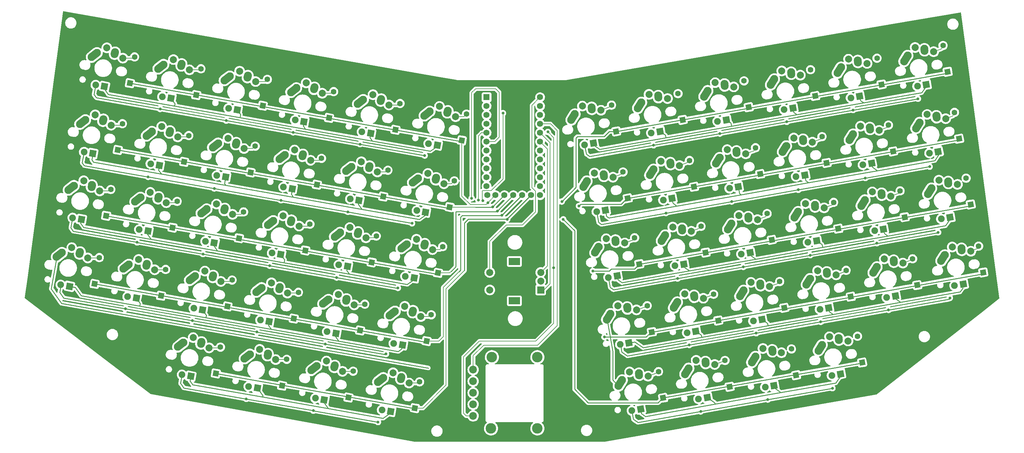
<source format=gbr>
%TF.GenerationSoftware,KiCad,Pcbnew,(6.0.7)*%
%TF.CreationDate,2022-11-08T23:53:26-08:00*%
%TF.ProjectId,Anguirus,416e6775-6972-4757-932e-6b696361645f,rev?*%
%TF.SameCoordinates,Original*%
%TF.FileFunction,Copper,L1,Top*%
%TF.FilePolarity,Positive*%
%FSLAX46Y46*%
G04 Gerber Fmt 4.6, Leading zero omitted, Abs format (unit mm)*
G04 Created by KiCad (PCBNEW (6.0.7)) date 2022-11-08 23:53:26*
%MOMM*%
%LPD*%
G01*
G04 APERTURE LIST*
G04 Aperture macros list*
%AMHorizOval*
0 Thick line with rounded ends*
0 $1 width*
0 $2 $3 position (X,Y) of the first rounded end (center of the circle)*
0 $4 $5 position (X,Y) of the second rounded end (center of the circle)*
0 Add line between two ends*
20,1,$1,$2,$3,$4,$5,0*
0 Add two circle primitives to create the rounded ends*
1,1,$1,$2,$3*
1,1,$1,$4,$5*%
%AMRotRect*
0 Rectangle, with rotation*
0 The origin of the aperture is its center*
0 $1 length*
0 $2 width*
0 $3 Rotation angle, in degrees counterclockwise*
0 Add horizontal line*
21,1,$1,$2,0,0,$3*%
G04 Aperture macros list end*
%TA.AperFunction,ComponentPad*%
%ADD10RotRect,1.600000X1.600000X100.000000*%
%TD*%
%TA.AperFunction,ComponentPad*%
%ADD11HorizOval,2.250000X0.518281X0.832653X-0.518281X-0.832653X0*%
%TD*%
%TA.AperFunction,ComponentPad*%
%ADD12C,2.250000*%
%TD*%
%TA.AperFunction,ComponentPad*%
%ADD13C,2.000000*%
%TD*%
%TA.AperFunction,ComponentPad*%
%ADD14HorizOval,2.250000X-0.030890X0.289043X0.030890X-0.289043X0*%
%TD*%
%TA.AperFunction,ComponentPad*%
%ADD15C,1.905000*%
%TD*%
%TA.AperFunction,ComponentPad*%
%ADD16RotRect,1.905000X1.905000X10.000000*%
%TD*%
%TA.AperFunction,ComponentPad*%
%ADD17HorizOval,1.600000X0.000000X0.000000X0.000000X0.000000X0*%
%TD*%
%TA.AperFunction,ComponentPad*%
%ADD18RotRect,1.600000X1.600000X80.000000*%
%TD*%
%TA.AperFunction,ComponentPad*%
%ADD19HorizOval,1.600000X0.000000X0.000000X0.000000X0.000000X0*%
%TD*%
%TA.AperFunction,ComponentPad*%
%ADD20HorizOval,2.250000X0.771809X0.605175X-0.771809X-0.605175X0*%
%TD*%
%TA.AperFunction,ComponentPad*%
%ADD21HorizOval,2.250000X0.069832X0.282177X-0.069832X-0.282177X0*%
%TD*%
%TA.AperFunction,ComponentPad*%
%ADD22RotRect,1.905000X1.905000X350.000000*%
%TD*%
%TA.AperFunction,ComponentPad*%
%ADD23R,1.752600X1.752600*%
%TD*%
%TA.AperFunction,ComponentPad*%
%ADD24C,1.752600*%
%TD*%
%TA.AperFunction,ComponentPad*%
%ADD25R,2.000000X2.000000*%
%TD*%
%TA.AperFunction,ComponentPad*%
%ADD26R,3.200000X2.000000*%
%TD*%
%TA.AperFunction,ComponentPad*%
%ADD27C,2.200000*%
%TD*%
%TA.AperFunction,WasherPad*%
%ADD28C,3.000000*%
%TD*%
%TA.AperFunction,ViaPad*%
%ADD29C,0.800000*%
%TD*%
%TA.AperFunction,Conductor*%
%ADD30C,0.200000*%
%TD*%
%TA.AperFunction,Conductor*%
%ADD31C,0.250000*%
%TD*%
G04 APERTURE END LIST*
D10*
%TO.P,,1*%
%TO.N,N/C*%
X314743083Y-82604302D03*
%TD*%
D11*
%TO.P,REF\u002A\u002A,1*%
%TO.N,N/C*%
X312867302Y-135479721D03*
D12*
X313385593Y-134647075D03*
D13*
X315517681Y-132341820D03*
%TO.P,REF\u002A\u002A,2*%
X320806381Y-133541676D03*
D14*
X318191918Y-132997388D03*
D12*
X318161484Y-132708296D03*
D15*
%TO.P,REF\u002A\u002A,3*%
X316173632Y-143375543D03*
D16*
%TO.P,REF\u002A\u002A,4*%
X318675044Y-142934476D03*
%TD*%
D10*
%TO.P,REF\u002A\u002A,1*%
%TO.N,N/C*%
X305965215Y-143112215D03*
D17*
%TO.P,REF\u002A\u002A,2*%
X304642016Y-135607980D03*
%TD*%
D13*
%TO.P,REF\u002A\u002A,1*%
%TO.N,N/C*%
X242971900Y-164593828D03*
D11*
X240321521Y-167731729D03*
D12*
X240839812Y-166899083D03*
%TO.P,REF\u002A\u002A,2*%
X245615703Y-164960304D03*
D13*
X248260600Y-165793684D03*
D14*
X245646137Y-165249396D03*
D15*
%TO.P,REF\u002A\u002A,3*%
X243627851Y-175627551D03*
D16*
%TO.P,REF\u002A\u002A,4*%
X246129263Y-175186484D03*
%TD*%
D13*
%TO.P,REF\u002A\u002A,1*%
%TO.N,N/C*%
X261932601Y-161250544D03*
D12*
X259800513Y-163555799D03*
D11*
X259282222Y-164388445D03*
D13*
%TO.P,REF\u002A\u002A,2*%
X267221301Y-162450400D03*
D14*
X264606838Y-161906112D03*
D12*
X264576404Y-161617020D03*
D15*
%TO.P,REF\u002A\u002A,3*%
X262588552Y-172284267D03*
D16*
%TO.P,REF\u002A\u002A,4*%
X265089964Y-171843200D03*
%TD*%
D18*
%TO.P,REF\u002A\u002A,1*%
%TO.N,N/C*%
X191739243Y-117586769D03*
D19*
%TO.P,REF\u002A\u002A,2*%
X193062442Y-110082534D03*
%TD*%
D12*
%TO.P,REF\u002A\u002A,1*%
%TO.N,N/C*%
X275414161Y-141342462D03*
D13*
X277546249Y-139037207D03*
D11*
X274895870Y-142175108D03*
D14*
%TO.P,REF\u002A\u002A,2*%
X280220486Y-139692775D03*
D12*
X280190052Y-139403683D03*
D13*
X282834949Y-140237063D03*
D15*
%TO.P,REF\u002A\u002A,3*%
X278202200Y-150070930D03*
D16*
%TO.P,REF\u002A\u002A,4*%
X280703612Y-149629863D03*
%TD*%
D20*
%TO.P,REF\u002A\u002A,1*%
%TO.N,N/C*%
X87224451Y-93309942D03*
D12*
X87996266Y-92704777D03*
D13*
X90788217Y-91267762D03*
%TO.P,REF\u002A\u002A,2*%
X95347595Y-94204099D03*
D12*
X93147237Y-92516371D03*
D21*
X93076961Y-92798437D03*
D15*
%TO.P,REF\u002A\u002A,3*%
X87630854Y-101860418D03*
D22*
%TO.P,REF\u002A\u002A,4*%
X90132266Y-102301485D03*
%TD*%
D12*
%TO.P,REF\u002A\u002A,1*%
%TO.N,N/C*%
X141520342Y-121486391D03*
D20*
X140748527Y-122091556D03*
D13*
X144312293Y-120049376D03*
D12*
%TO.P,REF\u002A\u002A,2*%
X146671313Y-121297985D03*
D21*
X146601037Y-121580051D03*
D13*
X148871671Y-122985713D03*
D15*
%TO.P,REF\u002A\u002A,3*%
X141154930Y-130642032D03*
D22*
%TO.P,REF\u002A\u002A,4*%
X143656342Y-131083099D03*
%TD*%
D10*
%TO.P,REF\u002A\u002A,1*%
%TO.N,N/C*%
X336811668Y-98056893D03*
D17*
%TO.P,REF\u002A\u002A,2*%
X335488469Y-90552658D03*
%TD*%
D18*
%TO.P,REF\u002A\u002A,1*%
%TO.N,N/C*%
X128459023Y-145890266D03*
D19*
%TO.P,REF\u002A\u002A,2*%
X129782222Y-138386031D03*
%TD*%
D12*
%TO.P,REF\u002A\u002A,1*%
%TO.N,N/C*%
X237510386Y-147990765D03*
D11*
X236992095Y-148823411D03*
D13*
X239642474Y-145685510D03*
D14*
%TO.P,REF\u002A\u002A,2*%
X242316711Y-146341078D03*
D13*
X244931174Y-146885366D03*
D12*
X242286277Y-146051986D03*
D15*
%TO.P,REF\u002A\u002A,3*%
X240298425Y-156719233D03*
D16*
%TO.P,REF\u002A\u002A,4*%
X242799837Y-156278166D03*
%TD*%
D20*
%TO.P,REF\u002A\u002A,1*%
%TO.N,N/C*%
X156439538Y-144563269D03*
D13*
X160003304Y-142521089D03*
D12*
X157211353Y-143958104D03*
D21*
%TO.P,REF\u002A\u002A,2*%
X162292048Y-144051764D03*
D12*
X162362324Y-143769698D03*
D13*
X164562682Y-145457426D03*
D15*
%TO.P,REF\u002A\u002A,3*%
X156845941Y-153113745D03*
D22*
%TO.P,REF\u002A\u002A,4*%
X159347353Y-153554812D03*
%TD*%
D10*
%TO.P,REF\u002A\u002A,1*%
%TO.N,N/C*%
X321311950Y-120443289D03*
D17*
%TO.P,REF\u002A\u002A,2*%
X319988751Y-112939054D03*
%TD*%
D18*
%TO.P,REF\u002A\u002A,1*%
%TO.N,N/C*%
X90643601Y-139480306D03*
D19*
%TO.P,REF\u002A\u002A,2*%
X91966800Y-131976071D03*
%TD*%
D18*
%TO.P,REF\u002A\u002A,1*%
%TO.N,N/C*%
X181838936Y-174904382D03*
D19*
%TO.P,REF\u002A\u002A,2*%
X183162135Y-167400147D03*
%TD*%
D20*
%TO.P,REF\u002A\u002A,1*%
%TO.N,N/C*%
X172056954Y-166867251D03*
D12*
X172828769Y-166262086D03*
D13*
X175620720Y-164825071D03*
D21*
%TO.P,REF\u002A\u002A,2*%
X177909464Y-166355746D03*
D12*
X177979740Y-166073680D03*
D13*
X180180098Y-167761408D03*
D15*
%TO.P,REF\u002A\u002A,3*%
X172463357Y-175417727D03*
D22*
%TO.P,REF\u002A\u002A,4*%
X174964769Y-175858794D03*
%TD*%
D10*
%TO.P,REF\u002A\u002A,1*%
%TO.N,N/C*%
X318003950Y-101682702D03*
D17*
%TO.P,REF\u002A\u002A,2*%
X316680751Y-94178467D03*
%TD*%
D13*
%TO.P,REF\u002A\u002A,1*%
%TO.N,N/C*%
X324280804Y-72042841D03*
D11*
X321630425Y-75180742D03*
D12*
X322148716Y-74348096D03*
%TO.P,REF\u002A\u002A,2*%
X326924607Y-72409317D03*
D14*
X326955041Y-72698409D03*
D13*
X329569504Y-73242697D03*
D15*
%TO.P,REF\u002A\u002A,3*%
X324936755Y-83076564D03*
D16*
%TO.P,REF\u002A\u002A,4*%
X327438167Y-82635497D03*
%TD*%
D18*
%TO.P,REF\u002A\u002A,1*%
%TO.N,N/C*%
X119587021Y-85623676D03*
D19*
%TO.P,REF\u002A\u002A,2*%
X120910220Y-78119441D03*
%TD*%
D10*
%TO.P,REF\u002A\u002A,1*%
%TO.N,N/C*%
X295823589Y-85888735D03*
D17*
%TO.P,REF\u002A\u002A,2*%
X294500390Y-78384500D03*
%TD*%
D11*
%TO.P,REF\u002A\u002A,1*%
%TO.N,N/C*%
X278292950Y-161036340D03*
D13*
X280943329Y-157898439D03*
D12*
X278811241Y-160203694D03*
D13*
%TO.P,REF\u002A\u002A,2*%
X286232029Y-159098295D03*
D12*
X283587132Y-158264915D03*
D14*
X283617566Y-158554007D03*
D15*
%TO.P,REF\u002A\u002A,3*%
X281599280Y-168932162D03*
D16*
%TO.P,REF\u002A\u002A,4*%
X284100692Y-168491095D03*
%TD*%
D10*
%TO.P,REF\u002A\u002A,1*%
%TO.N,N/C*%
X333550798Y-78978492D03*
D17*
%TO.P,REF\u002A\u002A,2*%
X332227599Y-71474257D03*
%TD*%
D12*
%TO.P,REF\u002A\u002A,1*%
%TO.N,N/C*%
X138200623Y-140605998D03*
D20*
X137428808Y-141211163D03*
D13*
X140992574Y-139168983D03*
D21*
%TO.P,REF\u002A\u002A,2*%
X143281318Y-140699658D03*
D13*
X145551952Y-142105320D03*
D12*
X143351594Y-140417592D03*
D15*
%TO.P,REF\u002A\u002A,3*%
X137835211Y-149761639D03*
D22*
%TO.P,REF\u002A\u002A,4*%
X140336623Y-150202706D03*
%TD*%
D18*
%TO.P,REF\u002A\u002A,1*%
%TO.N,N/C*%
X172825670Y-114561296D03*
D19*
%TO.P,REF\u002A\u002A,2*%
X174148869Y-107057061D03*
%TD*%
D12*
%TO.P,REF\u002A\u002A,1*%
%TO.N,N/C*%
X125817611Y-99373699D03*
D13*
X128609562Y-97936684D03*
D20*
X125045796Y-99978864D03*
D12*
%TO.P,REF\u002A\u002A,2*%
X130968582Y-99185293D03*
D13*
X133168940Y-100873021D03*
D21*
X130898306Y-99467359D03*
D15*
%TO.P,REF\u002A\u002A,3*%
X125452199Y-108529340D03*
D22*
%TO.P,REF\u002A\u002A,4*%
X127953611Y-108970407D03*
%TD*%
D10*
%TO.P,REF\u002A\u002A,1*%
%TO.N,N/C*%
X299084457Y-104967135D03*
D17*
%TO.P,REF\u002A\u002A,2*%
X297761258Y-97462900D03*
%TD*%
D10*
%TO.P,REF\u002A\u002A,1*%
%TO.N,N/C*%
X249300870Y-153206835D03*
D17*
%TO.P,REF\u002A\u002A,2*%
X247977671Y-145702600D03*
%TD*%
D20*
%TO.P,REF\u002A\u002A,1*%
%TO.N,N/C*%
X109504870Y-77533617D03*
D12*
X110276685Y-76928452D03*
D13*
X113068636Y-75491437D03*
D12*
%TO.P,REF\u002A\u002A,2*%
X115427656Y-76740046D03*
D13*
X117628014Y-78427774D03*
D21*
X115357380Y-77022112D03*
D15*
%TO.P,REF\u002A\u002A,3*%
X109911273Y-86084093D03*
D22*
%TO.P,REF\u002A\u002A,4*%
X112412685Y-86525160D03*
%TD*%
D18*
%TO.P,REF\u002A\u002A,1*%
%TO.N,N/C*%
X125139304Y-165009873D03*
D19*
%TO.P,REF\u002A\u002A,2*%
X126462503Y-157505638D03*
%TD*%
D12*
%TO.P,REF\u002A\u002A,1*%
%TO.N,N/C*%
X81345397Y-130572443D03*
D13*
X84137348Y-129135428D03*
D20*
X80573582Y-131177608D03*
D12*
%TO.P,REF\u002A\u002A,2*%
X86496368Y-130384037D03*
D13*
X88696726Y-132071765D03*
D21*
X86426092Y-130666103D03*
D15*
%TO.P,REF\u002A\u002A,3*%
X80979985Y-139728084D03*
D22*
%TO.P,REF\u002A\u002A,4*%
X83481397Y-140169151D03*
%TD*%
D11*
%TO.P,REF\u002A\u002A,1*%
%TO.N,N/C*%
X249257425Y-107647019D03*
D12*
X249775716Y-106814373D03*
D13*
X251907804Y-104509118D03*
%TO.P,REF\u002A\u002A,2*%
X257196504Y-105708974D03*
D12*
X254551607Y-104875594D03*
D14*
X254582041Y-105164686D03*
D15*
%TO.P,REF\u002A\u002A,3*%
X252563755Y-115542841D03*
D16*
%TO.P,REF\u002A\u002A,4*%
X255065167Y-115101774D03*
%TD*%
D18*
%TO.P,REF\u002A\u002A,1*%
%TO.N,N/C*%
X150615823Y-129937394D03*
D19*
%TO.P,REF\u002A\u002A,2*%
X151939022Y-122433159D03*
%TD*%
D10*
%TO.P,REF\u002A\u002A,1*%
%TO.N,N/C*%
X268220362Y-149922400D03*
D17*
%TO.P,REF\u002A\u002A,2*%
X266897163Y-142418165D03*
%TD*%
D23*
%TO.P,U1,1*%
%TO.N,N/C*%
X202238824Y-86234144D03*
D24*
%TO.P,U1,2*%
X202238824Y-88774144D03*
%TO.P,U1,3*%
X202238824Y-91314144D03*
%TO.P,U1,4*%
X202238824Y-93854144D03*
%TO.P,U1,5*%
X202238824Y-96394144D03*
%TO.P,U1,6*%
X202238824Y-98934144D03*
%TO.P,U1,7*%
X202238824Y-101474144D03*
%TO.P,U1,8*%
X202238824Y-104014144D03*
%TO.P,U1,9*%
X202238824Y-106554144D03*
%TO.P,U1,10*%
X202238824Y-109094144D03*
%TO.P,U1,11*%
X202238824Y-111634144D03*
%TO.P,U1,12*%
X202467424Y-114174144D03*
%TO.P,U1,13*%
X217478824Y-114174144D03*
%TO.P,U1,14*%
X217478824Y-111634144D03*
%TO.P,U1,15*%
X217478824Y-109094144D03*
%TO.P,U1,16*%
X217478824Y-106554144D03*
%TO.P,U1,17*%
X217478824Y-104014144D03*
%TO.P,U1,18*%
X217478824Y-101474144D03*
%TO.P,U1,19*%
X217478824Y-98934144D03*
%TO.P,U1,20*%
X217478824Y-96394144D03*
%TO.P,U1,21*%
X217478824Y-93854144D03*
%TO.P,U1,22*%
X217478824Y-91314144D03*
%TO.P,U1,23*%
X217478824Y-88774144D03*
%TO.P,U1,24*%
X217478824Y-86234144D03*
%TO.P,U1,25*%
X204778824Y-114174144D03*
%TO.P,U1,26*%
X207318824Y-114174144D03*
%TO.P,U1,27*%
X209858824Y-114174144D03*
%TO.P,U1,28*%
X212398824Y-114174144D03*
%TO.P,U1,29*%
X214938824Y-114174144D03*
%TD*%
D18*
%TO.P,,1*%
%TO.N,N/C*%
X176286654Y-95518182D03*
%TD*%
%TO.P,REF\u002A\u002A,1*%
%TO.N,N/C*%
X162925363Y-171878911D03*
D19*
%TO.P,REF\u002A\u002A,2*%
X164248562Y-164374676D03*
%TD*%
D18*
%TO.P,REF\u002A\u002A,1*%
%TO.N,N/C*%
X97224188Y-101282299D03*
D19*
%TO.P,REF\u002A\u002A,2*%
X98547387Y-93778064D03*
%TD*%
D12*
%TO.P,REF\u002A\u002A,1*%
%TO.N,N/C*%
X246355940Y-87712408D03*
D11*
X245837649Y-88545054D03*
D13*
X248488028Y-85407153D03*
D14*
%TO.P,REF\u002A\u002A,2*%
X251162265Y-86062721D03*
D13*
X253776728Y-86607009D03*
D12*
X251131831Y-85773629D03*
D15*
%TO.P,REF\u002A\u002A,3*%
X249143979Y-96440876D03*
D16*
%TO.P,REF\u002A\u002A,4*%
X251645391Y-95999809D03*
%TD*%
D20*
%TO.P,REF\u002A\u002A,1*%
%TO.N,N/C*%
X175400237Y-147906552D03*
D13*
X178964003Y-145864372D03*
D12*
X176172052Y-147301387D03*
%TO.P,REF\u002A\u002A,2*%
X181323023Y-147112981D03*
D13*
X183523381Y-148800709D03*
D21*
X181252747Y-147395047D03*
D15*
%TO.P,REF\u002A\u002A,3*%
X175806640Y-156457028D03*
D22*
%TO.P,REF\u002A\u002A,4*%
X178308052Y-156898095D03*
%TD*%
D11*
%TO.P,REF\u002A\u002A,1*%
%TO.N,N/C*%
X302669723Y-78524026D03*
D13*
X305320102Y-75386125D03*
D12*
X303188014Y-77691380D03*
%TO.P,REF\u002A\u002A,2*%
X307963905Y-75752601D03*
D14*
X307994339Y-76041693D03*
D13*
X310608802Y-76585981D03*
D15*
%TO.P,REF\u002A\u002A,3*%
X305976053Y-86419848D03*
D16*
%TO.P,REF\u002A\u002A,4*%
X308477465Y-85978781D03*
%TD*%
D18*
%TO.P,REF\u002A\u002A,1*%
%TO.N,N/C*%
X112818041Y-123427378D03*
D19*
%TO.P,REF\u002A\u002A,2*%
X114141240Y-115923143D03*
%TD*%
D10*
%TO.P,REF\u002A\u002A,1*%
%TO.N,N/C*%
X276886452Y-89073114D03*
D17*
%TO.P,REF\u002A\u002A,2*%
X275563253Y-81568879D03*
%TD*%
D11*
%TO.P,REF\u002A\u002A,1*%
%TO.N,N/C*%
X226876949Y-91888337D03*
D12*
X227395240Y-91055691D03*
D13*
X229527328Y-88750436D03*
D12*
%TO.P,REF\u002A\u002A,2*%
X232171131Y-89116912D03*
D14*
X232201565Y-89406004D03*
D13*
X234816028Y-89950292D03*
D15*
%TO.P,REF\u002A\u002A,3*%
X230183279Y-99784159D03*
D16*
%TO.P,REF\u002A\u002A,4*%
X232684691Y-99343092D03*
%TD*%
D13*
%TO.P,REF\u002A\u002A,1*%
%TO.N,N/C*%
X267348673Y-82081514D03*
D12*
X265216585Y-84386769D03*
D11*
X264698294Y-85219415D03*
D14*
%TO.P,REF\u002A\u002A,2*%
X270022910Y-82737082D03*
D12*
X269992476Y-82447990D03*
D13*
X272637373Y-83281370D03*
D15*
%TO.P,REF\u002A\u002A,3*%
X268004624Y-93115237D03*
D16*
%TO.P,REF\u002A\u002A,4*%
X270506036Y-92674170D03*
%TD*%
D10*
%TO.P,REF\u002A\u002A,1*%
%TO.N,N/C*%
X239159242Y-95983358D03*
D17*
%TO.P,REF\u002A\u002A,2*%
X237836043Y-88479123D03*
%TD*%
D13*
%TO.P,REF\u002A\u002A,1*%
%TO.N,N/C*%
X293087175Y-116591959D03*
D11*
X290436796Y-119729860D03*
D12*
X290955087Y-118897214D03*
D14*
%TO.P,REF\u002A\u002A,2*%
X295761412Y-117247527D03*
D13*
X298375875Y-117791815D03*
D12*
X295730978Y-116958435D03*
D15*
%TO.P,REF\u002A\u002A,3*%
X293743126Y-127625682D03*
D16*
%TO.P,REF\u002A\u002A,4*%
X296244538Y-127184615D03*
%TD*%
D11*
%TO.P,REF\u002A\u002A,1*%
%TO.N,N/C*%
X230296725Y-110990302D03*
D13*
X232947104Y-107852401D03*
D12*
X230815016Y-110157656D03*
D14*
%TO.P,REF\u002A\u002A,2*%
X235621341Y-108507969D03*
D12*
X235590907Y-108218877D03*
D13*
X238235804Y-109052257D03*
D15*
%TO.P,REF\u002A\u002A,3*%
X233603055Y-118886124D03*
D16*
%TO.P,REF\u002A\u002A,4*%
X236104467Y-118445057D03*
%TD*%
D18*
%TO.P,REF\u002A\u002A,1*%
%TO.N,N/C*%
X185158654Y-155784775D03*
D19*
%TO.P,REF\u002A\u002A,2*%
X186481853Y-148280540D03*
%TD*%
D18*
%TO.P,REF\u002A\u002A,1*%
%TO.N,N/C*%
X100685170Y-82239186D03*
D19*
%TO.P,REF\u002A\u002A,2*%
X102008369Y-74734951D03*
%TD*%
D20*
%TO.P,REF\u002A\u002A,1*%
%TO.N,N/C*%
X159759257Y-125443661D03*
D13*
X163323023Y-123401481D03*
D12*
X160531072Y-124838496D03*
%TO.P,REF\u002A\u002A,2*%
X165682043Y-124650090D03*
D13*
X167882401Y-126337818D03*
D21*
X165611767Y-124932156D03*
D15*
%TO.P,REF\u002A\u002A,3*%
X160165660Y-133994137D03*
D22*
%TO.P,REF\u002A\u002A,4*%
X162667072Y-134435204D03*
%TD*%
D18*
%TO.P,REF\u002A\u002A,1*%
%TO.N,N/C*%
X144023512Y-168494421D03*
D19*
%TO.P,REF\u002A\u002A,2*%
X145346711Y-160990186D03*
%TD*%
D18*
%TO.P,REF\u002A\u002A,1*%
%TO.N,N/C*%
X131731613Y-126452849D03*
D19*
%TO.P,REF\u002A\u002A,2*%
X133054812Y-118948614D03*
%TD*%
D12*
%TO.P,REF\u002A\u002A,1*%
%TO.N,N/C*%
X122559641Y-118143108D03*
D13*
X125351592Y-116706093D03*
D20*
X121787826Y-118748273D03*
D21*
%TO.P,REF\u002A\u002A,2*%
X127640336Y-118236768D03*
D13*
X129910970Y-119642430D03*
D12*
X127710612Y-117954702D03*
D15*
%TO.P,REF\u002A\u002A,3*%
X122194229Y-127298749D03*
D22*
%TO.P,REF\u002A\u002A,4*%
X124695641Y-127739816D03*
%TD*%
D25*
%TO.P,REF\u002A\u002A,A*%
%TO.N,N/C*%
X217667624Y-141204994D03*
D13*
%TO.P,REF\u002A\u002A,B*%
X217667624Y-136204994D03*
%TO.P,REF\u002A\u002A,C*%
X217667624Y-138704994D03*
D26*
%TO.P,REF\u002A\u002A,MP*%
X210167624Y-133104994D03*
X210167624Y-144304994D03*
D13*
%TO.P,REF\u002A\u002A,S1*%
X203167624Y-136204994D03*
%TO.P,REF\u002A\u002A,S2*%
X203167624Y-141204994D03*
%TD*%
D10*
%TO.P,REF\u002A\u002A,1*%
%TO.N,N/C*%
X261339605Y-111777322D03*
D17*
%TO.P,REF\u002A\u002A,2*%
X260016406Y-104273087D03*
%TD*%
D10*
%TO.P,REF\u002A\u002A,1*%
%TO.N,N/C*%
X258078736Y-92698924D03*
D17*
%TO.P,REF\u002A\u002A,2*%
X256755537Y-85194689D03*
%TD*%
D11*
%TO.P,REF\u002A\u002A,1*%
%TO.N,N/C*%
X268118069Y-104321377D03*
D12*
X268636360Y-103488731D03*
D13*
X270768448Y-101183476D03*
D14*
%TO.P,REF\u002A\u002A,2*%
X273442685Y-101839044D03*
D12*
X273412251Y-101549952D03*
D13*
X276057148Y-102383332D03*
D15*
%TO.P,REF\u002A\u002A,3*%
X271424399Y-112217199D03*
D16*
%TO.P,REF\u002A\u002A,4*%
X273925811Y-111776132D03*
%TD*%
D11*
%TO.P,REF\u002A\u002A,1*%
%TO.N,N/C*%
X325050200Y-94282707D03*
D12*
X325568491Y-93450061D03*
D13*
X327700579Y-91144806D03*
D14*
%TO.P,REF\u002A\u002A,2*%
X330374816Y-91800374D03*
D13*
X332989279Y-92344662D03*
D12*
X330344382Y-91511282D03*
D15*
%TO.P,REF\u002A\u002A,3*%
X328356530Y-102178529D03*
D16*
%TO.P,REF\u002A\u002A,4*%
X330857942Y-101737462D03*
%TD*%
D18*
%TO.P,REF\u002A\u002A,1*%
%TO.N,N/C*%
X153923819Y-111176806D03*
D19*
%TO.P,REF\u002A\u002A,2*%
X155247018Y-103672571D03*
%TD*%
D13*
%TO.P,REF\u002A\u002A,1*%
%TO.N,N/C*%
X334855288Y-128959920D03*
D11*
X332204909Y-132097821D03*
D12*
X332723200Y-131265175D03*
%TO.P,REF\u002A\u002A,2*%
X337499091Y-129326396D03*
D14*
X337529525Y-129615488D03*
D13*
X340143988Y-130159776D03*
D15*
%TO.P,REF\u002A\u002A,3*%
X335511239Y-139993643D03*
D16*
%TO.P,REF\u002A\u002A,4*%
X338012651Y-139552576D03*
%TD*%
D11*
%TO.P,REF\u002A\u002A,1*%
%TO.N,N/C*%
X297253650Y-157693057D03*
D12*
X297771941Y-156860411D03*
D13*
X299904029Y-154555156D03*
D14*
%TO.P,REF\u002A\u002A,2*%
X302578266Y-155210724D03*
D13*
X305192729Y-155755012D03*
D12*
X302547832Y-154921632D03*
D15*
%TO.P,REF\u002A\u002A,3*%
X300559980Y-165588879D03*
D16*
%TO.P,REF\u002A\u002A,4*%
X303061392Y-165147812D03*
%TD*%
D13*
%TO.P,REF\u002A\u002A,1*%
%TO.N,N/C*%
X255265830Y-123260883D03*
D11*
X252615451Y-126398784D03*
D12*
X253133742Y-125566138D03*
D13*
%TO.P,REF\u002A\u002A,2*%
X260554530Y-124460739D03*
D14*
X257940067Y-123916451D03*
D12*
X257909633Y-123627359D03*
D15*
%TO.P,REF\u002A\u002A,3*%
X255921781Y-134294606D03*
D16*
%TO.P,REF\u002A\u002A,4*%
X258423193Y-133853539D03*
%TD*%
D10*
%TO.P,REF\u002A\u002A,1*%
%TO.N,N/C*%
X280147321Y-108151513D03*
D17*
%TO.P,REF\u002A\u002A,2*%
X278824122Y-100647278D03*
%TD*%
D10*
%TO.P,REF\u002A\u002A,1*%
%TO.N,N/C*%
X242420111Y-115061756D03*
D17*
%TO.P,REF\u002A\u002A,2*%
X241096912Y-107557521D03*
%TD*%
D20*
%TO.P,REF\u002A\u002A,1*%
%TO.N,N/C*%
X147326215Y-84202542D03*
D12*
X148098030Y-83597377D03*
D13*
X150889981Y-82160362D03*
D12*
%TO.P,REF\u002A\u002A,2*%
X153249001Y-83408971D03*
D13*
X155449359Y-85096699D03*
D21*
X153178725Y-83691037D03*
D15*
%TO.P,REF\u002A\u002A,3*%
X147732618Y-92753018D03*
D22*
%TO.P,REF\u002A\u002A,4*%
X150234030Y-93194085D03*
%TD*%
D20*
%TO.P,REF\u002A\u002A,1*%
%TO.N,N/C*%
X106185151Y-96653225D03*
D13*
X109748917Y-94611045D03*
D12*
X106956966Y-96048060D03*
%TO.P,REF\u002A\u002A,2*%
X112107937Y-95859654D03*
D21*
X112037661Y-96141720D03*
D13*
X114308295Y-97547382D03*
D15*
%TO.P,REF\u002A\u002A,3*%
X106591554Y-105203701D03*
D22*
%TO.P,REF\u002A\u002A,4*%
X109092966Y-105644768D03*
%TD*%
D11*
%TO.P,REF\u002A\u002A,1*%
%TO.N,N/C*%
X293856571Y-138831825D03*
D12*
X294374862Y-137999179D03*
D13*
X296506950Y-135693924D03*
D12*
%TO.P,REF\u002A\u002A,2*%
X299150753Y-136060400D03*
D14*
X299181187Y-136349492D03*
D13*
X301795650Y-136893780D03*
D15*
%TO.P,REF\u002A\u002A,3*%
X297162901Y-146727647D03*
D16*
%TO.P,REF\u002A\u002A,4*%
X299664313Y-146286580D03*
%TD*%
D12*
%TO.P,REF\u002A\u002A,1*%
%TO.N,N/C*%
X306607790Y-96793345D03*
D13*
X308739878Y-94488090D03*
D11*
X306089499Y-97625991D03*
D14*
%TO.P,REF\u002A\u002A,2*%
X311414115Y-95143658D03*
D12*
X311383681Y-94854566D03*
D13*
X314028578Y-95687946D03*
D15*
%TO.P,REF\u002A\u002A,3*%
X309395829Y-105521813D03*
D16*
%TO.P,REF\u002A\u002A,4*%
X311897241Y-105080746D03*
%TD*%
D12*
%TO.P,REF\u002A\u002A,1*%
%TO.N,N/C*%
X271994386Y-122240497D03*
D13*
X274126474Y-119935242D03*
D11*
X271476095Y-123073143D03*
D13*
%TO.P,REF\u002A\u002A,2*%
X279415174Y-121135098D03*
D12*
X276770277Y-120301718D03*
D14*
X276800711Y-120590810D03*
D15*
%TO.P,REF\u002A\u002A,3*%
X274782425Y-130968965D03*
D16*
%TO.P,REF\u002A\u002A,4*%
X277283837Y-130527898D03*
%TD*%
D10*
%TO.P,REF\u002A\u002A,1*%
%TO.N,N/C*%
X283455319Y-126912102D03*
D17*
%TO.P,REF\u002A\u002A,2*%
X282132120Y-119407867D03*
%TD*%
D13*
%TO.P,REF\u002A\u002A,1*%
%TO.N,N/C*%
X312097905Y-113239855D03*
D12*
X309965817Y-115545110D03*
D11*
X309447526Y-116377756D03*
D14*
%TO.P,REF\u002A\u002A,2*%
X314772142Y-113895423D03*
D12*
X314741708Y-113606331D03*
D13*
X317386605Y-114439711D03*
D15*
%TO.P,REF\u002A\u002A,3*%
X312753856Y-124273578D03*
D16*
%TO.P,REF\u002A\u002A,4*%
X315255268Y-123832511D03*
%TD*%
D18*
%TO.P,REF\u002A\u002A,1*%
%TO.N,N/C*%
X169517674Y-133321884D03*
D19*
%TO.P,REF\u002A\u002A,2*%
X170840873Y-125817649D03*
%TD*%
D10*
%TO.P,REF\u002A\u002A,1*%
%TO.N,N/C*%
X271467357Y-168810098D03*
D17*
%TO.P,REF\u002A\u002A,2*%
X270144158Y-161305863D03*
%TD*%
D10*
%TO.P,REF\u002A\u002A,1*%
%TO.N,N/C*%
X252530221Y-171994474D03*
D17*
%TO.P,REF\u002A\u002A,2*%
X251207022Y-164490239D03*
%TD*%
D13*
%TO.P,REF\u002A\u002A,1*%
%TO.N,N/C*%
X118688590Y-154786402D03*
D20*
X115124824Y-156828582D03*
D12*
X115896639Y-156223417D03*
D21*
%TO.P,REF\u002A\u002A,2*%
X120977334Y-156317077D03*
D12*
X121047610Y-156035011D03*
D13*
X123247968Y-157722739D03*
D15*
%TO.P,REF\u002A\u002A,3*%
X115531227Y-165379058D03*
D22*
%TO.P,REF\u002A\u002A,4*%
X118032639Y-165820125D03*
%TD*%
D18*
%TO.P,REF\u002A\u002A,1*%
%TO.N,N/C*%
X176286654Y-95518182D03*
D19*
%TO.P,REF\u002A\u002A,2*%
X177609853Y-88013947D03*
%TD*%
D18*
%TO.P,REF\u002A\u002A,1*%
%TO.N,N/C*%
X166245082Y-152759304D03*
D19*
%TO.P,REF\u002A\u002A,2*%
X167568281Y-145255069D03*
%TD*%
D18*
%TO.P,REF\u002A\u002A,1*%
%TO.N,N/C*%
X109545451Y-142864795D03*
D19*
%TO.P,REF\u002A\u002A,2*%
X110868650Y-135360560D03*
%TD*%
D13*
%TO.P,REF\u002A\u002A,1*%
%TO.N,N/C*%
X331058604Y-109896572D03*
D11*
X328408225Y-113034473D03*
D12*
X328926516Y-112201827D03*
D14*
%TO.P,REF\u002A\u002A,2*%
X333732841Y-110552140D03*
D12*
X333702407Y-110263048D03*
D13*
X336347304Y-111096428D03*
D15*
%TO.P,REF\u002A\u002A,3*%
X331714555Y-120930295D03*
D16*
%TO.P,REF\u002A\u002A,4*%
X334215967Y-120489228D03*
%TD*%
D10*
%TO.P,REF\u002A\u002A,1*%
%TO.N,N/C*%
X302392456Y-123727723D03*
D17*
%TO.P,REF\u002A\u002A,2*%
X301069257Y-116223488D03*
%TD*%
D12*
%TO.P,REF\u002A\u002A,1*%
%TO.N,N/C*%
X84738296Y-111474186D03*
D13*
X87530247Y-110037171D03*
D20*
X83966481Y-112079351D03*
D13*
%TO.P,REF\u002A\u002A,2*%
X92089625Y-112973508D03*
D21*
X89818991Y-111567846D03*
D12*
X89889267Y-111285780D03*
D15*
%TO.P,REF\u002A\u002A,3*%
X84372884Y-120629827D03*
D22*
%TO.P,REF\u002A\u002A,4*%
X86874296Y-121070894D03*
%TD*%
D18*
%TO.P,REF\u002A\u002A,1*%
%TO.N,N/C*%
X93916190Y-120042888D03*
D19*
%TO.P,REF\u002A\u002A,2*%
X95239389Y-112538653D03*
%TD*%
D10*
%TO.P,REF\u002A\u002A,1*%
%TO.N,N/C*%
X314743083Y-82604302D03*
D17*
%TO.P,REF\u002A\u002A,2*%
X313419884Y-75100067D03*
%TD*%
D20*
%TO.P,REF\u002A\u002A,1*%
%TO.N,N/C*%
X128365514Y-80859259D03*
D12*
X129137329Y-80254094D03*
D13*
X131929280Y-78817079D03*
%TO.P,REF\u002A\u002A,2*%
X136488658Y-81753416D03*
D21*
X134218024Y-80347754D03*
D12*
X134288300Y-80065688D03*
D15*
%TO.P,REF\u002A\u002A,3*%
X128771917Y-89409735D03*
D22*
%TO.P,REF\u002A\u002A,4*%
X131273329Y-89850802D03*
%TD*%
D13*
%TO.P,REF\u002A\u002A,1*%
%TO.N,N/C*%
X185541692Y-107975355D03*
D12*
X182749741Y-109412370D03*
D20*
X181977926Y-110017535D03*
D13*
%TO.P,REF\u002A\u002A,2*%
X190101070Y-110911692D03*
D12*
X187900712Y-109223964D03*
D21*
X187830436Y-109506030D03*
D15*
%TO.P,REF\u002A\u002A,3*%
X182384329Y-118568011D03*
D22*
%TO.P,REF\u002A\u002A,4*%
X184885741Y-119009078D03*
%TD*%
D13*
%TO.P,REF\u002A\u002A,1*%
%TO.N,N/C*%
X94107936Y-72148154D03*
D12*
X91315985Y-73585169D03*
D20*
X90544170Y-74190334D03*
D12*
%TO.P,REF\u002A\u002A,2*%
X96466956Y-73396763D03*
D21*
X96396680Y-73678829D03*
D13*
X98667314Y-75084491D03*
D15*
%TO.P,REF\u002A\u002A,3*%
X90950573Y-82740810D03*
D22*
%TO.P,REF\u002A\u002A,4*%
X93451985Y-83181877D03*
%TD*%
D11*
%TO.P,REF\u002A\u002A,1*%
%TO.N,N/C*%
X283658995Y-81876131D03*
D12*
X284177286Y-81043485D03*
D13*
X286309374Y-78738230D03*
D14*
%TO.P,REF\u002A\u002A,2*%
X288983611Y-79393798D03*
D13*
X291598074Y-79938086D03*
D12*
X288953177Y-79104706D03*
D15*
%TO.P,REF\u002A\u002A,3*%
X286965325Y-89771953D03*
D16*
%TO.P,REF\u002A\u002A,4*%
X289466737Y-89330886D03*
%TD*%
D12*
%TO.P,REF\u002A\u002A,1*%
%TO.N,N/C*%
X234173042Y-128909422D03*
D13*
X236305130Y-126604167D03*
D11*
X233654751Y-129742068D03*
D14*
%TO.P,REF\u002A\u002A,2*%
X238979367Y-127259735D03*
D12*
X238948933Y-126970643D03*
D13*
X241593830Y-127804023D03*
D15*
%TO.P,REF\u002A\u002A,3*%
X236961081Y-137637890D03*
D16*
%TO.P,REF\u002A\u002A,4*%
X239462493Y-137196823D03*
%TD*%
D10*
%TO.P,REF\u002A\u002A,1*%
%TO.N,N/C*%
X245728109Y-133822345D03*
D17*
%TO.P,REF\u002A\u002A,2*%
X244404910Y-126318110D03*
%TD*%
D12*
%TO.P,REF\u002A\u002A,1*%
%TO.N,N/C*%
X163789040Y-106069088D03*
D13*
X166580991Y-104632073D03*
D20*
X163017225Y-106674253D03*
D13*
%TO.P,REF\u002A\u002A,2*%
X171140369Y-107568410D03*
D21*
X168869735Y-106162748D03*
D12*
X168940011Y-105880682D03*
D15*
%TO.P,REF\u002A\u002A,3*%
X163423628Y-115224729D03*
D22*
%TO.P,REF\u002A\u002A,4*%
X165925040Y-115665796D03*
%TD*%
D18*
%TO.P,REF\u002A\u002A,1*%
%TO.N,N/C*%
X195200225Y-98543653D03*
D19*
%TO.P,REF\u002A\u002A,2*%
X196523424Y-91039418D03*
%TD*%
D20*
%TO.P,REF\u002A\u002A,1*%
%TO.N,N/C*%
X118468107Y-137867880D03*
D13*
X122031873Y-135825700D03*
D12*
X119239922Y-137262715D03*
D21*
%TO.P,REF\u002A\u002A,2*%
X124320617Y-137356375D03*
D12*
X124390893Y-137074309D03*
D13*
X126591251Y-138762037D03*
D15*
%TO.P,REF\u002A\u002A,3*%
X118874510Y-146418356D03*
D22*
%TO.P,REF\u002A\u002A,4*%
X121375922Y-146859423D03*
%TD*%
D10*
%TO.P,REF\u002A\u002A,1*%
%TO.N,N/C*%
X287028078Y-146296591D03*
D17*
%TO.P,REF\u002A\u002A,2*%
X285704879Y-138792356D03*
%TD*%
D10*
%TO.P,REF\u002A\u002A,1*%
%TO.N,N/C*%
X343692425Y-136201972D03*
D17*
%TO.P,REF\u002A\u002A,2*%
X342369226Y-128697737D03*
%TD*%
D10*
%TO.P,REF\u002A\u002A,1*%
%TO.N,N/C*%
X340119665Y-116817480D03*
D17*
%TO.P,REF\u002A\u002A,2*%
X338796466Y-109313245D03*
%TD*%
D12*
%TO.P,REF\u002A\u002A,1*%
%TO.N,N/C*%
X100379278Y-133937076D03*
D20*
X99607463Y-134542241D03*
D13*
X103171229Y-132500061D03*
%TO.P,REF\u002A\u002A,2*%
X107730607Y-135436398D03*
D12*
X105530249Y-133748670D03*
D21*
X105459973Y-134030736D03*
D15*
%TO.P,REF\u002A\u002A,3*%
X100013866Y-143092717D03*
D22*
%TO.P,REF\u002A\u002A,4*%
X102515278Y-143533784D03*
%TD*%
D20*
%TO.P,REF\u002A\u002A,1*%
%TO.N,N/C*%
X144006496Y-103322147D03*
D13*
X147570262Y-101279967D03*
D12*
X144778311Y-102716982D03*
D13*
%TO.P,REF\u002A\u002A,2*%
X152129640Y-104216304D03*
D12*
X149929282Y-102528576D03*
D21*
X149859006Y-102810642D03*
D15*
%TO.P,REF\u002A\u002A,3*%
X144412899Y-111872623D03*
D22*
%TO.P,REF\u002A\u002A,4*%
X146914311Y-112313690D03*
%TD*%
D18*
%TO.P,REF\u002A\u002A,1*%
%TO.N,N/C*%
X147343231Y-149374814D03*
D19*
%TO.P,REF\u002A\u002A,2*%
X148666430Y-141870579D03*
%TD*%
D18*
%TO.P,REF\u002A\u002A,1*%
%TO.N,N/C*%
X116126039Y-104666789D03*
D19*
%TO.P,REF\u002A\u002A,2*%
X117449238Y-97162554D03*
%TD*%
D27*
%TO.P,REF\u002A\u002A,*%
%TO.N,*%
X198428824Y-167229194D03*
D28*
X203508824Y-180691194D03*
X216716824Y-160371194D03*
X216716824Y-180691194D03*
D27*
X198428824Y-177135194D03*
X198428824Y-170531194D03*
D28*
X203762824Y-160371194D03*
D27*
X198428824Y-173833194D03*
X198428824Y-163927194D03*
%TD*%
D13*
%TO.P,REF\u002A\u002A,1*%
%TO.N,N/C*%
X169900710Y-85512465D03*
D20*
X166336944Y-87554645D03*
D12*
X167108759Y-86949480D03*
D13*
%TO.P,REF\u002A\u002A,2*%
X174460088Y-88448802D03*
D12*
X172259730Y-86761074D03*
D21*
X172189454Y-87043140D03*
D15*
%TO.P,REF\u002A\u002A,3*%
X166743347Y-96105121D03*
D22*
%TO.P,REF\u002A\u002A,4*%
X169244759Y-96546188D03*
%TD*%
D12*
%TO.P,REF\u002A\u002A,1*%
%TO.N,N/C*%
X287597060Y-100145448D03*
D13*
X289729148Y-97840193D03*
D11*
X287078769Y-100978094D03*
D12*
%TO.P,REF\u002A\u002A,2*%
X292372951Y-98206669D03*
D13*
X295017848Y-99040049D03*
D14*
X292403385Y-98495761D03*
D15*
%TO.P,REF\u002A\u002A,3*%
X290385099Y-108873916D03*
D16*
%TO.P,REF\u002A\u002A,4*%
X292886511Y-108432849D03*
%TD*%
D18*
%TO.P,REF\u002A\u002A,1*%
%TO.N,N/C*%
X135039611Y-107692260D03*
D19*
%TO.P,REF\u002A\u002A,2*%
X136362810Y-100188025D03*
%TD*%
D18*
%TO.P,REF\u002A\u002A,1*%
%TO.N,N/C*%
X138500593Y-88649147D03*
D19*
%TO.P,REF\u002A\u002A,2*%
X139823792Y-81144912D03*
%TD*%
D18*
%TO.P,REF\u002A\u002A,1*%
%TO.N,N/C*%
X188431245Y-136347355D03*
D19*
%TO.P,REF\u002A\u002A,2*%
X189754444Y-128843120D03*
%TD*%
D18*
%TO.P,REF\u002A\u002A,1*%
%TO.N,N/C*%
X157384803Y-92133692D03*
D19*
%TO.P,REF\u002A\u002A,2*%
X158708002Y-84629457D03*
%TD*%
D10*
%TO.P,REF\u002A\u002A,1*%
%TO.N,N/C*%
X264647603Y-130537911D03*
D17*
%TO.P,REF\u002A\u002A,2*%
X263324404Y-123033676D03*
%TD*%
D12*
%TO.P,REF\u002A\u002A,1*%
%TO.N,N/C*%
X134857340Y-159566700D03*
D13*
X137649291Y-158129685D03*
D20*
X134085525Y-160171865D03*
D21*
%TO.P,REF\u002A\u002A,2*%
X139938035Y-159660360D03*
D12*
X140008311Y-159378294D03*
D13*
X142208669Y-161066022D03*
D15*
%TO.P,REF\u002A\u002A,3*%
X134491928Y-168722341D03*
D22*
%TO.P,REF\u002A\u002A,4*%
X136993340Y-169163408D03*
%TD*%
D10*
%TO.P,REF\u002A\u002A,1*%
%TO.N,N/C*%
X324884709Y-139827782D03*
D17*
%TO.P,REF\u002A\u002A,2*%
X323561510Y-132323547D03*
%TD*%
D20*
%TO.P,REF\u002A\u002A,1*%
%TO.N,N/C*%
X185297646Y-90897928D03*
D12*
X186069461Y-90292763D03*
D13*
X188861412Y-88855748D03*
%TO.P,REF\u002A\u002A,2*%
X193420790Y-91792085D03*
D21*
X191150156Y-90386423D03*
D12*
X191220432Y-90104357D03*
D15*
%TO.P,REF\u002A\u002A,3*%
X185704049Y-99448404D03*
D22*
%TO.P,REF\u002A\u002A,4*%
X188205461Y-99889471D03*
%TD*%
D10*
%TO.P,REF\u002A\u002A,1*%
%TO.N,N/C*%
X309194568Y-161899855D03*
D17*
%TO.P,REF\u002A\u002A,2*%
X307871369Y-154395620D03*
%TD*%
D13*
%TO.P,REF\u002A\u002A,1*%
%TO.N,N/C*%
X258685606Y-142362849D03*
D11*
X256035227Y-145500750D03*
D12*
X256553518Y-144668104D03*
D13*
%TO.P,REF\u002A\u002A,2*%
X263974306Y-143562705D03*
D14*
X261359843Y-143018417D03*
D12*
X261329409Y-142729325D03*
D15*
%TO.P,REF\u002A\u002A,3*%
X259341557Y-153396572D03*
D16*
%TO.P,REF\u002A\u002A,4*%
X261842969Y-152955505D03*
%TD*%
D13*
%TO.P,REF\u002A\u002A,1*%
%TO.N,N/C*%
X182283722Y-126744764D03*
D12*
X179491771Y-128181779D03*
D20*
X178719956Y-128786944D03*
D12*
%TO.P,REF\u002A\u002A,2*%
X184642742Y-127993373D03*
D21*
X184572466Y-128275439D03*
D13*
X186843100Y-129681101D03*
D15*
%TO.P,REF\u002A\u002A,3*%
X179126359Y-137337420D03*
D22*
%TO.P,REF\u002A\u002A,4*%
X181627771Y-137778487D03*
%TD*%
D20*
%TO.P,REF\u002A\u002A,1*%
%TO.N,N/C*%
X102927182Y-115422633D03*
D12*
X103698997Y-114817468D03*
D13*
X106490948Y-113380453D03*
D12*
%TO.P,REF\u002A\u002A,2*%
X108849968Y-114629062D03*
D13*
X111050326Y-116316790D03*
D21*
X108779692Y-114911128D03*
D15*
%TO.P,REF\u002A\u002A,3*%
X103333585Y-123973109D03*
D22*
%TO.P,REF\u002A\u002A,4*%
X105834997Y-124414176D03*
%TD*%
D10*
%TO.P,REF\u002A\u002A,1*%
%TO.N,N/C*%
X290386851Y-165525665D03*
D17*
%TO.P,REF\u002A\u002A,2*%
X289063652Y-158021430D03*
%TD*%
D12*
%TO.P,REF\u002A\u002A,1*%
%TO.N,N/C*%
X153868069Y-162918803D03*
D13*
X156660020Y-161481788D03*
D20*
X153096254Y-163523968D03*
D13*
%TO.P,REF\u002A\u002A,2*%
X161219398Y-164418125D03*
D21*
X158948764Y-163012463D03*
D12*
X159019040Y-162730397D03*
D15*
%TO.P,REF\u002A\u002A,3*%
X153502657Y-172074444D03*
D22*
%TO.P,REF\u002A\u002A,4*%
X156004069Y-172515511D03*
%TD*%
D29*
%TO.N,*%
X206933800Y-90779600D03*
X201218800Y-115747800D03*
X221361000Y-134874000D03*
X197993000Y-115062000D03*
X199898000Y-115570000D03*
X219710000Y-96139000D03*
X294387083Y-131277745D03*
X121500244Y-130941989D03*
X249796650Y-99936650D03*
X140510973Y-134294095D03*
X228549200Y-117246400D03*
X176999198Y-140624786D03*
X279019808Y-153537620D03*
X206644284Y-119928684D03*
X316715290Y-146890890D03*
X256608013Y-137939213D03*
X272035971Y-115978139D03*
X99381526Y-146592074D03*
X300736040Y-169220275D03*
X166213796Y-99622604D03*
X232511600Y-135788400D03*
X171334143Y-178881057D03*
X203977284Y-117515684D03*
X297411475Y-150294675D03*
X184636301Y-102870989D03*
X202605684Y-116347284D03*
X109293781Y-89586071D03*
X313386621Y-127862179D03*
X275376353Y-134629848D03*
X334173846Y-143470646D03*
X156278475Y-156624541D03*
X118442162Y-149934238D03*
X310107457Y-109265109D03*
X181027634Y-122197566D03*
X224078800Y-121056400D03*
X287732902Y-93247464D03*
X205323484Y-118709484D03*
X152937216Y-175637184D03*
X235813600Y-154635200D03*
X268672145Y-96608391D03*
X306606769Y-89887231D03*
X136866340Y-153201660D03*
X102743355Y-127634645D03*
X282325651Y-172466525D03*
X325068578Y-86664178D03*
X124714040Y-112267960D03*
X159571730Y-137655019D03*
X263212659Y-175836659D03*
X147169091Y-96264509D03*
X328417791Y-106036503D03*
X173613194Y-159439994D03*
X290996672Y-112634856D03*
X143701272Y-115615921D03*
X105885263Y-108947937D03*
X330820138Y-124775338D03*
X162770850Y-118926817D03*
X259969843Y-156896643D03*
X208116180Y-121056400D03*
X223672400Y-115976400D03*
X133815586Y-172265523D03*
X128124385Y-92906415D03*
X253325411Y-119277314D03*
%TD*%
D30*
%TO.N,*%
X206933800Y-109524800D02*
X206933800Y-90779600D01*
X201066400Y-112903000D02*
X203555600Y-112903000D01*
X201218800Y-115747800D02*
X200990200Y-115519200D01*
X200990200Y-115519200D02*
X200990200Y-112979200D01*
X200990200Y-112979200D02*
X201066400Y-112903000D01*
X203555600Y-112903000D02*
X206933800Y-109524800D01*
X215188800Y-88524168D02*
X217478824Y-86234144D01*
X215188800Y-112014000D02*
X215188800Y-88524168D01*
X216204800Y-113030000D02*
X215188800Y-112014000D01*
X216204800Y-118922800D02*
X216204800Y-113030000D01*
X212471000Y-122656600D02*
X216204800Y-118922800D01*
X207848200Y-122656600D02*
X212471000Y-122656600D01*
X203167624Y-127337176D02*
X207848200Y-122656600D01*
X203167624Y-136204994D02*
X203167624Y-127337176D01*
X221361000Y-134874000D02*
X221361000Y-97790000D01*
X221361000Y-142113000D02*
X221361000Y-134874000D01*
X219532200Y-134340418D02*
X217667624Y-136204994D01*
X219532200Y-100987520D02*
X219532200Y-134340418D01*
X217478824Y-98934144D02*
X219532200Y-100987520D01*
X220345000Y-99260320D02*
X217478824Y-96394144D01*
X218560606Y-141204994D02*
X220345000Y-139420600D01*
X217667624Y-141204994D02*
X218560606Y-141204994D01*
X220345000Y-139420600D02*
X220345000Y-99260320D01*
X204595856Y-98934144D02*
X202238824Y-98934144D01*
X205867000Y-97663000D02*
X204595856Y-98934144D01*
X205867000Y-84836000D02*
X205867000Y-97663000D01*
X197993000Y-84963000D02*
X199136000Y-83820000D01*
X197993000Y-115062000D02*
X197993000Y-84963000D01*
X204851000Y-83820000D02*
X205867000Y-84836000D01*
X199136000Y-83820000D02*
X204851000Y-83820000D01*
X200788144Y-96394144D02*
X202238824Y-96394144D01*
X200787000Y-96393000D02*
X200788144Y-96394144D01*
X199898000Y-97282000D02*
X200787000Y-96393000D01*
X199898000Y-115570000D02*
X199898000Y-97282000D01*
X221361000Y-97790000D02*
X219710000Y-96139000D01*
X216281000Y-155829000D02*
X221361000Y-150749000D01*
X221361000Y-150749000D02*
X221361000Y-142113000D01*
X200025000Y-155956000D02*
X200152000Y-155829000D01*
X200152000Y-155829000D02*
X216281000Y-155829000D01*
X195707000Y-176403000D02*
X195707000Y-160274000D01*
X195707000Y-160274000D02*
X200025000Y-155956000D01*
X196439194Y-177135194D02*
X195707000Y-176403000D01*
X198428824Y-177135194D02*
X196439194Y-177135194D01*
X222377000Y-95758000D02*
X220473144Y-93854144D01*
X220473144Y-93854144D02*
X217478824Y-93854144D01*
X216789000Y-156972000D02*
X222377000Y-151384000D01*
X201422000Y-156972000D02*
X216789000Y-156972000D01*
X198428824Y-159965176D02*
X201422000Y-156972000D01*
X222377000Y-151384000D02*
X222377000Y-95758000D01*
X198428824Y-163927194D02*
X198428824Y-159965176D01*
D31*
X289678448Y-90531564D02*
X290620041Y-91190874D01*
X183079169Y-121063379D02*
X184726957Y-119909587D01*
X121500244Y-130941989D02*
X140510973Y-134294095D01*
D30*
X279415174Y-121135098D02*
X281717445Y-120297139D01*
D31*
X146914311Y-112313690D02*
X146632029Y-113914593D01*
X259994366Y-135743013D02*
X278955068Y-132399730D01*
X236961081Y-137637889D02*
X237463896Y-140489498D01*
X242420111Y-115061756D02*
X336523220Y-98468839D01*
X83554579Y-140190499D02*
X85155481Y-140472783D01*
D30*
X98667314Y-75084491D02*
X101658829Y-75084491D01*
X132360996Y-119642430D02*
X133054812Y-118948614D01*
D31*
X227685600Y-97891600D02*
X228092000Y-97485200D01*
X125625881Y-130070356D02*
X144586580Y-133413639D01*
X292886511Y-108432850D02*
X293168794Y-110033752D01*
D30*
X191739243Y-117586769D02*
X199054799Y-117586769D01*
D31*
X286048526Y-170468904D02*
X301657336Y-167716652D01*
X330820138Y-124775338D02*
X330840023Y-124746940D01*
X118457132Y-149955618D02*
X136866340Y-153201660D01*
X268672145Y-96608391D02*
X287732902Y-93247464D01*
D30*
X98121352Y-94204099D02*
X98547387Y-93778064D01*
X171140369Y-107568410D02*
X173637520Y-107568410D01*
D31*
X238405491Y-141148809D02*
X256608013Y-137939213D01*
D30*
X190709997Y-140913973D02*
X190709997Y-168345973D01*
D31*
X313447839Y-127916817D02*
X330757609Y-124864640D01*
X256608013Y-137939213D02*
X256665795Y-137929025D01*
D30*
X241593829Y-127804023D02*
X244145009Y-126875469D01*
X202605684Y-116347284D02*
X202112968Y-116840000D01*
D31*
X152937216Y-175637184D02*
X152976399Y-175644093D01*
X194788278Y-98832101D02*
X195200225Y-98543653D01*
X172766793Y-177792498D02*
X174885377Y-176309049D01*
X249761473Y-99942853D02*
X249796650Y-99936650D01*
X94549950Y-85438826D02*
X113360566Y-88755645D01*
X128204453Y-92920533D02*
X147169091Y-96264509D01*
X195279224Y-120010594D02*
X201482374Y-120010594D01*
X247700800Y-154635200D02*
X249129165Y-153206835D01*
X100685170Y-82239186D02*
X194788278Y-98832101D01*
X186201675Y-101599496D02*
X188143710Y-100239669D01*
X277283837Y-130527899D02*
X277424979Y-131328352D01*
X140336623Y-150202707D02*
X140142554Y-151303328D01*
X165925040Y-115665794D02*
X165739792Y-116716387D01*
X109092968Y-105644767D02*
X108854791Y-106995530D01*
X263212659Y-175836659D02*
X282325651Y-172466525D01*
X99381526Y-146592074D02*
X99396375Y-146594692D01*
X206644284Y-119928684D02*
X212398824Y-114174144D01*
D30*
X129406216Y-138762037D02*
X129782222Y-138386031D01*
D31*
X308689177Y-87179458D02*
X309630770Y-87838769D01*
D30*
X152129640Y-104216304D02*
X154703285Y-104216304D01*
D31*
X325068578Y-86664178D02*
X325103993Y-86657933D01*
X102515278Y-143533782D02*
X103586658Y-145063872D01*
X84372885Y-120629826D02*
X83870069Y-123481435D01*
X102743355Y-127634645D02*
X102789685Y-127642814D01*
D30*
X180180098Y-167761408D02*
X182800874Y-167761408D01*
X317386605Y-114439710D02*
X319677860Y-113605761D01*
X297436283Y-98159810D02*
X297761258Y-97462900D01*
D31*
X277424979Y-131328352D02*
X278955068Y-132399730D01*
X251645391Y-95999810D02*
X253175480Y-97071188D01*
X236556245Y-149676684D02*
X238152906Y-158731796D01*
X90950573Y-82740810D02*
X90474221Y-85442335D01*
X316526270Y-125774913D02*
X332935532Y-122881519D01*
D30*
X263974306Y-143562704D02*
X266851837Y-142515368D01*
X301795650Y-136893779D02*
X304501718Y-135908851D01*
D31*
X132021098Y-92046000D02*
X150681629Y-95336354D01*
X157157984Y-175040242D02*
X172766793Y-177792498D01*
X93451985Y-83181878D02*
X93354950Y-83732187D01*
X325103993Y-86657933D02*
X325145201Y-86599083D01*
X150234030Y-93194083D02*
X150022318Y-94394762D01*
X299858383Y-147387202D02*
X300917674Y-148128925D01*
X132179882Y-91145492D02*
X132021098Y-92046000D01*
X166175883Y-99615919D02*
X166213796Y-99622604D01*
X193501224Y-118842194D02*
X200110774Y-118842194D01*
X86874296Y-121070892D02*
X86680227Y-122171515D01*
X275376353Y-134629848D02*
X294387083Y-131277745D01*
X253175480Y-97071188D02*
X253298979Y-97771585D01*
X140884278Y-152362619D02*
X160145148Y-155758830D01*
X244648593Y-178491001D02*
X245354786Y-178985486D01*
D30*
X304501718Y-135908851D02*
X304642016Y-135607980D01*
D31*
X147208927Y-114738488D02*
X166769965Y-118187626D01*
D30*
X240842283Y-108103575D02*
X241096912Y-107557521D01*
X319677860Y-113605761D02*
X319988751Y-112939054D01*
D31*
X193501224Y-134566746D02*
X193501224Y-118842194D01*
D30*
X94804534Y-112973508D02*
X95239389Y-112538653D01*
D31*
X267337967Y-173768081D02*
X286048526Y-170468904D01*
X228549200Y-117246400D02*
X229057200Y-116738400D01*
D30*
X195200225Y-98543653D02*
X195200225Y-107214625D01*
D31*
X259969843Y-156896643D02*
X279019808Y-153537620D01*
X90276795Y-104699818D02*
X109637722Y-108113670D01*
X195978700Y-122054318D02*
X197006424Y-121026594D01*
X239159242Y-95983358D02*
X333262350Y-79390439D01*
X184636301Y-102870989D02*
X184695152Y-102829782D01*
X197006424Y-121026594D02*
X203006374Y-121026594D01*
X320178544Y-144732714D02*
X337088087Y-141751107D01*
X124714040Y-112267960D02*
X124740571Y-112272638D01*
X87630854Y-101860417D02*
X87092753Y-104912139D01*
X333262350Y-79390439D02*
X333550798Y-78978492D01*
X146632029Y-113914593D02*
X147208927Y-114738488D01*
D30*
X316375132Y-94833869D02*
X316680751Y-94178467D01*
D31*
X181548379Y-138228742D02*
X181627771Y-137778488D01*
X280703612Y-149629864D02*
X282233701Y-150701242D01*
X273925811Y-111776133D02*
X274261021Y-113677207D01*
D30*
X270098833Y-161403063D02*
X270144158Y-161305863D01*
X320806380Y-133541675D02*
X323440566Y-132582910D01*
X195200225Y-107214625D02*
X195200225Y-109009595D01*
D31*
X163197083Y-136695173D02*
X179606344Y-139588570D01*
X259959051Y-156898546D02*
X259969843Y-156896643D01*
X236104466Y-118445056D02*
X236413213Y-120196046D01*
X258581977Y-134754049D02*
X259994366Y-135743013D01*
X150681629Y-95336354D02*
X169692358Y-98688458D01*
X194403900Y-135950070D02*
X194822024Y-135531946D01*
X239656562Y-138297445D02*
X240833553Y-139121583D01*
X79874953Y-131804131D02*
X78278293Y-140859243D01*
X166213796Y-99622604D02*
X184636301Y-102870989D01*
X278955068Y-132399730D02*
X297915767Y-129056447D01*
X326140087Y-84927731D02*
X327499915Y-82985696D01*
X165739792Y-116716387D02*
X166769965Y-118187626D01*
X243627852Y-175627549D02*
X244060097Y-178078932D01*
X237134400Y-135788400D02*
X237744000Y-135178800D01*
X160145148Y-155758830D02*
X177054691Y-158740440D01*
D30*
X188640795Y-155784775D02*
X185158654Y-155784775D01*
D31*
X318675042Y-142934475D02*
X318825004Y-143784955D01*
X115098984Y-167830440D02*
X115511053Y-168418936D01*
D30*
X123247968Y-157722739D02*
X126245402Y-157722739D01*
D31*
X271800727Y-93580722D02*
X271959511Y-94481230D01*
D30*
X148431689Y-142105320D02*
X148666430Y-141870579D01*
X195200225Y-114428225D02*
X195200225Y-107214625D01*
D31*
X333900779Y-143860624D02*
X334173846Y-143470646D01*
X169033047Y-97746865D02*
X169692358Y-98688458D01*
D30*
X186843100Y-129681101D02*
X188916463Y-129681101D01*
D31*
X287732902Y-93247464D02*
X306643575Y-89913002D01*
X330757609Y-124864640D02*
X330820138Y-124775338D01*
X181721236Y-174986794D02*
X181838936Y-174904382D01*
X236413213Y-120196046D02*
X237060558Y-120649322D01*
X84529381Y-124423029D02*
X102743355Y-127634645D01*
X121375922Y-146859424D02*
X122447302Y-148389511D01*
X91133532Y-86383928D02*
X109293781Y-89586071D01*
X152976399Y-175644093D02*
X171334143Y-178881057D01*
X245354786Y-178985486D02*
X263164837Y-175845091D01*
X203977284Y-117515684D02*
X207318824Y-114174144D01*
X234965049Y-122514741D02*
X253325411Y-119277314D01*
X252439526Y-171994474D02*
X252530221Y-171994474D01*
X237463896Y-140489498D02*
X238405491Y-141148809D01*
X173338103Y-159632614D02*
X173613194Y-159439994D01*
X297480225Y-150282552D02*
X316715290Y-146890890D01*
D30*
X117064410Y-97547382D02*
X117449238Y-97162554D01*
D31*
X133815586Y-172265523D02*
X152937216Y-175637184D01*
X334295359Y-120939484D02*
X334215967Y-120489230D01*
D30*
X88769906Y-132093113D02*
X91849758Y-132093113D01*
D31*
X140142554Y-151303328D02*
X140884278Y-152362619D01*
X249796650Y-99936650D02*
X268672145Y-96608391D01*
D30*
X285480151Y-139274287D02*
X285704879Y-138792356D01*
D31*
X274731819Y-114006860D02*
X293992689Y-110610650D01*
D30*
X329569504Y-73242696D02*
X331777751Y-72438960D01*
D31*
X136993340Y-169163406D02*
X138517995Y-171340840D01*
X138517995Y-171340840D02*
X138447425Y-171741066D01*
D30*
X257196504Y-105708973D02*
X259786405Y-104766326D01*
D31*
X267267396Y-173367855D02*
X267337967Y-173768081D01*
D30*
X204778824Y-114174144D02*
X202605684Y-116347284D01*
D31*
X236556245Y-149676684D02*
X237027042Y-150006340D01*
X253298979Y-97771585D02*
X271959511Y-94481230D01*
X237060558Y-120649322D02*
X256421484Y-117235466D01*
X244371654Y-135178800D02*
X245728109Y-133822345D01*
X205190774Y-118842194D02*
X205323484Y-118709484D01*
D30*
X155449359Y-85096699D02*
X158240760Y-85096699D01*
X245013604Y-146905985D02*
X247907718Y-145852614D01*
D31*
X127948057Y-111342276D02*
X147208927Y-114738488D01*
X294387083Y-131277745D02*
X313447839Y-127916817D01*
X191327297Y-117875216D02*
X191739243Y-117586769D01*
D30*
X170320704Y-126337818D02*
X170840873Y-125817649D01*
X237627133Y-88927132D02*
X237836043Y-88479123D01*
X259786405Y-104766326D02*
X260016406Y-104273087D01*
D31*
X143701272Y-115615921D02*
X162812057Y-118985668D01*
X297915767Y-129056447D02*
X316526270Y-125774913D01*
X311897240Y-105080745D02*
X312082488Y-106131338D01*
X301657336Y-167716652D02*
X303140784Y-165598067D01*
D30*
X339767080Y-130198393D02*
X342058335Y-129364444D01*
D31*
X136866340Y-153201660D02*
X136917549Y-153210689D01*
X252530221Y-171994474D02*
X309112153Y-162017552D01*
X227330000Y-169519600D02*
X231190800Y-173380400D01*
X251053600Y-173380400D02*
X252439526Y-171994474D01*
X159197389Y-154405290D02*
X160145148Y-155758830D01*
X316841151Y-146868697D02*
X333900779Y-143860624D01*
X316715290Y-146890890D02*
X316841151Y-146868697D01*
X242349111Y-160003655D02*
X259959051Y-156898546D01*
D30*
X133168940Y-100873021D02*
X135677814Y-100873021D01*
D31*
X270506037Y-92674168D02*
X271800727Y-93580722D01*
D30*
X194403900Y-135950070D02*
X189897197Y-140456773D01*
X142208669Y-161066022D02*
X145270875Y-161066022D01*
D31*
X206562374Y-120010594D02*
X206644284Y-119928684D01*
X296244538Y-127184616D02*
X297774626Y-128255997D01*
X90643601Y-139480306D02*
X184746707Y-156073222D01*
X162667071Y-134435203D02*
X162455359Y-135635881D01*
X97224188Y-101282299D02*
X191327297Y-117875216D01*
X234488363Y-101088404D02*
X253298979Y-97771585D01*
X127618400Y-110871481D02*
X127948057Y-111342276D01*
X233603054Y-118886123D02*
X234141155Y-121937845D01*
X244060097Y-178078932D02*
X244648593Y-178491001D01*
X229057200Y-116738400D02*
X240538000Y-116738400D01*
D30*
X278414719Y-101525246D02*
X278824122Y-100647278D01*
X129910970Y-119642430D02*
X132360996Y-119642430D01*
D31*
X174885377Y-176309049D02*
X174964769Y-175858795D01*
X177054691Y-158740440D02*
X178113983Y-157998714D01*
D30*
X323440566Y-132582910D02*
X323561509Y-132323547D01*
D31*
X318825004Y-143784955D02*
X320178544Y-144732714D01*
X81203983Y-145037560D02*
X185662936Y-163456492D01*
X308477465Y-85978782D02*
X308689177Y-87179458D01*
X138447425Y-171741066D02*
X157157984Y-175040242D01*
X118032639Y-165820123D02*
X117803285Y-167120857D01*
X201482374Y-120010594D02*
X206562374Y-120010594D01*
X115511053Y-168418936D02*
X116005534Y-169125132D01*
X169692358Y-98688458D02*
X186201675Y-101599496D01*
D30*
X145270875Y-161066022D02*
X145346711Y-160990186D01*
D31*
X118586216Y-168238999D02*
X138447425Y-171741066D01*
X90474221Y-85442335D02*
X91133532Y-86383928D01*
X124554500Y-128540269D02*
X125625881Y-130070356D01*
X297411475Y-150294675D02*
X297480225Y-150282552D01*
D30*
X260554530Y-124460738D02*
X263089132Y-123538219D01*
D31*
X124695641Y-127739816D02*
X124554500Y-128540269D01*
X293168794Y-110033752D02*
X293992689Y-110610650D01*
D30*
X195978700Y-135645270D02*
X190709997Y-140913973D01*
X267221301Y-162450400D02*
X270098833Y-161403063D01*
D31*
X112412685Y-86525161D02*
X113484065Y-88055248D01*
X271959511Y-94481230D02*
X290620041Y-91190874D01*
X208086374Y-121026594D02*
X208116180Y-121056400D01*
X102789685Y-127642814D02*
X121500244Y-130941989D01*
X282325651Y-172466525D02*
X300736040Y-169220275D01*
D30*
X190101070Y-110911692D02*
X192233284Y-110911692D01*
X197612000Y-116840000D02*
X195200225Y-114428225D01*
D31*
X194822024Y-135531946D02*
X194822024Y-120467794D01*
D30*
X183523381Y-148800709D02*
X185961684Y-148800709D01*
D31*
X232781725Y-99893402D02*
X234488363Y-101088404D01*
X329862931Y-104285758D02*
X331016725Y-102637971D01*
D30*
X145551952Y-142105320D02*
X148431689Y-142105320D01*
D31*
X337088087Y-141751107D02*
X337829811Y-140691813D01*
D30*
X263089132Y-123538219D02*
X263324404Y-123033676D01*
D31*
X150022318Y-94394762D02*
X150681629Y-95336354D01*
D30*
X202112968Y-116840000D02*
X197612000Y-116840000D01*
D31*
X162455359Y-135635881D02*
X163197083Y-136695173D01*
X159347352Y-153554810D02*
X159197389Y-154405290D01*
X244483171Y-156016505D02*
X246837153Y-157664780D01*
X81053166Y-139749434D02*
X80673849Y-141900648D01*
X113484065Y-88055248D02*
X113360566Y-88755645D01*
X125139304Y-165009873D02*
X181721236Y-174986794D01*
D30*
X298375875Y-117791814D02*
X300739011Y-116931703D01*
D31*
X334173846Y-143470646D02*
X334230436Y-143389828D01*
X78278293Y-140859243D02*
X81203983Y-145037560D01*
X117803285Y-167120857D02*
X118586216Y-168238999D01*
X140510973Y-134294095D02*
X159571730Y-137655019D01*
X332935532Y-122881519D02*
X334295359Y-120939484D01*
X247476758Y-177270148D02*
X267337967Y-173768081D01*
X246129262Y-175186482D02*
X246358617Y-176487216D01*
X122323803Y-149089906D02*
X140884278Y-152362619D01*
D30*
X281717445Y-120297139D02*
X282132120Y-119407867D01*
D31*
X115531229Y-165379057D02*
X115098984Y-167830440D01*
X122447302Y-148389511D02*
X122323803Y-149089906D01*
X228092000Y-97485200D02*
X235712000Y-97485200D01*
X240380856Y-156739854D02*
X240760173Y-158891068D01*
D30*
X91849758Y-132093113D02*
X91966800Y-131976071D01*
X120601887Y-78427774D02*
X120910220Y-78119441D01*
D31*
X86680227Y-122171515D02*
X87504365Y-123348506D01*
X143656342Y-131083099D02*
X144727721Y-132613189D01*
X83870069Y-123481435D02*
X84529381Y-124423029D01*
D30*
X135677814Y-100873021D02*
X136362810Y-100188025D01*
D31*
X208086374Y-121026594D02*
X214938824Y-114174144D01*
D30*
X184151588Y-174904382D02*
X181838936Y-174904382D01*
D31*
X284224190Y-169191490D02*
X286048526Y-170468904D01*
D30*
X167365924Y-145457426D02*
X167568281Y-145255069D01*
D31*
X147169091Y-96264509D02*
X147265210Y-96281457D01*
X116005534Y-169125132D02*
X133815586Y-172265523D01*
X231601224Y-103144994D02*
X249761473Y-99942853D01*
D30*
X173637520Y-107568410D02*
X174148869Y-107057061D01*
D31*
X124740571Y-112272638D02*
X143701272Y-115615921D01*
D30*
X167882401Y-126337818D02*
X170320704Y-126337818D01*
X276057148Y-102383331D02*
X278414719Y-101525246D01*
D31*
X200110774Y-118842194D02*
X205190774Y-118842194D01*
X274261021Y-113677207D02*
X274731819Y-114006860D01*
X263164837Y-175845091D02*
X263212659Y-175836659D01*
X203906199Y-117586769D02*
X203977284Y-117515684D01*
X171334143Y-178881057D02*
X171386789Y-178890340D01*
X303140784Y-165598067D02*
X303061392Y-165147813D01*
D30*
X282834949Y-140237062D02*
X285480151Y-139274287D01*
D31*
X258423192Y-133853539D02*
X258581977Y-134754049D01*
X263373057Y-154026884D02*
X263496555Y-154727278D01*
X315466978Y-125033189D02*
X316526270Y-125774913D01*
D30*
X185961684Y-148800709D02*
X186481853Y-148280540D01*
D31*
X249300870Y-153206835D02*
X343403976Y-136613917D01*
X337829811Y-140691813D02*
X337635742Y-139591192D01*
X242882269Y-156298786D02*
X244483171Y-156016505D01*
X312082488Y-106131338D02*
X313553727Y-107161510D01*
X127953611Y-108970407D02*
X127618400Y-110871481D01*
D30*
X247907718Y-145852614D02*
X247977671Y-145702600D01*
D31*
X240538000Y-116738400D02*
X242214644Y-115061756D01*
D30*
X195770757Y-91792085D02*
X196523424Y-91039418D01*
D31*
X245728109Y-133822345D02*
X339831217Y-117229428D01*
X234141155Y-121937845D02*
X234965049Y-122514741D01*
X237213842Y-95983358D02*
X239159242Y-95983358D01*
X306643575Y-89913002D02*
X325068578Y-86664178D01*
D30*
X148871671Y-122985713D02*
X151386468Y-122985713D01*
D31*
X272035971Y-115978139D02*
X290996672Y-112634856D01*
D30*
X164205113Y-164418125D02*
X164248562Y-164374676D01*
X190709997Y-168345973D02*
X184151588Y-174904382D01*
D31*
X227685600Y-111963200D02*
X227685600Y-97891600D01*
D30*
X177174998Y-88448802D02*
X177609853Y-88013947D01*
D31*
X256665795Y-137929025D02*
X275376353Y-134629848D01*
X227330000Y-124307600D02*
X227330000Y-169519600D01*
X237744000Y-135178800D02*
X244371654Y-135178800D01*
D30*
X248260600Y-165793683D02*
X251077266Y-164768500D01*
D31*
X265089963Y-171843199D02*
X267267396Y-173367855D01*
X242214644Y-115061756D02*
X242420111Y-115061756D01*
X195978700Y-135645270D02*
X195978700Y-122054318D01*
X93916190Y-120042888D02*
X188019298Y-136635805D01*
D30*
X136488658Y-81753416D02*
X139215288Y-81753416D01*
D31*
X238152906Y-166914048D02*
X239803240Y-168564382D01*
D30*
X161219398Y-164418125D02*
X164205113Y-164418125D01*
D31*
X315255266Y-123832511D02*
X315466978Y-125033189D01*
X106665179Y-126727073D02*
X125625881Y-130070356D01*
D30*
X238235804Y-109052256D02*
X240842283Y-108103575D01*
X107730607Y-135436398D02*
X110792812Y-135436398D01*
X151386468Y-122985713D02*
X151939022Y-122433159D01*
X244145009Y-126875469D02*
X244404910Y-126318110D01*
X92089625Y-112973508D02*
X94804534Y-112973508D01*
D31*
X85155481Y-140472783D02*
X86803757Y-142826764D01*
D30*
X188431245Y-136347355D02*
X191720615Y-136347355D01*
X266851837Y-142515368D02*
X266897163Y-142418165D01*
X174460088Y-88448802D02*
X177174998Y-88448802D01*
X332989278Y-92344661D02*
X334992904Y-91615401D01*
D31*
X80673849Y-141900648D02*
X81786435Y-143489586D01*
X192194100Y-135873870D02*
X193501224Y-134566746D01*
D30*
X95347595Y-94204099D02*
X98121352Y-94204099D01*
D31*
X263496555Y-154727278D02*
X282357199Y-151401637D01*
X240833553Y-139121583D02*
X259994366Y-135743013D01*
X203006374Y-121026594D02*
X208086374Y-121026594D01*
X235712000Y-97485200D02*
X237213842Y-95983358D01*
X289466736Y-89330885D02*
X289678448Y-90531564D01*
X255303343Y-116452536D02*
X256421484Y-117235466D01*
X93354950Y-83732187D02*
X94549950Y-85438826D01*
X232684691Y-99343093D02*
X232781725Y-99893402D01*
X310107457Y-109265109D02*
X328417791Y-106036503D01*
X99396375Y-146594692D02*
X118457132Y-149955618D01*
D30*
X114308295Y-97547382D02*
X117064410Y-97547382D01*
D31*
X282233701Y-150701242D02*
X282357199Y-151401637D01*
X87092753Y-104912139D02*
X87669650Y-105736033D01*
X224078800Y-121056400D02*
X227330000Y-124307600D01*
X159571730Y-137655019D02*
X176881499Y-140707200D01*
X255065168Y-115101773D02*
X255303343Y-116452536D01*
X309112153Y-162017552D02*
X309194568Y-161899855D01*
X162812057Y-118985668D02*
X181027634Y-122197566D01*
D30*
X182800874Y-167761408D02*
X183162135Y-167400147D01*
D31*
X81786435Y-143489586D02*
X99381526Y-146592074D01*
X90132266Y-102301483D02*
X89823519Y-104052473D01*
X331016725Y-102637971D02*
X330857942Y-101737463D01*
X240760173Y-158891068D02*
X242349111Y-160003655D01*
X246837153Y-157664780D02*
X263496555Y-154727278D01*
X232511600Y-135788400D02*
X237134400Y-135788400D01*
X178113983Y-157998714D02*
X178308052Y-156898093D01*
X156004069Y-172515512D02*
X155880570Y-173215906D01*
X290620041Y-91190874D02*
X309630770Y-87838769D01*
D30*
X111050326Y-116316790D02*
X113747593Y-116316790D01*
X110792812Y-135436398D02*
X110868650Y-135360560D01*
D31*
X230183279Y-99784158D02*
X230659630Y-102485683D01*
D30*
X331777751Y-72438960D02*
X332227599Y-71474257D01*
D31*
X282357199Y-151401637D02*
X300917674Y-148128925D01*
X106030012Y-108973460D02*
X124714040Y-112267960D01*
D30*
X192233284Y-110911692D02*
X193062442Y-110082534D01*
D31*
X188143710Y-100239669D02*
X188205460Y-99889471D01*
X156278475Y-156624541D02*
X173338103Y-159632614D01*
X89823519Y-104052473D02*
X90276795Y-104699818D01*
X169244759Y-96546189D02*
X169033047Y-97746865D01*
X86803757Y-142826764D02*
X103463159Y-145764266D01*
X131273331Y-89850800D02*
X132179882Y-91145492D01*
X87669650Y-105736033D02*
X105885263Y-108947937D01*
X113360566Y-88755645D02*
X132021098Y-92046000D01*
X205323484Y-118709484D02*
X209858824Y-114174144D01*
X166769965Y-118187626D02*
X183079169Y-121063379D01*
X327499915Y-82985696D02*
X327438166Y-82635498D01*
X290996672Y-112634856D02*
X310107457Y-109265109D01*
X246358617Y-176487216D02*
X247476758Y-177270148D01*
X279019808Y-153537620D02*
X297411475Y-150294675D01*
X256421484Y-117235466D02*
X274731819Y-114006860D01*
X144586580Y-133413639D02*
X163197083Y-136695173D01*
X261842968Y-152955503D02*
X263373057Y-154026884D01*
X108854791Y-106995530D02*
X109637722Y-108113670D01*
X223672400Y-115976400D02*
X227685600Y-111963200D01*
X230659630Y-102485683D02*
X231601224Y-103144994D01*
X299664313Y-146286581D02*
X299858383Y-147387202D01*
X128124385Y-92906415D02*
X128204453Y-92920533D01*
X105676213Y-125314685D02*
X106665179Y-126727073D01*
D30*
X234816028Y-89950291D02*
X237627133Y-88927132D01*
X189897197Y-154528373D02*
X188640795Y-155784775D01*
X126245402Y-157722739D02*
X126462503Y-157505638D01*
D31*
X194822024Y-120467794D02*
X195279224Y-120010594D01*
X184726957Y-119909587D02*
X184885741Y-119009079D01*
D30*
X300739011Y-116931703D02*
X301069257Y-116223488D01*
D31*
X105834997Y-124414175D02*
X105676213Y-125314685D01*
D30*
X126591251Y-138762037D02*
X129406216Y-138762037D01*
D31*
X79874953Y-131804131D02*
X80204609Y-132274929D01*
X144727721Y-132613189D02*
X144586580Y-133413639D01*
X235813600Y-154635200D02*
X247700800Y-154635200D01*
X284100692Y-168491096D02*
X284224190Y-169191490D01*
D30*
X164562682Y-145457426D02*
X167365924Y-145457426D01*
D31*
X109637722Y-108113670D02*
X127948057Y-111342276D01*
X109293781Y-89586071D02*
X128124385Y-92906415D01*
D30*
X314028578Y-95687945D02*
X316375132Y-94833869D01*
D31*
X103463159Y-145764266D02*
X122323803Y-149089906D01*
X239462492Y-137196822D02*
X239656562Y-138297445D01*
X253325411Y-119277314D02*
X272035971Y-115978139D01*
X105885263Y-108947937D02*
X106030012Y-108973460D01*
X309630770Y-87838769D02*
X326140087Y-84927731D01*
X181027634Y-122197566D02*
X181122391Y-122214274D01*
X136917549Y-153210689D02*
X156278475Y-156624541D01*
D30*
X139215288Y-81753416D02*
X139823792Y-81144912D01*
X154703285Y-104216304D02*
X155247018Y-103672571D01*
D31*
X297774626Y-128255997D02*
X297915767Y-129056447D01*
D30*
X251077266Y-164768500D02*
X251207022Y-164490239D01*
X334992904Y-91615401D02*
X335488469Y-90552658D01*
D31*
X176881499Y-140707200D02*
X176999198Y-140624786D01*
X103586658Y-145063872D02*
X103463159Y-145764266D01*
X293992689Y-110610650D02*
X313553727Y-107161510D01*
X238152906Y-158731796D02*
X238152906Y-166914048D01*
D30*
X117628014Y-78427774D02*
X120601887Y-78427774D01*
D31*
X313553727Y-107161510D02*
X329862931Y-104285758D01*
D30*
X158240760Y-85096699D02*
X158708002Y-84629457D01*
X188916463Y-129681101D02*
X189754444Y-128843120D01*
X193420790Y-91792085D02*
X195770757Y-91792085D01*
X113747593Y-116316790D02*
X114141240Y-115923143D01*
D31*
X188019298Y-136635805D02*
X188431245Y-136347355D01*
X179606344Y-139588570D02*
X181548379Y-138228742D01*
X184746707Y-156073222D02*
X185158654Y-155784775D01*
X87504365Y-123348506D02*
X106665179Y-126727073D01*
X231190800Y-173380400D02*
X251053600Y-173380400D01*
D30*
X101658829Y-75084491D02*
X102008369Y-74734951D01*
D31*
X147265210Y-96281457D02*
X166175883Y-99615919D01*
X155880570Y-173215906D02*
X157157984Y-175040242D01*
X300917674Y-148128925D02*
X320178544Y-144732714D01*
X249129165Y-153206835D02*
X249300870Y-153206835D01*
D30*
X189897197Y-140456773D02*
X189897197Y-154528373D01*
X191720615Y-136347355D02*
X192194100Y-135873870D01*
X295017848Y-99040048D02*
X297436283Y-98159810D01*
D31*
X173613194Y-159439994D02*
X173808901Y-159302960D01*
X199054799Y-117586769D02*
X203906199Y-117586769D01*
%TD*%
%TA.AperFunction,NonConductor*%
G36*
X332715878Y-119147637D02*
G01*
X332770982Y-119192404D01*
X332793136Y-119259856D01*
X332775305Y-119328577D01*
X332759125Y-119350026D01*
X332699772Y-119413342D01*
X332691716Y-119421936D01*
X332687665Y-119429938D01*
X332687663Y-119429941D01*
X332662806Y-119479044D01*
X332625929Y-119551890D01*
X332624285Y-119560715D01*
X332624285Y-119560716D01*
X332621984Y-119573071D01*
X332589848Y-119636378D01*
X332528587Y-119672261D01*
X332457651Y-119669328D01*
X332437221Y-119660311D01*
X332320034Y-119595621D01*
X332320033Y-119595620D01*
X332315505Y-119593121D01*
X332310636Y-119591397D01*
X332310632Y-119591395D01*
X332093915Y-119514651D01*
X332093911Y-119514650D01*
X332089040Y-119512925D01*
X332083947Y-119512018D01*
X332083944Y-119512017D01*
X332012937Y-119499369D01*
X331949379Y-119467731D01*
X331913016Y-119406754D01*
X331915393Y-119335797D01*
X331955754Y-119277389D01*
X332013153Y-119251236D01*
X332119898Y-119232414D01*
X332645319Y-119139768D01*
X332715878Y-119147637D01*
G37*
%TD.AperFunction*%
%TA.AperFunction,NonConductor*%
G36*
X313755179Y-122490920D02*
G01*
X313810283Y-122535687D01*
X313832437Y-122603139D01*
X313814606Y-122671860D01*
X313798426Y-122693309D01*
X313737153Y-122758673D01*
X313731017Y-122765219D01*
X313726966Y-122773221D01*
X313726964Y-122773224D01*
X313707331Y-122812007D01*
X313665230Y-122895173D01*
X313663586Y-122903998D01*
X313663586Y-122903999D01*
X313661285Y-122916354D01*
X313629149Y-122979661D01*
X313567888Y-123015544D01*
X313496952Y-123012611D01*
X313476522Y-123003594D01*
X313359335Y-122938904D01*
X313359334Y-122938903D01*
X313354806Y-122936404D01*
X313349937Y-122934680D01*
X313349933Y-122934678D01*
X313133216Y-122857934D01*
X313133212Y-122857933D01*
X313128341Y-122856208D01*
X313123248Y-122855301D01*
X313123245Y-122855300D01*
X313052238Y-122842652D01*
X312988680Y-122811014D01*
X312952317Y-122750037D01*
X312954694Y-122679080D01*
X312995055Y-122620672D01*
X313052454Y-122594519D01*
X313499640Y-122515668D01*
X313684620Y-122483051D01*
X313755179Y-122490920D01*
G37*
%TD.AperFunction*%
%TA.AperFunction,NonConductor*%
G36*
X330919818Y-119464331D02*
G01*
X330974922Y-119509098D01*
X330997076Y-119576550D01*
X330979245Y-119645271D01*
X330938283Y-119687167D01*
X330937938Y-119687384D01*
X330933355Y-119689770D01*
X330929223Y-119692872D01*
X330929222Y-119692873D01*
X330748313Y-119828704D01*
X330741235Y-119834018D01*
X330650770Y-119928684D01*
X330593482Y-119988633D01*
X330575254Y-120007707D01*
X330521840Y-120086009D01*
X330447367Y-120195182D01*
X330439869Y-120206173D01*
X330437695Y-120210856D01*
X330437693Y-120210860D01*
X330341694Y-120417673D01*
X330338718Y-120424085D01*
X330274515Y-120655593D01*
X330248986Y-120894477D01*
X330249283Y-120899630D01*
X330249283Y-120899633D01*
X330262458Y-121128139D01*
X330262815Y-121134324D01*
X330263952Y-121139370D01*
X330263953Y-121139376D01*
X330296856Y-121285377D01*
X330315632Y-121368691D01*
X330317574Y-121373473D01*
X330317575Y-121373477D01*
X330401759Y-121580797D01*
X330406018Y-121591285D01*
X330531546Y-121796127D01*
X330688844Y-121977717D01*
X330692819Y-121981017D01*
X330692822Y-121981020D01*
X330748781Y-122027478D01*
X330873688Y-122131178D01*
X331081114Y-122252388D01*
X331085939Y-122254230D01*
X331085940Y-122254231D01*
X331215681Y-122303774D01*
X331272184Y-122346761D01*
X331296477Y-122413473D01*
X331280847Y-122482727D01*
X331230256Y-122532538D01*
X331192613Y-122545569D01*
X316923537Y-125061591D01*
X316852979Y-125053722D01*
X316797875Y-125008955D01*
X316775721Y-124941503D01*
X316789242Y-124880596D01*
X316795079Y-124869067D01*
X316814251Y-124831195D01*
X316841252Y-124777858D01*
X316841253Y-124777855D01*
X316845306Y-124769849D01*
X316871976Y-124626653D01*
X316870938Y-124611018D01*
X316868454Y-124573637D01*
X316867830Y-124564243D01*
X316520314Y-122593379D01*
X316511441Y-122562837D01*
X316505069Y-122540903D01*
X316505067Y-122540899D01*
X316502864Y-122533315D01*
X316492744Y-122516168D01*
X316433390Y-122415607D01*
X316428827Y-122407876D01*
X316394492Y-122375690D01*
X316329106Y-122314396D01*
X316329105Y-122314395D01*
X316322560Y-122308260D01*
X316314554Y-122304207D01*
X316234621Y-122263742D01*
X316182878Y-122215129D01*
X316165632Y-122146259D01*
X316188357Y-122078998D01*
X316243839Y-122034700D01*
X316269646Y-122027241D01*
X318677384Y-121602692D01*
X320018071Y-121366293D01*
X320088631Y-121374162D01*
X320143734Y-121418929D01*
X320164037Y-121468500D01*
X320164819Y-121472936D01*
X320169683Y-121500520D01*
X320170606Y-121505757D01*
X320171553Y-121509018D01*
X320171555Y-121509025D01*
X320185851Y-121558233D01*
X320185853Y-121558237D01*
X320188056Y-121565821D01*
X320192071Y-121572623D01*
X320192072Y-121572626D01*
X320229813Y-121636569D01*
X320262093Y-121691259D01*
X320268637Y-121697393D01*
X320268639Y-121697396D01*
X320346440Y-121770328D01*
X320368360Y-121790876D01*
X320376366Y-121794929D01*
X320376369Y-121794931D01*
X320472583Y-121843637D01*
X320498314Y-121856663D01*
X320641509Y-121883332D01*
X320649386Y-121882809D01*
X320649388Y-121882809D01*
X320689703Y-121880131D01*
X320703920Y-121879187D01*
X320707276Y-121878595D01*
X320707278Y-121878595D01*
X321722153Y-121699645D01*
X322374418Y-121584633D01*
X322398544Y-121577624D01*
X322426894Y-121569388D01*
X322426898Y-121569386D01*
X322434482Y-121567183D01*
X322441284Y-121563168D01*
X322441287Y-121563167D01*
X322537879Y-121506155D01*
X322559920Y-121493146D01*
X322566054Y-121486602D01*
X322566057Y-121486600D01*
X322653397Y-121393429D01*
X322659537Y-121386879D01*
X322663590Y-121378873D01*
X322663592Y-121378870D01*
X322719403Y-121268621D01*
X322725324Y-121256925D01*
X322751993Y-121113730D01*
X322749932Y-121082690D01*
X322748074Y-121054723D01*
X322747848Y-121051319D01*
X322746739Y-121045030D01*
X322741279Y-121014060D01*
X322749149Y-120943501D01*
X322793917Y-120888398D01*
X322843484Y-120868097D01*
X324329233Y-120606119D01*
X326713256Y-120185752D01*
X326783816Y-120193621D01*
X326838919Y-120238388D01*
X326861073Y-120305840D01*
X326850243Y-120361085D01*
X326802960Y-120467286D01*
X326786358Y-120545390D01*
X326765275Y-120644580D01*
X326763254Y-120654087D01*
X326763254Y-120845061D01*
X326764626Y-120851513D01*
X326764626Y-120851518D01*
X326779880Y-120923278D01*
X326802960Y-121031862D01*
X326805645Y-121037892D01*
X326805645Y-121037893D01*
X326877319Y-121198875D01*
X326880636Y-121206326D01*
X326884516Y-121211667D01*
X326884517Y-121211668D01*
X326917398Y-121256925D01*
X326992888Y-121360827D01*
X326997798Y-121365248D01*
X326997799Y-121365249D01*
X327127918Y-121482408D01*
X327134810Y-121488614D01*
X327210156Y-121532115D01*
X327279128Y-121571936D01*
X327300198Y-121584101D01*
X327481826Y-121643116D01*
X327488387Y-121643806D01*
X327488389Y-121643806D01*
X327541643Y-121649403D01*
X327624144Y-121658074D01*
X327719364Y-121658074D01*
X327801865Y-121649403D01*
X327855119Y-121643806D01*
X327855121Y-121643806D01*
X327861682Y-121643116D01*
X328043310Y-121584101D01*
X328064381Y-121571936D01*
X328133352Y-121532115D01*
X328208698Y-121488614D01*
X328215591Y-121482408D01*
X328345709Y-121365249D01*
X328345710Y-121365248D01*
X328350620Y-121360827D01*
X328426110Y-121256925D01*
X328458991Y-121211668D01*
X328458992Y-121211667D01*
X328462872Y-121206326D01*
X328466190Y-121198875D01*
X328537863Y-121037893D01*
X328537863Y-121037892D01*
X328540548Y-121031862D01*
X328563628Y-120923278D01*
X328578882Y-120851518D01*
X328578882Y-120851513D01*
X328580254Y-120845061D01*
X328580254Y-120654087D01*
X328578234Y-120644580D01*
X328557150Y-120545390D01*
X328540548Y-120467286D01*
X328531733Y-120447486D01*
X328465557Y-120298852D01*
X328465556Y-120298850D01*
X328462872Y-120292822D01*
X328451803Y-120277586D01*
X328419215Y-120232734D01*
X328350620Y-120138321D01*
X328318514Y-120109413D01*
X328281276Y-120048967D01*
X328282628Y-119977984D01*
X328322142Y-119918999D01*
X328380946Y-119891692D01*
X328382376Y-119891440D01*
X329675008Y-119663514D01*
X330849259Y-119456462D01*
X330919818Y-119464331D01*
G37*
%TD.AperFunction*%
%TA.AperFunction,NonConductor*%
G36*
X314059091Y-125223275D02*
G01*
X314073118Y-125242591D01*
X314081709Y-125257146D01*
X314169594Y-125339530D01*
X314172269Y-125342038D01*
X314208289Y-125403219D01*
X314205513Y-125474162D01*
X314164823Y-125532342D01*
X314107977Y-125558050D01*
X313805262Y-125611427D01*
X313734703Y-125603558D01*
X313679599Y-125558791D01*
X313657445Y-125491339D01*
X313675276Y-125422618D01*
X313700145Y-125393352D01*
X313700101Y-125393308D01*
X313700627Y-125392784D01*
X313700628Y-125392783D01*
X313707358Y-125386077D01*
X313806395Y-125287384D01*
X313870276Y-125223726D01*
X313870391Y-125223841D01*
X313928029Y-125186065D01*
X313999023Y-125185428D01*
X314059091Y-125223275D01*
G37*
%TD.AperFunction*%
%TA.AperFunction,NonConductor*%
G36*
X294744449Y-125843025D02*
G01*
X294799552Y-125887792D01*
X294821706Y-125955244D01*
X294803875Y-126023965D01*
X294787695Y-126045414D01*
X294732838Y-126103934D01*
X294720287Y-126117323D01*
X294716236Y-126125325D01*
X294716234Y-126125328D01*
X294687483Y-126182123D01*
X294654500Y-126247277D01*
X294652856Y-126256102D01*
X294652856Y-126256103D01*
X294650555Y-126268458D01*
X294618419Y-126331765D01*
X294557158Y-126367648D01*
X294486222Y-126364715D01*
X294465792Y-126355698D01*
X294348605Y-126291008D01*
X294348604Y-126291007D01*
X294344076Y-126288508D01*
X294339207Y-126286784D01*
X294339203Y-126286782D01*
X294122486Y-126210038D01*
X294122482Y-126210037D01*
X294117611Y-126208312D01*
X294068624Y-126199586D01*
X294041510Y-126194756D01*
X293977953Y-126163118D01*
X293941590Y-126102140D01*
X293943967Y-126031183D01*
X293984329Y-125972775D01*
X294041725Y-125946624D01*
X294673890Y-125835156D01*
X294744449Y-125843025D01*
G37*
%TD.AperFunction*%
%TA.AperFunction,NonConductor*%
G36*
X330020744Y-124059058D02*
G01*
X330075848Y-124103825D01*
X330098002Y-124171277D01*
X330080654Y-124238138D01*
X330081098Y-124238395D01*
X330044744Y-124301361D01*
X329993361Y-124350354D01*
X329957505Y-124362446D01*
X320641427Y-126005121D01*
X314043062Y-127168590D01*
X313972504Y-127160721D01*
X313947129Y-127146445D01*
X313884365Y-127100844D01*
X313841014Y-127044623D01*
X313834939Y-126973887D01*
X313868071Y-126911095D01*
X313936549Y-126874824D01*
X316557459Y-126412687D01*
X316557460Y-126412686D01*
X316557462Y-126412686D01*
X316577410Y-126409168D01*
X316597088Y-126407273D01*
X316617344Y-126406920D01*
X316624984Y-126404816D01*
X316624988Y-126404815D01*
X316659974Y-126395178D01*
X316671547Y-126392570D01*
X316675527Y-126391868D01*
X329950186Y-124051189D01*
X330020744Y-124059058D01*
G37*
%TD.AperFunction*%
%TA.AperFunction,NonConductor*%
G36*
X311959119Y-122807614D02*
G01*
X312014223Y-122852381D01*
X312036377Y-122919833D01*
X312018546Y-122988554D01*
X311977584Y-123030450D01*
X311977239Y-123030667D01*
X311972656Y-123033053D01*
X311968524Y-123036155D01*
X311968523Y-123036156D01*
X311791235Y-123169268D01*
X311780536Y-123177301D01*
X311697877Y-123263799D01*
X311620724Y-123344535D01*
X311614555Y-123350990D01*
X311570892Y-123414997D01*
X311510283Y-123503847D01*
X311479170Y-123549456D01*
X311476996Y-123554139D01*
X311476994Y-123554143D01*
X311380995Y-123760956D01*
X311378019Y-123767368D01*
X311313816Y-123998876D01*
X311288287Y-124237760D01*
X311288584Y-124242913D01*
X311288584Y-124242916D01*
X311300274Y-124445657D01*
X311302116Y-124477607D01*
X311303253Y-124482653D01*
X311303254Y-124482659D01*
X311332381Y-124611904D01*
X311354933Y-124711974D01*
X311356875Y-124716756D01*
X311356876Y-124716760D01*
X311439344Y-124919854D01*
X311445319Y-124934568D01*
X311570847Y-125139410D01*
X311728145Y-125321000D01*
X311732120Y-125324300D01*
X311732123Y-125324303D01*
X311775873Y-125360625D01*
X311912989Y-125474461D01*
X312120415Y-125595671D01*
X312125240Y-125597513D01*
X312125241Y-125597514D01*
X312254979Y-125647056D01*
X312311482Y-125690044D01*
X312335775Y-125756755D01*
X312320145Y-125826009D01*
X312269554Y-125875820D01*
X312231912Y-125888851D01*
X304163920Y-127311456D01*
X298555742Y-128300329D01*
X298485183Y-128292460D01*
X298430079Y-128247693D01*
X298410525Y-128202011D01*
X298397179Y-128138130D01*
X298396430Y-128134242D01*
X298395000Y-128126130D01*
X298391581Y-128106740D01*
X298390383Y-128102868D01*
X298387416Y-128091394D01*
X298379994Y-128055870D01*
X298378373Y-128048111D01*
X298369424Y-128029924D01*
X298362117Y-128011562D01*
X298356129Y-127992216D01*
X298332957Y-127954550D01*
X298327240Y-127944194D01*
X298307706Y-127904496D01*
X298294522Y-127889115D01*
X298282876Y-127873145D01*
X298272260Y-127855888D01*
X298240451Y-127825171D01*
X298232324Y-127816546D01*
X298203544Y-127782968D01*
X298186946Y-127771346D01*
X298171702Y-127758779D01*
X298157124Y-127744702D01*
X298150229Y-127740785D01*
X298150226Y-127740783D01*
X298118678Y-127722861D01*
X298108644Y-127716518D01*
X297946262Y-127602817D01*
X297824221Y-127517363D01*
X297779894Y-127461907D01*
X297772407Y-127436031D01*
X297772224Y-127434989D01*
X297509584Y-125945483D01*
X297496759Y-125901337D01*
X297494339Y-125893007D01*
X297494337Y-125893003D01*
X297492134Y-125885419D01*
X297487069Y-125876836D01*
X297422660Y-125767711D01*
X297418097Y-125759980D01*
X297377642Y-125722057D01*
X297318376Y-125666500D01*
X297318375Y-125666499D01*
X297311830Y-125660364D01*
X297303828Y-125656313D01*
X297303825Y-125656311D01*
X297223892Y-125615847D01*
X297172150Y-125567234D01*
X297154903Y-125498364D01*
X297177628Y-125431103D01*
X297233110Y-125386805D01*
X297258919Y-125379346D01*
X298906968Y-125088750D01*
X301108090Y-124700633D01*
X301178649Y-124708502D01*
X301233753Y-124753269D01*
X301250169Y-124790465D01*
X301251112Y-124790191D01*
X301266357Y-124842667D01*
X301266359Y-124842671D01*
X301268562Y-124850255D01*
X301272577Y-124857057D01*
X301272578Y-124857060D01*
X301306338Y-124914258D01*
X301342599Y-124975693D01*
X301349143Y-124981827D01*
X301349145Y-124981830D01*
X301420052Y-125048299D01*
X301448866Y-125075310D01*
X301456872Y-125079363D01*
X301456875Y-125079365D01*
X301520161Y-125111402D01*
X301578820Y-125141097D01*
X301722015Y-125167766D01*
X301729892Y-125167243D01*
X301729894Y-125167243D01*
X301770209Y-125164565D01*
X301784426Y-125163621D01*
X301787782Y-125163029D01*
X301787784Y-125163029D01*
X302735278Y-124995960D01*
X303454924Y-124869067D01*
X303479050Y-124862058D01*
X303507400Y-124853822D01*
X303507404Y-124853820D01*
X303514988Y-124851617D01*
X303521790Y-124847602D01*
X303521793Y-124847601D01*
X303597393Y-124802979D01*
X303640426Y-124777580D01*
X303646560Y-124771036D01*
X303646563Y-124771034D01*
X303733903Y-124677863D01*
X303740043Y-124671313D01*
X303744096Y-124663307D01*
X303744098Y-124663304D01*
X303801501Y-124549910D01*
X303805830Y-124541359D01*
X303832499Y-124398164D01*
X303831202Y-124378627D01*
X303828354Y-124335753D01*
X303829952Y-124335647D01*
X303840593Y-124271858D01*
X303888282Y-124219262D01*
X303932118Y-124202681D01*
X305875768Y-123859963D01*
X307752557Y-123529035D01*
X307823117Y-123536904D01*
X307878220Y-123581671D01*
X307900374Y-123649123D01*
X307889544Y-123704368D01*
X307866257Y-123756672D01*
X307845358Y-123803614D01*
X307842261Y-123810569D01*
X307829825Y-123869075D01*
X307804103Y-123990089D01*
X307802555Y-123997370D01*
X307802555Y-124188344D01*
X307803927Y-124194796D01*
X307803927Y-124194801D01*
X307820395Y-124272274D01*
X307842261Y-124375145D01*
X307844946Y-124381175D01*
X307844946Y-124381176D01*
X307916738Y-124542423D01*
X307919937Y-124549609D01*
X307923817Y-124554950D01*
X307923818Y-124554951D01*
X307950687Y-124591932D01*
X308032189Y-124704110D01*
X308037099Y-124708531D01*
X308037100Y-124708532D01*
X308166497Y-124825041D01*
X308174111Y-124831897D01*
X308235640Y-124867421D01*
X308326457Y-124919854D01*
X308339499Y-124927384D01*
X308521127Y-124986399D01*
X308527688Y-124987089D01*
X308527690Y-124987089D01*
X308570564Y-124991595D01*
X308663445Y-125001357D01*
X308758665Y-125001357D01*
X308851546Y-124991595D01*
X308894420Y-124987089D01*
X308894422Y-124987089D01*
X308900983Y-124986399D01*
X309082611Y-124927384D01*
X309095654Y-124919854D01*
X309186470Y-124867421D01*
X309247999Y-124831897D01*
X309255614Y-124825041D01*
X309385010Y-124708532D01*
X309385011Y-124708531D01*
X309389921Y-124704110D01*
X309471423Y-124591932D01*
X309498292Y-124554951D01*
X309498293Y-124554950D01*
X309502173Y-124549609D01*
X309505373Y-124542423D01*
X309577164Y-124381176D01*
X309577164Y-124381175D01*
X309579849Y-124375145D01*
X309601715Y-124272274D01*
X309618183Y-124194801D01*
X309618183Y-124194796D01*
X309619555Y-124188344D01*
X309619555Y-123997370D01*
X309618008Y-123990089D01*
X309592285Y-123869075D01*
X309579849Y-123810569D01*
X309576905Y-123803957D01*
X309504858Y-123642135D01*
X309504857Y-123642133D01*
X309502173Y-123636105D01*
X309497313Y-123629415D01*
X309452552Y-123567808D01*
X309389921Y-123481604D01*
X309357815Y-123452696D01*
X309320577Y-123392250D01*
X309321929Y-123321267D01*
X309361443Y-123262282D01*
X309420247Y-123234975D01*
X309448349Y-123230020D01*
X310391738Y-123063675D01*
X311888560Y-122799745D01*
X311959119Y-122807614D01*
G37*
%TD.AperFunction*%
%TA.AperFunction,NonConductor*%
G36*
X295048361Y-128575379D02*
G01*
X295062388Y-128594695D01*
X295063131Y-128595953D01*
X295070979Y-128609250D01*
X295092190Y-128629133D01*
X295161540Y-128694143D01*
X295197560Y-128755324D01*
X295194784Y-128826267D01*
X295154094Y-128884447D01*
X295097249Y-128910154D01*
X294794531Y-128963532D01*
X294723973Y-128955663D01*
X294668869Y-128910896D01*
X294646715Y-128843444D01*
X294664546Y-128774723D01*
X294689413Y-128745455D01*
X294689371Y-128745412D01*
X294689883Y-128744902D01*
X294689884Y-128744901D01*
X294696627Y-128738182D01*
X294811171Y-128624036D01*
X294859546Y-128575830D01*
X294859661Y-128575945D01*
X294917299Y-128538169D01*
X294988293Y-128537532D01*
X295048361Y-128575379D01*
G37*
%TD.AperFunction*%
%TA.AperFunction,NonConductor*%
G36*
X275783747Y-129186309D02*
G01*
X275838851Y-129231076D01*
X275861005Y-129298528D01*
X275843174Y-129367249D01*
X275826995Y-129388696D01*
X275792073Y-129425950D01*
X275772412Y-129446924D01*
X275759586Y-129460606D01*
X275755535Y-129468608D01*
X275755533Y-129468611D01*
X275736402Y-129506403D01*
X275693799Y-129590560D01*
X275692155Y-129599385D01*
X275692155Y-129599386D01*
X275689854Y-129611741D01*
X275657718Y-129675048D01*
X275596457Y-129710931D01*
X275525521Y-129707998D01*
X275505091Y-129698981D01*
X275387904Y-129634291D01*
X275387903Y-129634290D01*
X275383375Y-129631791D01*
X275378506Y-129630067D01*
X275378502Y-129630065D01*
X275161785Y-129553321D01*
X275161781Y-129553320D01*
X275156910Y-129551595D01*
X275151820Y-129550688D01*
X275151815Y-129550687D01*
X275108366Y-129542948D01*
X275080810Y-129538040D01*
X275017254Y-129506403D01*
X274980891Y-129445425D01*
X274983267Y-129374468D01*
X275023628Y-129316060D01*
X275081027Y-129289907D01*
X275713188Y-129178440D01*
X275783747Y-129186309D01*
G37*
%TD.AperFunction*%
%TA.AperFunction,NonConductor*%
G36*
X312597930Y-127131169D02*
G01*
X312653034Y-127175936D01*
X312675188Y-127243388D01*
X312657357Y-127312109D01*
X312651725Y-127320632D01*
X312647581Y-127325235D01*
X312619482Y-127373904D01*
X312568101Y-127422896D01*
X312532247Y-127434988D01*
X294971053Y-130531502D01*
X294900495Y-130523633D01*
X294875113Y-130509352D01*
X294849177Y-130490508D01*
X294849176Y-130490507D01*
X294843835Y-130486627D01*
X294837807Y-130483943D01*
X294837805Y-130483942D01*
X294825770Y-130478584D01*
X294771675Y-130432604D01*
X294751025Y-130364677D01*
X294770377Y-130296369D01*
X294823588Y-130249367D01*
X294855138Y-130239391D01*
X297946958Y-129694220D01*
X297946959Y-129694220D01*
X297955071Y-129692790D01*
X297978710Y-129690887D01*
X297986944Y-129691002D01*
X298041535Y-129677795D01*
X298049253Y-129676182D01*
X306811602Y-128131144D01*
X312527371Y-127123300D01*
X312597930Y-127131169D01*
G37*
%TD.AperFunction*%
%TA.AperFunction,NonConductor*%
G36*
X292948387Y-126159719D02*
G01*
X293003491Y-126204486D01*
X293025645Y-126271938D01*
X293007814Y-126340659D01*
X292966853Y-126382554D01*
X292966504Y-126382774D01*
X292961926Y-126385157D01*
X292932757Y-126407058D01*
X292776884Y-126524091D01*
X292769806Y-126529405D01*
X292603825Y-126703094D01*
X292535444Y-126803337D01*
X292473747Y-126893781D01*
X292468440Y-126901560D01*
X292466266Y-126906243D01*
X292466264Y-126906247D01*
X292369468Y-127114777D01*
X292367289Y-127119472D01*
X292303086Y-127350980D01*
X292277557Y-127589864D01*
X292277854Y-127595017D01*
X292277854Y-127595020D01*
X292287764Y-127766886D01*
X292291386Y-127829711D01*
X292292523Y-127834757D01*
X292292524Y-127834763D01*
X292320689Y-127959739D01*
X292344203Y-128064078D01*
X292346145Y-128068860D01*
X292346146Y-128068864D01*
X292431672Y-128279488D01*
X292434589Y-128286672D01*
X292560117Y-128491514D01*
X292717415Y-128673104D01*
X292721390Y-128676404D01*
X292721393Y-128676407D01*
X292776991Y-128722565D01*
X292902259Y-128826565D01*
X293109685Y-128947775D01*
X293114505Y-128949615D01*
X293114510Y-128949618D01*
X293244250Y-128999160D01*
X293300753Y-129042147D01*
X293325046Y-129108858D01*
X293309416Y-129178113D01*
X293258825Y-129227924D01*
X293221181Y-129240956D01*
X289284138Y-129935163D01*
X279154877Y-131721225D01*
X279084318Y-131713356D01*
X279060727Y-131700352D01*
X278921609Y-131602941D01*
X278877280Y-131547484D01*
X278869971Y-131476865D01*
X278872065Y-131468811D01*
X278873875Y-131465236D01*
X278875518Y-131456416D01*
X278875519Y-131456412D01*
X278895904Y-131346956D01*
X278900545Y-131322040D01*
X278899566Y-131307292D01*
X278897097Y-131270139D01*
X278896399Y-131259630D01*
X278548883Y-129288766D01*
X278540967Y-129261520D01*
X278533638Y-129236290D01*
X278533636Y-129236286D01*
X278531433Y-129228702D01*
X278526368Y-129220119D01*
X278461959Y-129110994D01*
X278457396Y-129103263D01*
X278413668Y-129062272D01*
X278357675Y-129009783D01*
X278357674Y-129009782D01*
X278351129Y-129003647D01*
X278342266Y-128999160D01*
X278268742Y-128961940D01*
X278263193Y-128959131D01*
X278211450Y-128910519D01*
X278194203Y-128841649D01*
X278216928Y-128774388D01*
X278272409Y-128730090D01*
X278298221Y-128722629D01*
X281635127Y-128134242D01*
X282233039Y-128028814D01*
X282303598Y-128036683D01*
X282358702Y-128081450D01*
X282363425Y-128088850D01*
X282405462Y-128160072D01*
X282412006Y-128166206D01*
X282412008Y-128166209D01*
X282482013Y-128231833D01*
X282511729Y-128259689D01*
X282519735Y-128263742D01*
X282519738Y-128263744D01*
X282606646Y-128307739D01*
X282641683Y-128325476D01*
X282784878Y-128352145D01*
X282792755Y-128351622D01*
X282792757Y-128351622D01*
X282835183Y-128348804D01*
X282847289Y-128348000D01*
X282850645Y-128347408D01*
X282850647Y-128347408D01*
X283729712Y-128192405D01*
X284517787Y-128053446D01*
X284544976Y-128045547D01*
X284570263Y-128038201D01*
X284570267Y-128038199D01*
X284577851Y-128035996D01*
X284584653Y-128031981D01*
X284584656Y-128031980D01*
X284663465Y-127985464D01*
X284703289Y-127961959D01*
X284709423Y-127955415D01*
X284709426Y-127955413D01*
X284796766Y-127862242D01*
X284802906Y-127855692D01*
X284806959Y-127847686D01*
X284806961Y-127847683D01*
X284864639Y-127733746D01*
X284868693Y-127725738D01*
X284883834Y-127644440D01*
X284915970Y-127581133D01*
X284977231Y-127545250D01*
X284985824Y-127543424D01*
X288741827Y-126881139D01*
X288812386Y-126889008D01*
X288867490Y-126933775D01*
X288889644Y-127001227D01*
X288878814Y-127056472D01*
X288853790Y-127112678D01*
X288844411Y-127133745D01*
X288831531Y-127162673D01*
X288819959Y-127217116D01*
X288793352Y-127342292D01*
X288791825Y-127349474D01*
X288791825Y-127540448D01*
X288793197Y-127546900D01*
X288793197Y-127546905D01*
X288808056Y-127616807D01*
X288831531Y-127727249D01*
X288834216Y-127733279D01*
X288834216Y-127733280D01*
X288905643Y-127893707D01*
X288909207Y-127901713D01*
X288913087Y-127907054D01*
X288913088Y-127907055D01*
X288938874Y-127942546D01*
X289021459Y-128056214D01*
X289026369Y-128060635D01*
X289026370Y-128060636D01*
X289153418Y-128175030D01*
X289163381Y-128184001D01*
X289229538Y-128222197D01*
X289301500Y-128263744D01*
X289328769Y-128279488D01*
X289510397Y-128338503D01*
X289516958Y-128339193D01*
X289516960Y-128339193D01*
X289559425Y-128343656D01*
X289652715Y-128353461D01*
X289747935Y-128353461D01*
X289841225Y-128343656D01*
X289883690Y-128339193D01*
X289883692Y-128339193D01*
X289890253Y-128338503D01*
X290071881Y-128279488D01*
X290099151Y-128263744D01*
X290171112Y-128222197D01*
X290237269Y-128184001D01*
X290247233Y-128175030D01*
X290374280Y-128060636D01*
X290374281Y-128060635D01*
X290379191Y-128056214D01*
X290461776Y-127942546D01*
X290487562Y-127907055D01*
X290487563Y-127907054D01*
X290491443Y-127901713D01*
X290495008Y-127893707D01*
X290566434Y-127733280D01*
X290566434Y-127733279D01*
X290569119Y-127727249D01*
X290592594Y-127616807D01*
X290607453Y-127546905D01*
X290607453Y-127546900D01*
X290608825Y-127540448D01*
X290608825Y-127349474D01*
X290607299Y-127342292D01*
X290580691Y-127217116D01*
X290569119Y-127162673D01*
X290560259Y-127142772D01*
X290494128Y-126994239D01*
X290494127Y-126994237D01*
X290491443Y-126988209D01*
X290486551Y-126981475D01*
X290435176Y-126910764D01*
X290379191Y-126833708D01*
X290347086Y-126804801D01*
X290309848Y-126744355D01*
X290311200Y-126673372D01*
X290350714Y-126614387D01*
X290409518Y-126587080D01*
X290410947Y-126586828D01*
X292877829Y-126151850D01*
X292948387Y-126159719D01*
G37*
%TD.AperFunction*%
%TA.AperFunction,NonConductor*%
G36*
X276087660Y-131918662D02*
G01*
X276101687Y-131937978D01*
X276105657Y-131944703D01*
X276110278Y-131952533D01*
X276174227Y-132012480D01*
X276200839Y-132037426D01*
X276236859Y-132098607D01*
X276234083Y-132169550D01*
X276193393Y-132227730D01*
X276136547Y-132253438D01*
X275936512Y-132288710D01*
X275833828Y-132306816D01*
X275763270Y-132298947D01*
X275708166Y-132254180D01*
X275686012Y-132186728D01*
X275703843Y-132118007D01*
X275728712Y-132088737D01*
X275728670Y-132088695D01*
X275729180Y-132088187D01*
X275729181Y-132088186D01*
X275741407Y-132076003D01*
X275836308Y-131981432D01*
X275898845Y-131919113D01*
X275898960Y-131919228D01*
X275956598Y-131881452D01*
X276027592Y-131880815D01*
X276087660Y-131918662D01*
G37*
%TD.AperFunction*%
%TA.AperFunction,NonConductor*%
G36*
X256923103Y-132511949D02*
G01*
X256978207Y-132556716D01*
X257000361Y-132624168D01*
X256982530Y-132692889D01*
X256966350Y-132714338D01*
X256905078Y-132779701D01*
X256898942Y-132786247D01*
X256894891Y-132794249D01*
X256894889Y-132794252D01*
X256872856Y-132837776D01*
X256833155Y-132916201D01*
X256831511Y-132925026D01*
X256831511Y-132925027D01*
X256829210Y-132937382D01*
X256797074Y-133000689D01*
X256735813Y-133036572D01*
X256664877Y-133033639D01*
X256644447Y-133024622D01*
X256527260Y-132959932D01*
X256527259Y-132959931D01*
X256522731Y-132957432D01*
X256517862Y-132955708D01*
X256517858Y-132955706D01*
X256301141Y-132878962D01*
X256301137Y-132878961D01*
X256296266Y-132877236D01*
X256220163Y-132863680D01*
X256156609Y-132832044D01*
X256120246Y-132771066D01*
X256122622Y-132700110D01*
X256162983Y-132641702D01*
X256220382Y-132615548D01*
X256620868Y-132544931D01*
X256852545Y-132504080D01*
X256923103Y-132511949D01*
G37*
%TD.AperFunction*%
%TA.AperFunction,NonConductor*%
G36*
X293667094Y-130469186D02*
G01*
X293722198Y-130513953D01*
X293744352Y-130581405D01*
X293726521Y-130650126D01*
X293712057Y-130669706D01*
X293651401Y-130737071D01*
X293590959Y-130774309D01*
X293579656Y-130776843D01*
X286252245Y-132068863D01*
X275960325Y-133883605D01*
X275889766Y-133875736D01*
X275864384Y-133861455D01*
X275838448Y-133842611D01*
X275838442Y-133842607D01*
X275833105Y-133838730D01*
X275827079Y-133836047D01*
X275827072Y-133836043D01*
X275815042Y-133830687D01*
X275760946Y-133784706D01*
X275740298Y-133716779D01*
X275759651Y-133648471D01*
X275812862Y-133601470D01*
X275844409Y-133591496D01*
X278986259Y-133037503D01*
X278986260Y-133037503D01*
X279006208Y-133033985D01*
X279025886Y-133032090D01*
X279046142Y-133031737D01*
X279088764Y-133019997D01*
X279100344Y-133017387D01*
X292261238Y-130696766D01*
X293596535Y-130461317D01*
X293667094Y-130469186D01*
G37*
%TD.AperFunction*%
%TA.AperFunction,NonConductor*%
G36*
X273987687Y-129503003D02*
G01*
X274042790Y-129547770D01*
X274064944Y-129615222D01*
X274047113Y-129683943D01*
X274006147Y-129725842D01*
X274005819Y-129726048D01*
X274001225Y-129728440D01*
X273933955Y-129778948D01*
X273814915Y-129868326D01*
X273809105Y-129872688D01*
X273725042Y-129960655D01*
X273687559Y-129999879D01*
X273643124Y-130046377D01*
X273574743Y-130146620D01*
X273511891Y-130238757D01*
X273507739Y-130244843D01*
X273505565Y-130249526D01*
X273505563Y-130249530D01*
X273409902Y-130455615D01*
X273406588Y-130462755D01*
X273342385Y-130694263D01*
X273316856Y-130933147D01*
X273317153Y-130938300D01*
X273317153Y-130938303D01*
X273329245Y-131148016D01*
X273330685Y-131172994D01*
X273331822Y-131178040D01*
X273331823Y-131178046D01*
X273363737Y-131319659D01*
X273383502Y-131407361D01*
X273385444Y-131412143D01*
X273385445Y-131412147D01*
X273471800Y-131624813D01*
X273473888Y-131629955D01*
X273599416Y-131834797D01*
X273756714Y-132016387D01*
X273760689Y-132019687D01*
X273760692Y-132019690D01*
X273815247Y-132064982D01*
X273941558Y-132169848D01*
X274148984Y-132291058D01*
X274281918Y-132341820D01*
X274283549Y-132342443D01*
X274340053Y-132385430D01*
X274364346Y-132452141D01*
X274348716Y-132521396D01*
X274298125Y-132571206D01*
X274260481Y-132584239D01*
X260194175Y-135064508D01*
X260123616Y-135056639D01*
X260100025Y-135043635D01*
X260030962Y-134995277D01*
X259986633Y-134939820D01*
X259979324Y-134869201D01*
X259990816Y-134835155D01*
X259995347Y-134826205D01*
X260013231Y-134790877D01*
X260039901Y-134647681D01*
X260039250Y-134637872D01*
X260036531Y-134596950D01*
X260035755Y-134585271D01*
X259688239Y-132614407D01*
X259679530Y-132584431D01*
X259672994Y-132561931D01*
X259672992Y-132561927D01*
X259670789Y-132554343D01*
X259666040Y-132546296D01*
X259601315Y-132436635D01*
X259596752Y-132428904D01*
X259564184Y-132398374D01*
X259497031Y-132335424D01*
X259497030Y-132335423D01*
X259490485Y-132329288D01*
X259479895Y-132323927D01*
X259402548Y-132284771D01*
X259350805Y-132236158D01*
X259333559Y-132167288D01*
X259356284Y-132100027D01*
X259411766Y-132055729D01*
X259437575Y-132048270D01*
X261336964Y-131713356D01*
X263336081Y-131360858D01*
X263406640Y-131368727D01*
X263461744Y-131413494D01*
X263482047Y-131463064D01*
X263486833Y-131490210D01*
X263505116Y-131593894D01*
X263506259Y-131600379D01*
X263511805Y-131619467D01*
X263521504Y-131652855D01*
X263521506Y-131652859D01*
X263523709Y-131660443D01*
X263527724Y-131667245D01*
X263527725Y-131667248D01*
X263553184Y-131710382D01*
X263597746Y-131785881D01*
X263604290Y-131792015D01*
X263604292Y-131792018D01*
X263692072Y-131874304D01*
X263704013Y-131885498D01*
X263712019Y-131889551D01*
X263712022Y-131889553D01*
X263803898Y-131936063D01*
X263833967Y-131951285D01*
X263977162Y-131977954D01*
X263985039Y-131977431D01*
X263985041Y-131977431D01*
X264025356Y-131974753D01*
X264039573Y-131973809D01*
X264042929Y-131973217D01*
X264042931Y-131973217D01*
X265019871Y-131800956D01*
X265710071Y-131679255D01*
X265735783Y-131671785D01*
X265762547Y-131664010D01*
X265762551Y-131664008D01*
X265770135Y-131661805D01*
X265776937Y-131657790D01*
X265776940Y-131657789D01*
X265849674Y-131614859D01*
X265895573Y-131587768D01*
X265901707Y-131581224D01*
X265901710Y-131581222D01*
X265989050Y-131488051D01*
X265995190Y-131481501D01*
X265999243Y-131473495D01*
X265999245Y-131473492D01*
X266056923Y-131359555D01*
X266060977Y-131351547D01*
X266087646Y-131208352D01*
X266086801Y-131195618D01*
X266083892Y-131151833D01*
X266083501Y-131145941D01*
X266082910Y-131142591D01*
X266082909Y-131142580D01*
X266059289Y-131008625D01*
X266067158Y-130938066D01*
X266111926Y-130882963D01*
X266161494Y-130862661D01*
X269781127Y-130224422D01*
X269851684Y-130232291D01*
X269906788Y-130277058D01*
X269928942Y-130344510D01*
X269918112Y-130399756D01*
X269873516Y-130499921D01*
X269873515Y-130499925D01*
X269870830Y-130505956D01*
X269856240Y-130574598D01*
X269832651Y-130685575D01*
X269831124Y-130692757D01*
X269831124Y-130883731D01*
X269832496Y-130890183D01*
X269832496Y-130890188D01*
X269846060Y-130954000D01*
X269870830Y-131070532D01*
X269873515Y-131076562D01*
X269873515Y-131076563D01*
X269944010Y-131234897D01*
X269948506Y-131244996D01*
X269952386Y-131250337D01*
X269952387Y-131250338D01*
X269982725Y-131292094D01*
X270060758Y-131399497D01*
X270065668Y-131403918D01*
X270065669Y-131403919D01*
X270192978Y-131518548D01*
X270202680Y-131527284D01*
X270259389Y-131560025D01*
X270352414Y-131613733D01*
X270368068Y-131622771D01*
X270549696Y-131681786D01*
X270556257Y-131682476D01*
X270556259Y-131682476D01*
X270607202Y-131687830D01*
X270692014Y-131696744D01*
X270787234Y-131696744D01*
X270872046Y-131687830D01*
X270922989Y-131682476D01*
X270922991Y-131682476D01*
X270929552Y-131681786D01*
X271111180Y-131622771D01*
X271126835Y-131613733D01*
X271219859Y-131560025D01*
X271276568Y-131527284D01*
X271286271Y-131518548D01*
X271413579Y-131403919D01*
X271413580Y-131403918D01*
X271418490Y-131399497D01*
X271496523Y-131292094D01*
X271526861Y-131250338D01*
X271526862Y-131250337D01*
X271530742Y-131244996D01*
X271535239Y-131234897D01*
X271605733Y-131076563D01*
X271605733Y-131076562D01*
X271608418Y-131070532D01*
X271633188Y-130954000D01*
X271646752Y-130890188D01*
X271646752Y-130890183D01*
X271648124Y-130883731D01*
X271648124Y-130692757D01*
X271646598Y-130685575D01*
X271623008Y-130574598D01*
X271608418Y-130505956D01*
X271599558Y-130486056D01*
X271533427Y-130337522D01*
X271533426Y-130337520D01*
X271530742Y-130331492D01*
X271520196Y-130316976D01*
X271468084Y-130245251D01*
X271418490Y-130176991D01*
X271386385Y-130148084D01*
X271349147Y-130087638D01*
X271350499Y-130016655D01*
X271390013Y-129957670D01*
X271448817Y-129930363D01*
X271452589Y-129929698D01*
X271906099Y-129849732D01*
X273917127Y-129495134D01*
X273987687Y-129503003D01*
G37*
%TD.AperFunction*%
%TA.AperFunction,NonConductor*%
G36*
X257227016Y-135244303D02*
G01*
X257241043Y-135263619D01*
X257249634Y-135278174D01*
X257277231Y-135304044D01*
X257340195Y-135363067D01*
X257376215Y-135424248D01*
X257373439Y-135495191D01*
X257332749Y-135553371D01*
X257275904Y-135579079D01*
X256973186Y-135632456D01*
X256902626Y-135624587D01*
X256847523Y-135579819D01*
X256825369Y-135512368D01*
X256843200Y-135443647D01*
X256868069Y-135414379D01*
X256868026Y-135414336D01*
X256868544Y-135413820D01*
X256868545Y-135413819D01*
X256878176Y-135404222D01*
X256983160Y-135299603D01*
X257038201Y-135244754D01*
X257038316Y-135244869D01*
X257095954Y-135207093D01*
X257166948Y-135206456D01*
X257227016Y-135244303D01*
G37*
%TD.AperFunction*%
%TA.AperFunction,NonConductor*%
G36*
X274656362Y-133821291D02*
G01*
X274711466Y-133866058D01*
X274733620Y-133933510D01*
X274715789Y-134002231D01*
X274701324Y-134021812D01*
X274640671Y-134089174D01*
X274580229Y-134126412D01*
X274568926Y-134128946D01*
X267380886Y-135396392D01*
X257191985Y-137192970D01*
X257121426Y-137185101D01*
X257096044Y-137170820D01*
X257070108Y-137151976D01*
X257070102Y-137151972D01*
X257064765Y-137148095D01*
X257058739Y-137145412D01*
X257058732Y-137145408D01*
X257046702Y-137140052D01*
X256992606Y-137094071D01*
X256971958Y-137026144D01*
X256991311Y-136957836D01*
X257044522Y-136910835D01*
X257076071Y-136900860D01*
X260025558Y-136380786D01*
X260027379Y-136380465D01*
X260045504Y-136377269D01*
X260065186Y-136375373D01*
X260085440Y-136375020D01*
X260093080Y-136372916D01*
X260093084Y-136372915D01*
X260128070Y-136363278D01*
X260139643Y-136360670D01*
X260143623Y-136359968D01*
X274585803Y-133813422D01*
X274656362Y-133821291D01*
G37*
%TD.AperFunction*%
%TA.AperFunction,NonConductor*%
G36*
X255127042Y-132828643D02*
G01*
X255182146Y-132873410D01*
X255204300Y-132940862D01*
X255186469Y-133009583D01*
X255145508Y-133051478D01*
X255145159Y-133051698D01*
X255140581Y-133054081D01*
X255133501Y-133059397D01*
X254961037Y-133188887D01*
X254948461Y-133198329D01*
X254879956Y-133270015D01*
X254788456Y-133365765D01*
X254782480Y-133372018D01*
X254767686Y-133393705D01*
X254650157Y-133565996D01*
X254647095Y-133570484D01*
X254644921Y-133575167D01*
X254644919Y-133575171D01*
X254548356Y-133783200D01*
X254545944Y-133788396D01*
X254481741Y-134019904D01*
X254456212Y-134258788D01*
X254456509Y-134263941D01*
X254456509Y-134263944D01*
X254468961Y-134479900D01*
X254470041Y-134498635D01*
X254471178Y-134503681D01*
X254471179Y-134503687D01*
X254495926Y-134613494D01*
X254522858Y-134733002D01*
X254524800Y-134737784D01*
X254524801Y-134737788D01*
X254609553Y-134946506D01*
X254613244Y-134955596D01*
X254702350Y-135101003D01*
X254728277Y-135143311D01*
X254738772Y-135160438D01*
X254896070Y-135342028D01*
X254900045Y-135345328D01*
X254900048Y-135345331D01*
X254937099Y-135376091D01*
X255080914Y-135495489D01*
X255288340Y-135616699D01*
X255293160Y-135618539D01*
X255293165Y-135618542D01*
X255404681Y-135661125D01*
X255422764Y-135668030D01*
X255422905Y-135668084D01*
X255479408Y-135711071D01*
X255503701Y-135777782D01*
X255488071Y-135847037D01*
X255437480Y-135896848D01*
X255399836Y-135909880D01*
X249869353Y-136885054D01*
X241130762Y-138425904D01*
X241060204Y-138418035D01*
X241005100Y-138373268D01*
X240982946Y-138305816D01*
X240996467Y-138244909D01*
X241021380Y-138195695D01*
X241052531Y-138134161D01*
X241079201Y-137990965D01*
X241078550Y-137981155D01*
X241076343Y-137947947D01*
X241075055Y-137928555D01*
X240839723Y-136593921D01*
X240727978Y-135960180D01*
X240735847Y-135889620D01*
X240780614Y-135834517D01*
X240852064Y-135812300D01*
X244292887Y-135812300D01*
X244304070Y-135812827D01*
X244311563Y-135814502D01*
X244319489Y-135814253D01*
X244319490Y-135814253D01*
X244379640Y-135812362D01*
X244383599Y-135812300D01*
X244411510Y-135812300D01*
X244415445Y-135811803D01*
X244415510Y-135811795D01*
X244427347Y-135810862D01*
X244459605Y-135809848D01*
X244463624Y-135809722D01*
X244471543Y-135809473D01*
X244490997Y-135803821D01*
X244510354Y-135799813D01*
X244522584Y-135798268D01*
X244522585Y-135798268D01*
X244530451Y-135797274D01*
X244537822Y-135794355D01*
X244537824Y-135794355D01*
X244571566Y-135780996D01*
X244582796Y-135777151D01*
X244617637Y-135767029D01*
X244617638Y-135767029D01*
X244625247Y-135764818D01*
X244632066Y-135760785D01*
X244632071Y-135760783D01*
X244642682Y-135754507D01*
X244660430Y-135745812D01*
X244679271Y-135738352D01*
X244686667Y-135732979D01*
X244715041Y-135712364D01*
X244724961Y-135705848D01*
X244756189Y-135687380D01*
X244756192Y-135687378D01*
X244763016Y-135683342D01*
X244777337Y-135669021D01*
X244792371Y-135656180D01*
X244794261Y-135654807D01*
X244808761Y-135644272D01*
X244836952Y-135610195D01*
X244844942Y-135601416D01*
X245174587Y-135271771D01*
X245241802Y-135236780D01*
X246385613Y-135035095D01*
X246790577Y-134963689D01*
X246818695Y-134955520D01*
X246843053Y-134948444D01*
X246843057Y-134948442D01*
X246850641Y-134946239D01*
X246857443Y-134942224D01*
X246857446Y-134942223D01*
X246942897Y-134891787D01*
X246976079Y-134872202D01*
X246982213Y-134865658D01*
X246982216Y-134865656D01*
X247069556Y-134772485D01*
X247075696Y-134765935D01*
X247079749Y-134757929D01*
X247079751Y-134757926D01*
X247137429Y-134643989D01*
X247141483Y-134635981D01*
X247168152Y-134492786D01*
X247167302Y-134479978D01*
X247164233Y-134433779D01*
X247164007Y-134430375D01*
X247161136Y-134414094D01*
X247148616Y-134343088D01*
X247156485Y-134272528D01*
X247201253Y-134217425D01*
X247250821Y-134197123D01*
X248665355Y-133947702D01*
X250920482Y-133550063D01*
X250991042Y-133557932D01*
X251046145Y-133602699D01*
X251068299Y-133670151D01*
X251057469Y-133725396D01*
X251036073Y-133773453D01*
X251014775Y-133821291D01*
X251010186Y-133831597D01*
X250998892Y-133884732D01*
X250972356Y-134009573D01*
X250970480Y-134018398D01*
X250970480Y-134209372D01*
X250971852Y-134215824D01*
X250971852Y-134215829D01*
X250988070Y-134292124D01*
X251010186Y-134396173D01*
X251012871Y-134402203D01*
X251012871Y-134402204D01*
X251084073Y-134562126D01*
X251087862Y-134570637D01*
X251091742Y-134575978D01*
X251091743Y-134575979D01*
X251126600Y-134623955D01*
X251200114Y-134725138D01*
X251205024Y-134729559D01*
X251205025Y-134729560D01*
X251335065Y-134846648D01*
X251342036Y-134852925D01*
X251416590Y-134895969D01*
X251493717Y-134940498D01*
X251507424Y-134948412D01*
X251689052Y-135007427D01*
X251695613Y-135008117D01*
X251695615Y-135008117D01*
X251748869Y-135013714D01*
X251831370Y-135022385D01*
X251926590Y-135022385D01*
X252009091Y-135013714D01*
X252062345Y-135008117D01*
X252062347Y-135008117D01*
X252068908Y-135007427D01*
X252250536Y-134948412D01*
X252264244Y-134940498D01*
X252341370Y-134895969D01*
X252415924Y-134852925D01*
X252422896Y-134846648D01*
X252552935Y-134729560D01*
X252552936Y-134729559D01*
X252557846Y-134725138D01*
X252631360Y-134623955D01*
X252666217Y-134575979D01*
X252666218Y-134575978D01*
X252670098Y-134570637D01*
X252673888Y-134562126D01*
X252745089Y-134402204D01*
X252745089Y-134402203D01*
X252747774Y-134396173D01*
X252769890Y-134292124D01*
X252786108Y-134215829D01*
X252786108Y-134215824D01*
X252787480Y-134209372D01*
X252787480Y-134018398D01*
X252785605Y-134009573D01*
X252759068Y-133884732D01*
X252747774Y-133831597D01*
X252743833Y-133822746D01*
X252672783Y-133663163D01*
X252672782Y-133663161D01*
X252670098Y-133657133D01*
X252664146Y-133648940D01*
X252607351Y-133570769D01*
X252557846Y-133502632D01*
X252525741Y-133473725D01*
X252488503Y-133413279D01*
X252489855Y-133342296D01*
X252529369Y-133283311D01*
X252588173Y-133256004D01*
X255056484Y-132820774D01*
X255127042Y-132828643D01*
G37*
%TD.AperFunction*%
%TA.AperFunction,NonConductor*%
G36*
X255888022Y-137130656D02*
G01*
X255943126Y-137175423D01*
X255965280Y-137242875D01*
X255947449Y-137311596D01*
X255932984Y-137331177D01*
X255872331Y-137398539D01*
X255811889Y-137435777D01*
X255800586Y-137438311D01*
X243996796Y-139519638D01*
X238605300Y-140470304D01*
X238534741Y-140462435D01*
X238511149Y-140449431D01*
X238084958Y-140151009D01*
X238040630Y-140095552D01*
X238033143Y-140069676D01*
X238029850Y-140050997D01*
X237840454Y-138976881D01*
X237827388Y-138902779D01*
X237835257Y-138832219D01*
X237878303Y-138778322D01*
X237900622Y-138762402D01*
X237903119Y-138760621D01*
X237903120Y-138760620D01*
X237907326Y-138757620D01*
X238077501Y-138588038D01*
X238077616Y-138588153D01*
X238135254Y-138550377D01*
X238206248Y-138549740D01*
X238266316Y-138587587D01*
X238280343Y-138606903D01*
X238282534Y-138610614D01*
X238288934Y-138621458D01*
X238295484Y-138627598D01*
X238386502Y-138712919D01*
X238395201Y-138721074D01*
X238403203Y-138725125D01*
X238403206Y-138725127D01*
X238448528Y-138748070D01*
X238525155Y-138786861D01*
X238668351Y-138813531D01*
X238676226Y-138813008D01*
X238676229Y-138813008D01*
X238709009Y-138810830D01*
X238730761Y-138809385D01*
X238734103Y-138808796D01*
X238734109Y-138808795D01*
X239123128Y-138740201D01*
X239193687Y-138748070D01*
X239226137Y-138768714D01*
X239227645Y-138770474D01*
X239234136Y-138775019D01*
X239234137Y-138775020D01*
X239244240Y-138782094D01*
X239259489Y-138794664D01*
X239274065Y-138808740D01*
X239296651Y-138821571D01*
X239312513Y-138830582D01*
X239322546Y-138836925D01*
X240405674Y-139595340D01*
X240414533Y-139602188D01*
X240419706Y-139607852D01*
X240456829Y-139632145D01*
X240476712Y-139645156D01*
X240479989Y-139647375D01*
X240502841Y-139663376D01*
X240506352Y-139665227D01*
X240506414Y-139665260D01*
X240516633Y-139671279D01*
X240553638Y-139695495D01*
X240561142Y-139698050D01*
X240561143Y-139698050D01*
X240572816Y-139702024D01*
X240590976Y-139709845D01*
X240608890Y-139719290D01*
X240616601Y-139721127D01*
X240651899Y-139729536D01*
X240663295Y-139732825D01*
X240705158Y-139747076D01*
X240713056Y-139747684D01*
X240713057Y-139747684D01*
X240717724Y-139748043D01*
X240725357Y-139748630D01*
X240744885Y-139751688D01*
X240764592Y-139756383D01*
X240772515Y-139756245D01*
X240772517Y-139756245D01*
X240808794Y-139755612D01*
X240820657Y-139755964D01*
X240852949Y-139758448D01*
X240864745Y-139759356D01*
X240884693Y-139755838D01*
X240904371Y-139753943D01*
X240924627Y-139753590D01*
X240967261Y-139741846D01*
X240978825Y-139739240D01*
X255817463Y-137122787D01*
X255888022Y-137130656D01*
G37*
%TD.AperFunction*%
%TA.AperFunction,NonConductor*%
G36*
X325880149Y-81355704D02*
G01*
X325935252Y-81400472D01*
X325957406Y-81467923D01*
X325939575Y-81536644D01*
X325923395Y-81558093D01*
X325913916Y-81568205D01*
X325909865Y-81576207D01*
X325909863Y-81576210D01*
X325884979Y-81625367D01*
X325848129Y-81698159D01*
X325846485Y-81706984D01*
X325846485Y-81706985D01*
X325844184Y-81719340D01*
X325812048Y-81782647D01*
X325750787Y-81818530D01*
X325679851Y-81815597D01*
X325659421Y-81806580D01*
X325542234Y-81741890D01*
X325542233Y-81741889D01*
X325537705Y-81739390D01*
X325532836Y-81737666D01*
X325532832Y-81737664D01*
X325341053Y-81669751D01*
X325283516Y-81628156D01*
X325257601Y-81562059D01*
X325271535Y-81492443D01*
X325320894Y-81441412D01*
X325361232Y-81426892D01*
X325761400Y-81356332D01*
X325809589Y-81347835D01*
X325880149Y-81355704D01*
G37*
%TD.AperFunction*%
%TA.AperFunction,NonConductor*%
G36*
X306919447Y-84698988D02*
G01*
X306974550Y-84743756D01*
X306996704Y-84811207D01*
X306978873Y-84879928D01*
X306962693Y-84901377D01*
X306953214Y-84911489D01*
X306949163Y-84919491D01*
X306949161Y-84919494D01*
X306922540Y-84972082D01*
X306887427Y-85041443D01*
X306885783Y-85050268D01*
X306885783Y-85050269D01*
X306883482Y-85062624D01*
X306851346Y-85125931D01*
X306790085Y-85161814D01*
X306719149Y-85158881D01*
X306698719Y-85149864D01*
X306581532Y-85085174D01*
X306581531Y-85085173D01*
X306577003Y-85082674D01*
X306572134Y-85080950D01*
X306572130Y-85080948D01*
X306380350Y-85013035D01*
X306322814Y-84971441D01*
X306296898Y-84905343D01*
X306310832Y-84835727D01*
X306360191Y-84784696D01*
X306400529Y-84770176D01*
X306611026Y-84733060D01*
X306848887Y-84691119D01*
X306919447Y-84698988D01*
G37*
%TD.AperFunction*%
%TA.AperFunction,NonConductor*%
G36*
X111322731Y-84758148D02*
G01*
X111386341Y-84789674D01*
X111422811Y-84850588D01*
X111420558Y-84921549D01*
X111380299Y-84980027D01*
X111357762Y-84994648D01*
X111345393Y-85000909D01*
X111338848Y-85007044D01*
X111338847Y-85007045D01*
X111270056Y-85071531D01*
X111239126Y-85100525D01*
X111231985Y-85112624D01*
X111228569Y-85118411D01*
X111176718Y-85166907D01*
X111106878Y-85179672D01*
X111041224Y-85152653D01*
X111026867Y-85139163D01*
X110914568Y-85015748D01*
X110914565Y-85015745D01*
X110911087Y-85011923D01*
X110785341Y-84912615D01*
X110771276Y-84901507D01*
X110730213Y-84843590D01*
X110726981Y-84772667D01*
X110762606Y-84711255D01*
X110825778Y-84678853D01*
X110871247Y-84678539D01*
X111322731Y-84758148D01*
G37*
%TD.AperFunction*%
%TA.AperFunction,NonConductor*%
G36*
X324049399Y-81678515D02*
G01*
X324104502Y-81723282D01*
X324126656Y-81790734D01*
X324108825Y-81859455D01*
X324076374Y-81895490D01*
X324028766Y-81931235D01*
X323968286Y-81976645D01*
X323963435Y-81980287D01*
X323886617Y-82060672D01*
X323813615Y-82137065D01*
X323797454Y-82153976D01*
X323731033Y-82251345D01*
X323673454Y-82335753D01*
X323662069Y-82352442D01*
X323659895Y-82357125D01*
X323659893Y-82357129D01*
X323568657Y-82553681D01*
X323560918Y-82570354D01*
X323496715Y-82801862D01*
X323496166Y-82806999D01*
X323495510Y-82813137D01*
X323471186Y-83040746D01*
X323471483Y-83045899D01*
X323471483Y-83045902D01*
X323482006Y-83228406D01*
X323485015Y-83280593D01*
X323486152Y-83285639D01*
X323486153Y-83285645D01*
X323511251Y-83397013D01*
X323537832Y-83514960D01*
X323539774Y-83519742D01*
X323539775Y-83519746D01*
X323617738Y-83711745D01*
X323628218Y-83737554D01*
X323716239Y-83881191D01*
X323740600Y-83920943D01*
X323753746Y-83942396D01*
X323911044Y-84123986D01*
X323915019Y-84127286D01*
X323915022Y-84127289D01*
X323941989Y-84149677D01*
X324095888Y-84277447D01*
X324282479Y-84386482D01*
X324331202Y-84438119D01*
X324344273Y-84507902D01*
X324317542Y-84573674D01*
X324259495Y-84614553D01*
X324240788Y-84619355D01*
X316523855Y-85980059D01*
X310202628Y-87094662D01*
X310132070Y-87086793D01*
X310076966Y-87042026D01*
X310054812Y-86974574D01*
X310061401Y-86930177D01*
X310063448Y-86924129D01*
X310067503Y-86916119D01*
X310094173Y-86772923D01*
X310093135Y-86757288D01*
X310090652Y-86719925D01*
X310090027Y-86710513D01*
X309742511Y-84739649D01*
X309730698Y-84698988D01*
X309727266Y-84687173D01*
X309727264Y-84687169D01*
X309725061Y-84679585D01*
X309718838Y-84669040D01*
X309655587Y-84561877D01*
X309651024Y-84554146D01*
X309616689Y-84521960D01*
X309551303Y-84460666D01*
X309551302Y-84460665D01*
X309544757Y-84454530D01*
X309534258Y-84449215D01*
X309532392Y-84448270D01*
X309480649Y-84399658D01*
X309463402Y-84330788D01*
X309486127Y-84263527D01*
X309541608Y-84219229D01*
X309567420Y-84211768D01*
X313449203Y-83527305D01*
X313519762Y-83535174D01*
X313574866Y-83579941D01*
X313595169Y-83629511D01*
X313595798Y-83633076D01*
X313601739Y-83666770D01*
X313604220Y-83675310D01*
X313616984Y-83719246D01*
X313616986Y-83719250D01*
X313619189Y-83726834D01*
X313623204Y-83733636D01*
X313623205Y-83733639D01*
X313657377Y-83791535D01*
X313693226Y-83852272D01*
X313699770Y-83858406D01*
X313699772Y-83858409D01*
X313761848Y-83916600D01*
X313799493Y-83951889D01*
X313807499Y-83955942D01*
X313807502Y-83955944D01*
X313893914Y-83999688D01*
X313929447Y-84017676D01*
X314072642Y-84044345D01*
X314080519Y-84043822D01*
X314080521Y-84043822D01*
X314120836Y-84041144D01*
X314135053Y-84040200D01*
X314138409Y-84039608D01*
X314138411Y-84039608D01*
X315007840Y-83886304D01*
X315805551Y-83745646D01*
X315833404Y-83737554D01*
X315858027Y-83730401D01*
X315858031Y-83730399D01*
X315865615Y-83728196D01*
X315872417Y-83724181D01*
X315872420Y-83724180D01*
X315955218Y-83675310D01*
X315991053Y-83654159D01*
X315997187Y-83647615D01*
X315997190Y-83647613D01*
X316084530Y-83554442D01*
X316090670Y-83547892D01*
X316094723Y-83539886D01*
X316094725Y-83539883D01*
X316144931Y-83440707D01*
X316156457Y-83417938D01*
X316183126Y-83274743D01*
X316182565Y-83266288D01*
X316180176Y-83230322D01*
X316178981Y-83212332D01*
X316172411Y-83175072D01*
X316180280Y-83104515D01*
X316225047Y-83049411D01*
X316274615Y-83029109D01*
X319029505Y-82543347D01*
X319910533Y-82387998D01*
X319981092Y-82395867D01*
X320036196Y-82440634D01*
X320058350Y-82508086D01*
X320047520Y-82563332D01*
X320027846Y-82607520D01*
X320027845Y-82607524D01*
X320025160Y-82613555D01*
X320023788Y-82620012D01*
X319987156Y-82792350D01*
X319985454Y-82800356D01*
X319985454Y-82991330D01*
X319986826Y-82997782D01*
X319986826Y-82997787D01*
X319998583Y-83053096D01*
X320025160Y-83178131D01*
X320027845Y-83184161D01*
X320027845Y-83184162D01*
X320098234Y-83342258D01*
X320102836Y-83352595D01*
X320106716Y-83357936D01*
X320106717Y-83357937D01*
X320122026Y-83379008D01*
X320215088Y-83507096D01*
X320219998Y-83511517D01*
X320219999Y-83511518D01*
X320335259Y-83615298D01*
X320357010Y-83634883D01*
X320431315Y-83677783D01*
X320511677Y-83724180D01*
X320522398Y-83730370D01*
X320704026Y-83789385D01*
X320710587Y-83790075D01*
X320710589Y-83790075D01*
X320762274Y-83795507D01*
X320846344Y-83804343D01*
X320941564Y-83804343D01*
X321025634Y-83795507D01*
X321077319Y-83790075D01*
X321077321Y-83790075D01*
X321083882Y-83789385D01*
X321265510Y-83730370D01*
X321276232Y-83724180D01*
X321356593Y-83677783D01*
X321430898Y-83634883D01*
X321452650Y-83615298D01*
X321567909Y-83511518D01*
X321567910Y-83511517D01*
X321572820Y-83507096D01*
X321665882Y-83379008D01*
X321681191Y-83357937D01*
X321681192Y-83357936D01*
X321685072Y-83352595D01*
X321689675Y-83342258D01*
X321760063Y-83184162D01*
X321760063Y-83184161D01*
X321762748Y-83178131D01*
X321789325Y-83053096D01*
X321801082Y-82997787D01*
X321801082Y-82997782D01*
X321802454Y-82991330D01*
X321802454Y-82800356D01*
X321800753Y-82792350D01*
X321764120Y-82620012D01*
X321762748Y-82613555D01*
X321759281Y-82605768D01*
X321687757Y-82445121D01*
X321687756Y-82445119D01*
X321685072Y-82439091D01*
X321655476Y-82398355D01*
X321572820Y-82284590D01*
X321573802Y-82283876D01*
X321545999Y-82225943D01*
X321554762Y-82155489D01*
X321600224Y-82100957D01*
X321648472Y-82081552D01*
X321652902Y-82080771D01*
X321923995Y-82032970D01*
X323978839Y-81670646D01*
X324049399Y-81678515D01*
G37*
%TD.AperFunction*%
%TA.AperFunction,NonConductor*%
G36*
X130094105Y-88068047D02*
G01*
X130183376Y-88083788D01*
X130246988Y-88115316D01*
X130283458Y-88176230D01*
X130281205Y-88247190D01*
X130240945Y-88305669D01*
X130218404Y-88320290D01*
X130217484Y-88320756D01*
X130206037Y-88326551D01*
X130199492Y-88332686D01*
X130199491Y-88332687D01*
X130125593Y-88401960D01*
X130099770Y-88426167D01*
X130093072Y-88437515D01*
X130089213Y-88444053D01*
X130037362Y-88492549D01*
X129967522Y-88505314D01*
X129901868Y-88478295D01*
X129887511Y-88464805D01*
X129775212Y-88341390D01*
X129775209Y-88341387D01*
X129771731Y-88337565D01*
X129767680Y-88334366D01*
X129767676Y-88334362D01*
X129631917Y-88227146D01*
X129590854Y-88169229D01*
X129587622Y-88098306D01*
X129623248Y-88036894D01*
X129686419Y-88004492D01*
X129731886Y-88004178D01*
X130094105Y-88068047D01*
G37*
%TD.AperFunction*%
%TA.AperFunction,NonConductor*%
G36*
X287908719Y-88051092D02*
G01*
X287963823Y-88095859D01*
X287985977Y-88163311D01*
X287968146Y-88232032D01*
X287951966Y-88253481D01*
X287942486Y-88263594D01*
X287938435Y-88271596D01*
X287938433Y-88271599D01*
X287915351Y-88317196D01*
X287876699Y-88393548D01*
X287875055Y-88402373D01*
X287875055Y-88402374D01*
X287872754Y-88414729D01*
X287840618Y-88478036D01*
X287779357Y-88513919D01*
X287708421Y-88510986D01*
X287687991Y-88501969D01*
X287570804Y-88437279D01*
X287570803Y-88437278D01*
X287566275Y-88434779D01*
X287561406Y-88433055D01*
X287561402Y-88433053D01*
X287369622Y-88365140D01*
X287312086Y-88323546D01*
X287286170Y-88257448D01*
X287300104Y-88187832D01*
X287349463Y-88136801D01*
X287389802Y-88122281D01*
X287558828Y-88092477D01*
X287838161Y-88043223D01*
X287908719Y-88051092D01*
G37*
%TD.AperFunction*%
%TA.AperFunction,NonConductor*%
G36*
X91814566Y-84026550D02*
G01*
X91854556Y-84085213D01*
X91858537Y-84100906D01*
X91861947Y-84119215D01*
X91890711Y-84176034D01*
X91923681Y-84241164D01*
X91923683Y-84241167D01*
X91927734Y-84249169D01*
X91933869Y-84255714D01*
X91933870Y-84255715D01*
X91986425Y-84311779D01*
X92027350Y-84355436D01*
X92035081Y-84359999D01*
X92145984Y-84425457D01*
X92145987Y-84425458D01*
X92152789Y-84429473D01*
X92160373Y-84431676D01*
X92160377Y-84431678D01*
X92182549Y-84438119D01*
X92212853Y-84446923D01*
X93153088Y-84612711D01*
X93216699Y-84644238D01*
X93234420Y-84664526D01*
X93738283Y-85384117D01*
X93980236Y-85729662D01*
X93985840Y-85737666D01*
X93991822Y-85747129D01*
X93994747Y-85754226D01*
X94025537Y-85795384D01*
X94035531Y-85808743D01*
X94037851Y-85811948D01*
X94051598Y-85831581D01*
X94051610Y-85831596D01*
X94053878Y-85834835D01*
X94056542Y-85837773D01*
X94056547Y-85837779D01*
X94056592Y-85837829D01*
X94064146Y-85846992D01*
X94081354Y-85869994D01*
X94090627Y-85882390D01*
X94096806Y-85887358D01*
X94106415Y-85895084D01*
X94120802Y-85908641D01*
X94134408Y-85923647D01*
X94141020Y-85928007D01*
X94141026Y-85928012D01*
X94171317Y-85947985D01*
X94180906Y-85954978D01*
X94209185Y-85977715D01*
X94209193Y-85977720D01*
X94215367Y-85982684D01*
X94233825Y-85991057D01*
X94251122Y-86000606D01*
X94268034Y-86011757D01*
X94275531Y-86014338D01*
X94275532Y-86014339D01*
X94289751Y-86019235D01*
X94309842Y-86026153D01*
X94320849Y-86030533D01*
X94361130Y-86048805D01*
X94368934Y-86050181D01*
X94368937Y-86050182D01*
X94381080Y-86052323D01*
X94400223Y-86057274D01*
X94411873Y-86061286D01*
X94411881Y-86061288D01*
X94419372Y-86063867D01*
X94427274Y-86064503D01*
X94427275Y-86064503D01*
X94453824Y-86066639D01*
X94463435Y-86067412D01*
X94475207Y-86068920D01*
X98129959Y-86713351D01*
X108759191Y-88587572D01*
X108822803Y-88619099D01*
X108859273Y-88680013D01*
X108857020Y-88750974D01*
X108811373Y-88813593D01*
X108805886Y-88817580D01*
X108805752Y-88817677D01*
X108738885Y-88841536D01*
X108709813Y-88839828D01*
X91553353Y-85814681D01*
X91489741Y-85783154D01*
X91472020Y-85762866D01*
X91173599Y-85336677D01*
X91150911Y-85269403D01*
X91152726Y-85242526D01*
X91222283Y-84848046D01*
X91332294Y-84224143D01*
X91363821Y-84160532D01*
X91420172Y-84125339D01*
X91465226Y-84111822D01*
X91480536Y-84107229D01*
X91480539Y-84107228D01*
X91485485Y-84105744D01*
X91679237Y-84010826D01*
X91749209Y-83998820D01*
X91814566Y-84026550D01*
G37*
%TD.AperFunction*%
%TA.AperFunction,NonConductor*%
G36*
X324293376Y-85916939D02*
G01*
X324348480Y-85961706D01*
X324370634Y-86029158D01*
X324352803Y-86097879D01*
X324338343Y-86117456D01*
X324332903Y-86123497D01*
X324272462Y-86160739D01*
X324261151Y-86163276D01*
X307226470Y-89166949D01*
X307155912Y-89159080D01*
X307130524Y-89144794D01*
X307124896Y-89140705D01*
X307081549Y-89084477D01*
X307075483Y-89013740D01*
X307108623Y-88950952D01*
X307177089Y-88914692D01*
X309661961Y-88476542D01*
X309661962Y-88476542D01*
X309681910Y-88473024D01*
X309701588Y-88471129D01*
X309721843Y-88470776D01*
X309764473Y-88459034D01*
X309776032Y-88456429D01*
X324222818Y-85909070D01*
X324293376Y-85916939D01*
G37*
%TD.AperFunction*%
%TA.AperFunction,NonConductor*%
G36*
X305088696Y-85021798D02*
G01*
X305143800Y-85066565D01*
X305165954Y-85134017D01*
X305148123Y-85202738D01*
X305115670Y-85238775D01*
X305006868Y-85320466D01*
X305002733Y-85323571D01*
X304939281Y-85389970D01*
X304842426Y-85491323D01*
X304836752Y-85497260D01*
X304768955Y-85596646D01*
X304706736Y-85687856D01*
X304701367Y-85695726D01*
X304699193Y-85700409D01*
X304699191Y-85700413D01*
X304603475Y-85906616D01*
X304600216Y-85913638D01*
X304536013Y-86145146D01*
X304510484Y-86384030D01*
X304510781Y-86389183D01*
X304510781Y-86389186D01*
X304522364Y-86590079D01*
X304524313Y-86623877D01*
X304525450Y-86628923D01*
X304525451Y-86628929D01*
X304555232Y-86761074D01*
X304577130Y-86858244D01*
X304579072Y-86863026D01*
X304579073Y-86863030D01*
X304662059Y-87067400D01*
X304667516Y-87080838D01*
X304793044Y-87285680D01*
X304950342Y-87467270D01*
X304954317Y-87470570D01*
X304954320Y-87470573D01*
X305015766Y-87521586D01*
X305135186Y-87620731D01*
X305321777Y-87729766D01*
X305370499Y-87781404D01*
X305383570Y-87851187D01*
X305356838Y-87916959D01*
X305298791Y-87957837D01*
X305280085Y-87962639D01*
X301686791Y-88596234D01*
X291191900Y-90446767D01*
X291121342Y-90438898D01*
X291066238Y-90394131D01*
X291044084Y-90326679D01*
X291050673Y-90282282D01*
X291052720Y-90276234D01*
X291056775Y-90268224D01*
X291083445Y-90125028D01*
X291082874Y-90116425D01*
X291080068Y-90074195D01*
X291079299Y-90062618D01*
X290731783Y-88091754D01*
X290721590Y-88056669D01*
X290716538Y-88039278D01*
X290716536Y-88039274D01*
X290714333Y-88031690D01*
X290709906Y-88024188D01*
X290644859Y-87913982D01*
X290640296Y-87906251D01*
X290596550Y-87865243D01*
X290540575Y-87812771D01*
X290540574Y-87812770D01*
X290534029Y-87806635D01*
X290521665Y-87800376D01*
X290469922Y-87751766D01*
X290452673Y-87682897D01*
X290475395Y-87615635D01*
X290530875Y-87571335D01*
X290556691Y-87563873D01*
X294539223Y-86861645D01*
X294609782Y-86869514D01*
X294664886Y-86914281D01*
X294681302Y-86951477D01*
X294682245Y-86951203D01*
X294697490Y-87003679D01*
X294697492Y-87003683D01*
X294699695Y-87011267D01*
X294703710Y-87018069D01*
X294703711Y-87018072D01*
X294737078Y-87074603D01*
X294773732Y-87136705D01*
X294780276Y-87142839D01*
X294780278Y-87142842D01*
X294871291Y-87228159D01*
X294879999Y-87236322D01*
X294888005Y-87240375D01*
X294888008Y-87240377D01*
X294984844Y-87289398D01*
X295009953Y-87302109D01*
X295153148Y-87328778D01*
X295161025Y-87328255D01*
X295161027Y-87328255D01*
X295201342Y-87325577D01*
X295215559Y-87324633D01*
X295218915Y-87324041D01*
X295218917Y-87324041D01*
X296226816Y-87146321D01*
X296886057Y-87030079D01*
X296910183Y-87023070D01*
X296938533Y-87014834D01*
X296938537Y-87014832D01*
X296946121Y-87012629D01*
X296952923Y-87008614D01*
X296952926Y-87008613D01*
X297041118Y-86956559D01*
X297071559Y-86938592D01*
X297077693Y-86932048D01*
X297077696Y-86932046D01*
X297165036Y-86838875D01*
X297171176Y-86832325D01*
X297175229Y-86824319D01*
X297175231Y-86824316D01*
X297231125Y-86713903D01*
X297236963Y-86702371D01*
X297263632Y-86559176D01*
X297262157Y-86536959D01*
X297259487Y-86496765D01*
X297261085Y-86496659D01*
X297271726Y-86432870D01*
X297319415Y-86380274D01*
X297363251Y-86363693D01*
X299720846Y-85947985D01*
X300949831Y-85731282D01*
X301020391Y-85739151D01*
X301075494Y-85783918D01*
X301097648Y-85851370D01*
X301086818Y-85906616D01*
X301067144Y-85950804D01*
X301067143Y-85950808D01*
X301064458Y-85956839D01*
X301047955Y-86034478D01*
X301026300Y-86136359D01*
X301024752Y-86143640D01*
X301024752Y-86334614D01*
X301026124Y-86341066D01*
X301026124Y-86341071D01*
X301042592Y-86418546D01*
X301064458Y-86521415D01*
X301067143Y-86527445D01*
X301067143Y-86527446D01*
X301139336Y-86689594D01*
X301142134Y-86695879D01*
X301146014Y-86701220D01*
X301146015Y-86701221D01*
X301160987Y-86721828D01*
X301254386Y-86850380D01*
X301259296Y-86854801D01*
X301259297Y-86854802D01*
X301375511Y-86959441D01*
X301396308Y-86978167D01*
X301470211Y-87020835D01*
X301550864Y-87067400D01*
X301561696Y-87073654D01*
X301743324Y-87132669D01*
X301749885Y-87133359D01*
X301749887Y-87133359D01*
X301797699Y-87138384D01*
X301885642Y-87147627D01*
X301980862Y-87147627D01*
X302068805Y-87138384D01*
X302116617Y-87133359D01*
X302116619Y-87133359D01*
X302123180Y-87132669D01*
X302304808Y-87073654D01*
X302315641Y-87067400D01*
X302396293Y-87020835D01*
X302470196Y-86978167D01*
X302490994Y-86959441D01*
X302607207Y-86854802D01*
X302607208Y-86854801D01*
X302612118Y-86850380D01*
X302705517Y-86721828D01*
X302720489Y-86701221D01*
X302720490Y-86701220D01*
X302724370Y-86695879D01*
X302727169Y-86689594D01*
X302799361Y-86527446D01*
X302799361Y-86527445D01*
X302802046Y-86521415D01*
X302823912Y-86418546D01*
X302840380Y-86341071D01*
X302840380Y-86341066D01*
X302841752Y-86334614D01*
X302841752Y-86143640D01*
X302840205Y-86136359D01*
X302818549Y-86034478D01*
X302802046Y-85956839D01*
X302798300Y-85948425D01*
X302727055Y-85788405D01*
X302727054Y-85788403D01*
X302724370Y-85782375D01*
X302719523Y-85775703D01*
X302612118Y-85627874D01*
X302613100Y-85627160D01*
X302585297Y-85569227D01*
X302594060Y-85498773D01*
X302639522Y-85444241D01*
X302687770Y-85424836D01*
X302717096Y-85419665D01*
X305018138Y-85013929D01*
X305088696Y-85021798D01*
G37*
%TD.AperFunction*%
%TA.AperFunction,NonConductor*%
G36*
X114041263Y-85237499D02*
G01*
X116624461Y-85692986D01*
X118073130Y-85948425D01*
X118136741Y-85979952D01*
X118173211Y-86040866D01*
X118175335Y-86094390D01*
X118151715Y-86228345D01*
X118151714Y-86228356D01*
X118151123Y-86231706D01*
X118150473Y-86241498D01*
X118147554Y-86285449D01*
X118146978Y-86294117D01*
X118173647Y-86437312D01*
X118177701Y-86445320D01*
X118235379Y-86559257D01*
X118235381Y-86559260D01*
X118239434Y-86567266D01*
X118245574Y-86573816D01*
X118332914Y-86666987D01*
X118332917Y-86666989D01*
X118339051Y-86673533D01*
X118383119Y-86699543D01*
X118457684Y-86743554D01*
X118457687Y-86743555D01*
X118464489Y-86747570D01*
X118472073Y-86749773D01*
X118472077Y-86749775D01*
X118493994Y-86756142D01*
X118524553Y-86765020D01*
X119328763Y-86906824D01*
X120191693Y-87058982D01*
X120191695Y-87058982D01*
X120195051Y-87059574D01*
X120209268Y-87060518D01*
X120249583Y-87063196D01*
X120249585Y-87063196D01*
X120257462Y-87063719D01*
X120400657Y-87037050D01*
X120449125Y-87012514D01*
X120522602Y-86975318D01*
X120522605Y-86975316D01*
X120530611Y-86971263D01*
X120543222Y-86959441D01*
X120630332Y-86877783D01*
X120630334Y-86877780D01*
X120636878Y-86871646D01*
X120679265Y-86799831D01*
X120706899Y-86753013D01*
X120706900Y-86753010D01*
X120710915Y-86746208D01*
X120713118Y-86738624D01*
X120713120Y-86738620D01*
X120724535Y-86699328D01*
X120728365Y-86686144D01*
X120729785Y-86678094D01*
X120752577Y-86548829D01*
X120784104Y-86485216D01*
X120845018Y-86448747D01*
X120898543Y-86446622D01*
X124280219Y-87042903D01*
X124343831Y-87074430D01*
X124380301Y-87135344D01*
X124378048Y-87206305D01*
X124355314Y-87245537D01*
X124355871Y-87245941D01*
X124248655Y-87393511D01*
X124243619Y-87400442D01*
X124240935Y-87406470D01*
X124240934Y-87406472D01*
X124168825Y-87568432D01*
X124165943Y-87574906D01*
X124146090Y-87668307D01*
X124129382Y-87746913D01*
X124126237Y-87761707D01*
X124126237Y-87952681D01*
X124127609Y-87959133D01*
X124127609Y-87959138D01*
X124141587Y-88024898D01*
X124165943Y-88139482D01*
X124168628Y-88145512D01*
X124168628Y-88145513D01*
X124237107Y-88299319D01*
X124243619Y-88313946D01*
X124247499Y-88319287D01*
X124247500Y-88319288D01*
X124256265Y-88331352D01*
X124355871Y-88468447D01*
X124360781Y-88472868D01*
X124360782Y-88472869D01*
X124478712Y-88579053D01*
X124497793Y-88596234D01*
X124588594Y-88648658D01*
X124653591Y-88686184D01*
X124663181Y-88691721D01*
X124844809Y-88750736D01*
X124851370Y-88751426D01*
X124851372Y-88751426D01*
X124888861Y-88755366D01*
X124987127Y-88765694D01*
X125082347Y-88765694D01*
X125180613Y-88755366D01*
X125218102Y-88751426D01*
X125218104Y-88751426D01*
X125224665Y-88750736D01*
X125406293Y-88691721D01*
X125415884Y-88686184D01*
X125480880Y-88648658D01*
X125571681Y-88596234D01*
X125590763Y-88579053D01*
X125708692Y-88472869D01*
X125708693Y-88472868D01*
X125713603Y-88468447D01*
X125813209Y-88331352D01*
X125821974Y-88319288D01*
X125821975Y-88319287D01*
X125825855Y-88313946D01*
X125832368Y-88299319D01*
X125900846Y-88145513D01*
X125900846Y-88145512D01*
X125903531Y-88139482D01*
X125927887Y-88024898D01*
X125941865Y-87959138D01*
X125941865Y-87959133D01*
X125943237Y-87952681D01*
X125943237Y-87761707D01*
X125940093Y-87746913D01*
X125923384Y-87668306D01*
X125903531Y-87574906D01*
X125900845Y-87568873D01*
X125900843Y-87568867D01*
X125881171Y-87524683D01*
X125871736Y-87454316D01*
X125901842Y-87390019D01*
X125961931Y-87352206D01*
X126018157Y-87349348D01*
X128350971Y-87760686D01*
X128414583Y-87792213D01*
X128451053Y-87853127D01*
X128448800Y-87924088D01*
X128408541Y-87982566D01*
X128368238Y-88004536D01*
X128336110Y-88015037D01*
X128208734Y-88056669D01*
X128208728Y-88056672D01*
X128203816Y-88058277D01*
X128199230Y-88060664D01*
X128199226Y-88060666D01*
X128043125Y-88141928D01*
X127990717Y-88169210D01*
X127981367Y-88176230D01*
X127803846Y-88309517D01*
X127798597Y-88313458D01*
X127736539Y-88378398D01*
X127648109Y-88470935D01*
X127632616Y-88487147D01*
X127558202Y-88596234D01*
X127504010Y-88675676D01*
X127497231Y-88685613D01*
X127495057Y-88690296D01*
X127495055Y-88690300D01*
X127399813Y-88895483D01*
X127396080Y-88903525D01*
X127331877Y-89135033D01*
X127306348Y-89373917D01*
X127306645Y-89379070D01*
X127306645Y-89379073D01*
X127319597Y-89603707D01*
X127320177Y-89613764D01*
X127321314Y-89618810D01*
X127321315Y-89618816D01*
X127350270Y-89747299D01*
X127372994Y-89848131D01*
X127374936Y-89852913D01*
X127374937Y-89852917D01*
X127460088Y-90062618D01*
X127463380Y-90070725D01*
X127588908Y-90275567D01*
X127603615Y-90292545D01*
X127709969Y-90415324D01*
X127739451Y-90479909D01*
X127729336Y-90550182D01*
X127682835Y-90603830D01*
X127614711Y-90623821D01*
X127592851Y-90621907D01*
X114218010Y-88263562D01*
X114154398Y-88232035D01*
X114117928Y-88171121D01*
X114114759Y-88126587D01*
X114114862Y-88126003D01*
X114115060Y-88121965D01*
X114116195Y-88110169D01*
X114122503Y-88066391D01*
X114120315Y-88046250D01*
X114119729Y-88026489D01*
X114120331Y-88014179D01*
X114120331Y-88014176D01*
X114120718Y-88006260D01*
X114111825Y-87962937D01*
X114109992Y-87951229D01*
X114106072Y-87915149D01*
X114105216Y-87907268D01*
X114102426Y-87899845D01*
X114102425Y-87899841D01*
X114098088Y-87888301D01*
X114092606Y-87869310D01*
X114091625Y-87864532D01*
X114088533Y-87849469D01*
X114085058Y-87842345D01*
X114085057Y-87842341D01*
X114069151Y-87809730D01*
X114064463Y-87798845D01*
X114048901Y-87757444D01*
X114037281Y-87740848D01*
X114027248Y-87723815D01*
X114021846Y-87712739D01*
X114021842Y-87712734D01*
X114018368Y-87705610D01*
X113989706Y-87671932D01*
X113982458Y-87662554D01*
X113980346Y-87659537D01*
X113783297Y-87378123D01*
X113760609Y-87310849D01*
X113762424Y-87283972D01*
X113878069Y-86628114D01*
X114025247Y-85793428D01*
X114027277Y-85762866D01*
X114028870Y-85738896D01*
X114028870Y-85738893D01*
X114029393Y-85731018D01*
X114002723Y-85587822D01*
X113962079Y-85507535D01*
X113940989Y-85465873D01*
X113940987Y-85465870D01*
X113936936Y-85457868D01*
X113927460Y-85447760D01*
X113895463Y-85384384D01*
X113902809Y-85313769D01*
X113947166Y-85258334D01*
X114014451Y-85235682D01*
X114041263Y-85237499D01*
G37*
%TD.AperFunction*%
%TA.AperFunction,NonConductor*%
G36*
X149144077Y-91427071D02*
G01*
X149207689Y-91458598D01*
X149244159Y-91519512D01*
X149241906Y-91590473D01*
X149201647Y-91648951D01*
X149179105Y-91663573D01*
X149176816Y-91664732D01*
X149166738Y-91669834D01*
X149160193Y-91675969D01*
X149160192Y-91675970D01*
X149083170Y-91748172D01*
X149060471Y-91769450D01*
X149051758Y-91784212D01*
X149049914Y-91787336D01*
X148998063Y-91835832D01*
X148928223Y-91848597D01*
X148862569Y-91821578D01*
X148848212Y-91808088D01*
X148735913Y-91684673D01*
X148735910Y-91684670D01*
X148732432Y-91680848D01*
X148592618Y-91570430D01*
X148551555Y-91512513D01*
X148548323Y-91441590D01*
X148583948Y-91380179D01*
X148647119Y-91347776D01*
X148692590Y-91347462D01*
X149144077Y-91427071D01*
G37*
%TD.AperFunction*%
%TA.AperFunction,NonConductor*%
G36*
X268948020Y-91394375D02*
G01*
X269003123Y-91439142D01*
X269025277Y-91506594D01*
X269007446Y-91575315D01*
X268991266Y-91596764D01*
X268981785Y-91606878D01*
X268977734Y-91614880D01*
X268977732Y-91614883D01*
X268955078Y-91659635D01*
X268915998Y-91736832D01*
X268914354Y-91745657D01*
X268914354Y-91745658D01*
X268912053Y-91758013D01*
X268879917Y-91821320D01*
X268818656Y-91857203D01*
X268747720Y-91854270D01*
X268727290Y-91845253D01*
X268610103Y-91780563D01*
X268610102Y-91780562D01*
X268605574Y-91778063D01*
X268600705Y-91776339D01*
X268600701Y-91776337D01*
X268408919Y-91708423D01*
X268351382Y-91666829D01*
X268325467Y-91600731D01*
X268339401Y-91531115D01*
X268388760Y-91480084D01*
X268429096Y-91465565D01*
X268877461Y-91386506D01*
X268948020Y-91394375D01*
G37*
%TD.AperFunction*%
%TA.AperFunction,NonConductor*%
G36*
X110139543Y-88830965D02*
G01*
X113179859Y-89367055D01*
X113202720Y-89373352D01*
X113203012Y-89373463D01*
X113203016Y-89373464D01*
X113210419Y-89376276D01*
X113218289Y-89377159D01*
X113218290Y-89377159D01*
X113266224Y-89382536D01*
X113274054Y-89383665D01*
X113289800Y-89386441D01*
X113289808Y-89386442D01*
X113289811Y-89386442D01*
X127589796Y-91907915D01*
X127653408Y-91939442D01*
X127689878Y-92000356D01*
X127687625Y-92071317D01*
X127641981Y-92133934D01*
X127636359Y-92138019D01*
X127569493Y-92161880D01*
X127540417Y-92160172D01*
X110101215Y-89085170D01*
X110037604Y-89053644D01*
X110029478Y-89045414D01*
X110024024Y-89039357D01*
X109993309Y-88975353D01*
X110002074Y-88904900D01*
X110047537Y-88850369D01*
X110115265Y-88829074D01*
X110139543Y-88830965D01*
G37*
%TD.AperFunction*%
%TA.AperFunction,NonConductor*%
G36*
X305803776Y-89177155D02*
G01*
X305858880Y-89221922D01*
X305881034Y-89289374D01*
X305864213Y-89356376D01*
X305861850Y-89360470D01*
X305860950Y-89362029D01*
X305809565Y-89411019D01*
X305773716Y-89423108D01*
X288316872Y-92501221D01*
X288246314Y-92493352D01*
X288220931Y-92479070D01*
X288219134Y-92477764D01*
X288215310Y-92474986D01*
X288171957Y-92418763D01*
X288165882Y-92348027D01*
X288199014Y-92285236D01*
X288267492Y-92248965D01*
X288267589Y-92248948D01*
X290651233Y-91828647D01*
X290668117Y-91825670D01*
X290671173Y-91825131D01*
X290690866Y-91823234D01*
X290711115Y-91822881D01*
X290718755Y-91820777D01*
X290718759Y-91820776D01*
X290753745Y-91811139D01*
X290765318Y-91808531D01*
X290769298Y-91807829D01*
X305733217Y-89169286D01*
X305803776Y-89177155D01*
G37*
%TD.AperFunction*%
%TA.AperFunction,NonConductor*%
G36*
X286077968Y-88373903D02*
G01*
X286133072Y-88418670D01*
X286155226Y-88486122D01*
X286137395Y-88554843D01*
X286104942Y-88590880D01*
X285996140Y-88672571D01*
X285992005Y-88675676D01*
X285915190Y-88756058D01*
X285833506Y-88841536D01*
X285826024Y-88849365D01*
X285777179Y-88920969D01*
X285694776Y-89041767D01*
X285690639Y-89047831D01*
X285688465Y-89052514D01*
X285688463Y-89052518D01*
X285591667Y-89261048D01*
X285589488Y-89265743D01*
X285525285Y-89497251D01*
X285499756Y-89736135D01*
X285500053Y-89741288D01*
X285500053Y-89741291D01*
X285510479Y-89922108D01*
X285513585Y-89975982D01*
X285514722Y-89981028D01*
X285514723Y-89981034D01*
X285545399Y-90117150D01*
X285566402Y-90210349D01*
X285568344Y-90215131D01*
X285568345Y-90215135D01*
X285654700Y-90427801D01*
X285656788Y-90432943D01*
X285782316Y-90637785D01*
X285939614Y-90819375D01*
X285943589Y-90822675D01*
X285943592Y-90822678D01*
X285982654Y-90855108D01*
X286124458Y-90972836D01*
X286311049Y-91081871D01*
X286359771Y-91133509D01*
X286372842Y-91203292D01*
X286346110Y-91269064D01*
X286288063Y-91309942D01*
X286269357Y-91314744D01*
X272597467Y-93725468D01*
X272526908Y-93717599D01*
X272471804Y-93672832D01*
X272451501Y-93623261D01*
X272438280Y-93548280D01*
X272436858Y-93537177D01*
X272437206Y-93529513D01*
X272435579Y-93521725D01*
X272423280Y-93462854D01*
X272422531Y-93458967D01*
X272420091Y-93445130D01*
X272417682Y-93431465D01*
X272416484Y-93427593D01*
X272413517Y-93416119D01*
X272406095Y-93380595D01*
X272404474Y-93372836D01*
X272395525Y-93354649D01*
X272388218Y-93336287D01*
X272382230Y-93316941D01*
X272359058Y-93279275D01*
X272353341Y-93268919D01*
X272333807Y-93229221D01*
X272328478Y-93223003D01*
X272322204Y-93215684D01*
X272320623Y-93213840D01*
X272308977Y-93197870D01*
X272298361Y-93180613D01*
X272266552Y-93149896D01*
X272258425Y-93141271D01*
X272229645Y-93107693D01*
X272213047Y-93096071D01*
X272197803Y-93083504D01*
X272183225Y-93069427D01*
X272157764Y-93054963D01*
X272144784Y-93047589D01*
X272134749Y-93041246D01*
X272085720Y-93006915D01*
X272041391Y-92951457D01*
X272033905Y-92925582D01*
X272026652Y-92884445D01*
X271771082Y-91435038D01*
X271760019Y-91396958D01*
X271755837Y-91382562D01*
X271755835Y-91382558D01*
X271753632Y-91374974D01*
X271747407Y-91364426D01*
X271684158Y-91257266D01*
X271679595Y-91249535D01*
X271616909Y-91190772D01*
X271579874Y-91156055D01*
X271579873Y-91156054D01*
X271573328Y-91149919D01*
X271560958Y-91143657D01*
X271509217Y-91095042D01*
X271491972Y-91026172D01*
X271514699Y-90958911D01*
X271570182Y-90914615D01*
X271595988Y-90907157D01*
X275664172Y-90189826D01*
X275734731Y-90197695D01*
X275789835Y-90242462D01*
X275794558Y-90249862D01*
X275836595Y-90321084D01*
X275843139Y-90327218D01*
X275843141Y-90327221D01*
X275929360Y-90408044D01*
X275942862Y-90420701D01*
X275950868Y-90424754D01*
X275950871Y-90424756D01*
X276041548Y-90470659D01*
X276072816Y-90486488D01*
X276216011Y-90513157D01*
X276223888Y-90512634D01*
X276223890Y-90512634D01*
X276266256Y-90509820D01*
X276278422Y-90509012D01*
X276281778Y-90508420D01*
X276281780Y-90508420D01*
X277225163Y-90342076D01*
X277948920Y-90214458D01*
X277978436Y-90205883D01*
X278001396Y-90199213D01*
X278001400Y-90199211D01*
X278008984Y-90197008D01*
X278015786Y-90192993D01*
X278015789Y-90192992D01*
X278102685Y-90141703D01*
X278134422Y-90122971D01*
X278140556Y-90116427D01*
X278140559Y-90116425D01*
X278227899Y-90023254D01*
X278234039Y-90016704D01*
X278238092Y-90008698D01*
X278238094Y-90008695D01*
X278292159Y-89901895D01*
X278299826Y-89886750D01*
X278314967Y-89805452D01*
X278347103Y-89742145D01*
X278408364Y-89706262D01*
X278416957Y-89704436D01*
X281939104Y-89083386D01*
X282009663Y-89091255D01*
X282064767Y-89136022D01*
X282086921Y-89203474D01*
X282076090Y-89258721D01*
X282056418Y-89302905D01*
X282056416Y-89302911D01*
X282053730Y-89308944D01*
X282036556Y-89389741D01*
X282015716Y-89487785D01*
X282014024Y-89495745D01*
X282014024Y-89686719D01*
X282015396Y-89693171D01*
X282015396Y-89693176D01*
X282032412Y-89773227D01*
X282053730Y-89873520D01*
X282056415Y-89879550D01*
X282056415Y-89879551D01*
X282127244Y-90038635D01*
X282131406Y-90047984D01*
X282135286Y-90053325D01*
X282135287Y-90053326D01*
X282158497Y-90085271D01*
X282243658Y-90202485D01*
X282248568Y-90206906D01*
X282248569Y-90206907D01*
X282377534Y-90323027D01*
X282385580Y-90330272D01*
X282471493Y-90379874D01*
X282537332Y-90417886D01*
X282550968Y-90425759D01*
X282732596Y-90484774D01*
X282739157Y-90485464D01*
X282739159Y-90485464D01*
X282778551Y-90489604D01*
X282874914Y-90499732D01*
X282970134Y-90499732D01*
X283066497Y-90489604D01*
X283105889Y-90485464D01*
X283105891Y-90485464D01*
X283112452Y-90484774D01*
X283294080Y-90425759D01*
X283307717Y-90417886D01*
X283373555Y-90379874D01*
X283459468Y-90330272D01*
X283467515Y-90323027D01*
X283596479Y-90206907D01*
X283596480Y-90206906D01*
X283601390Y-90202485D01*
X283686551Y-90085271D01*
X283709761Y-90053326D01*
X283709762Y-90053325D01*
X283713642Y-90047984D01*
X283717805Y-90038635D01*
X283788633Y-89879551D01*
X283788633Y-89879550D01*
X283791318Y-89873520D01*
X283812636Y-89773227D01*
X283829652Y-89693176D01*
X283829652Y-89693171D01*
X283831024Y-89686719D01*
X283831024Y-89495745D01*
X283829333Y-89487785D01*
X283808492Y-89389741D01*
X283791318Y-89308944D01*
X283788629Y-89302905D01*
X283716327Y-89140510D01*
X283716326Y-89140508D01*
X283713642Y-89134480D01*
X283707209Y-89125625D01*
X283601390Y-88979979D01*
X283602372Y-88979265D01*
X283574569Y-88921332D01*
X283583332Y-88850878D01*
X283628794Y-88796346D01*
X283677042Y-88776941D01*
X284937426Y-88554701D01*
X286007410Y-88366034D01*
X286077968Y-88373903D01*
G37*
%TD.AperFunction*%
%TA.AperFunction,NonConductor*%
G36*
X132901905Y-88563138D02*
G01*
X136970088Y-89280468D01*
X137033700Y-89311995D01*
X137070170Y-89372909D01*
X137072077Y-89381481D01*
X137074153Y-89392628D01*
X137085575Y-89453959D01*
X137085576Y-89453963D01*
X137087219Y-89462783D01*
X137091273Y-89470791D01*
X137148951Y-89584728D01*
X137148953Y-89584731D01*
X137153006Y-89592737D01*
X137159146Y-89599287D01*
X137246486Y-89692458D01*
X137246489Y-89692460D01*
X137252623Y-89699004D01*
X137291078Y-89721701D01*
X137371256Y-89769025D01*
X137371259Y-89769026D01*
X137378061Y-89773041D01*
X137385645Y-89775244D01*
X137385649Y-89775246D01*
X137413999Y-89783482D01*
X137438125Y-89790491D01*
X138220495Y-89928444D01*
X139105265Y-90084453D01*
X139105267Y-90084453D01*
X139108623Y-90085045D01*
X139122840Y-90085989D01*
X139163155Y-90088667D01*
X139163157Y-90088667D01*
X139171034Y-90089190D01*
X139314229Y-90062521D01*
X139345460Y-90046711D01*
X139436174Y-90000789D01*
X139436177Y-90000787D01*
X139444183Y-89996734D01*
X139454303Y-89987247D01*
X139543904Y-89903254D01*
X139543906Y-89903251D01*
X139550450Y-89897117D01*
X139585063Y-89838473D01*
X139592485Y-89825899D01*
X139644336Y-89777401D01*
X139714175Y-89764635D01*
X139722867Y-89765857D01*
X141901121Y-90149942D01*
X143240921Y-90386185D01*
X143304533Y-90417712D01*
X143341003Y-90478626D01*
X143338750Y-90549587D01*
X143316015Y-90588820D01*
X143316572Y-90589224D01*
X143209356Y-90736794D01*
X143204320Y-90743725D01*
X143201636Y-90749753D01*
X143201635Y-90749755D01*
X143129394Y-90912013D01*
X143126644Y-90918189D01*
X143107388Y-91008782D01*
X143088382Y-91098198D01*
X143086938Y-91104990D01*
X143086938Y-91295964D01*
X143088310Y-91302416D01*
X143088310Y-91302421D01*
X143105305Y-91382373D01*
X143126644Y-91482765D01*
X143129329Y-91488795D01*
X143129329Y-91488796D01*
X143201526Y-91650953D01*
X143204320Y-91657229D01*
X143208200Y-91662570D01*
X143208201Y-91662571D01*
X143232257Y-91695681D01*
X143316572Y-91811730D01*
X143321482Y-91816151D01*
X143321483Y-91816152D01*
X143448409Y-91930436D01*
X143458494Y-91939517D01*
X143511512Y-91970127D01*
X143613303Y-92028896D01*
X143623882Y-92035004D01*
X143805510Y-92094019D01*
X143812071Y-92094709D01*
X143812073Y-92094709D01*
X143865327Y-92100306D01*
X143947828Y-92108977D01*
X144043048Y-92108977D01*
X144125549Y-92100306D01*
X144178803Y-92094709D01*
X144178805Y-92094709D01*
X144185366Y-92094019D01*
X144366994Y-92035004D01*
X144377574Y-92028896D01*
X144479364Y-91970127D01*
X144532382Y-91939517D01*
X144542468Y-91930436D01*
X144669393Y-91816152D01*
X144669394Y-91816151D01*
X144674304Y-91811730D01*
X144758619Y-91695681D01*
X144782675Y-91662571D01*
X144782676Y-91662570D01*
X144786556Y-91657229D01*
X144789351Y-91650953D01*
X144861547Y-91488796D01*
X144861547Y-91488795D01*
X144864232Y-91482765D01*
X144885571Y-91382373D01*
X144902566Y-91302421D01*
X144902566Y-91302416D01*
X144903938Y-91295964D01*
X144903938Y-91104990D01*
X144902495Y-91098198D01*
X144883488Y-91008782D01*
X144864232Y-90918189D01*
X144861546Y-90912156D01*
X144861544Y-90912150D01*
X144841872Y-90867966D01*
X144832437Y-90797599D01*
X144862543Y-90733302D01*
X144922632Y-90695489D01*
X144978858Y-90692631D01*
X147311672Y-91103969D01*
X147375284Y-91135496D01*
X147411754Y-91196410D01*
X147409501Y-91267371D01*
X147369242Y-91325849D01*
X147328939Y-91347819D01*
X147270225Y-91367010D01*
X147169435Y-91399952D01*
X147169429Y-91399955D01*
X147164517Y-91401560D01*
X147159931Y-91403947D01*
X147159927Y-91403949D01*
X146991956Y-91491390D01*
X146951418Y-91512493D01*
X146926616Y-91531115D01*
X146764546Y-91652801D01*
X146759298Y-91656741D01*
X146714101Y-91704037D01*
X146607410Y-91815683D01*
X146593317Y-91830430D01*
X146527166Y-91927403D01*
X146467688Y-92014595D01*
X146457932Y-92028896D01*
X146455758Y-92033579D01*
X146455756Y-92033583D01*
X146360514Y-92238766D01*
X146356781Y-92246808D01*
X146292578Y-92478316D01*
X146267049Y-92717200D01*
X146267346Y-92722353D01*
X146267346Y-92722356D01*
X146276802Y-92886348D01*
X146280878Y-92957047D01*
X146282015Y-92962093D01*
X146282016Y-92962099D01*
X146311374Y-93092370D01*
X146333695Y-93191414D01*
X146335637Y-93196196D01*
X146335638Y-93196200D01*
X146421363Y-93407315D01*
X146424081Y-93414008D01*
X146549609Y-93618850D01*
X146552990Y-93622753D01*
X146670670Y-93758607D01*
X146700152Y-93823192D01*
X146690037Y-93893465D01*
X146643536Y-93947113D01*
X146575412Y-93967104D01*
X146553556Y-93965190D01*
X132879065Y-91554010D01*
X132815454Y-91522483D01*
X132778984Y-91461569D01*
X132776860Y-91408044D01*
X132785553Y-91358745D01*
X132790081Y-91333063D01*
X132792542Y-91322144D01*
X132795491Y-91315060D01*
X132797461Y-91301393D01*
X132805204Y-91247657D01*
X132805830Y-91243749D01*
X132806869Y-91237854D01*
X132810679Y-91216248D01*
X132810876Y-91212214D01*
X132812012Y-91200416D01*
X132818320Y-91156636D01*
X132816132Y-91136494D01*
X132815546Y-91116734D01*
X132816148Y-91104423D01*
X132816148Y-91104420D01*
X132816535Y-91096504D01*
X132807645Y-91053196D01*
X132805809Y-91041472D01*
X132805115Y-91035077D01*
X132803341Y-91018748D01*
X132801891Y-91005397D01*
X132801890Y-91005393D01*
X132801034Y-90997513D01*
X132793905Y-90978547D01*
X132788422Y-90959550D01*
X132785945Y-90947483D01*
X132785945Y-90947482D01*
X132784350Y-90939713D01*
X132764962Y-90899962D01*
X132760283Y-90889095D01*
X132744719Y-90847689D01*
X132733095Y-90831087D01*
X132723066Y-90814061D01*
X132717661Y-90802981D01*
X132714185Y-90795854D01*
X132685525Y-90762178D01*
X132678279Y-90752803D01*
X132643941Y-90703763D01*
X132621254Y-90636489D01*
X132623069Y-90609614D01*
X132798155Y-89616646D01*
X132885891Y-89119070D01*
X132888369Y-89081765D01*
X132889514Y-89064538D01*
X132889514Y-89064535D01*
X132890037Y-89056660D01*
X132863367Y-88913464D01*
X132826955Y-88841536D01*
X132801633Y-88791515D01*
X132801631Y-88791512D01*
X132797580Y-88783510D01*
X132790744Y-88776217D01*
X132788099Y-88773396D01*
X132756104Y-88710018D01*
X132763453Y-88639403D01*
X132807812Y-88583970D01*
X132875099Y-88561320D01*
X132901905Y-88563138D01*
G37*
%TD.AperFunction*%
%TA.AperFunction,NonConductor*%
G36*
X250087371Y-94720017D02*
G01*
X250142475Y-94764784D01*
X250164629Y-94832236D01*
X250146798Y-94900957D01*
X250130619Y-94922405D01*
X250121140Y-94932517D01*
X250117089Y-94940519D01*
X250117087Y-94940522D01*
X250092499Y-94989093D01*
X250055353Y-95062471D01*
X250053709Y-95071296D01*
X250053709Y-95071297D01*
X250051408Y-95083652D01*
X250019272Y-95146959D01*
X249958011Y-95182842D01*
X249887075Y-95179909D01*
X249866645Y-95170892D01*
X249749458Y-95106202D01*
X249749457Y-95106201D01*
X249744929Y-95103702D01*
X249740060Y-95101978D01*
X249740056Y-95101976D01*
X249590911Y-95049161D01*
X249548277Y-95034064D01*
X249490742Y-94992470D01*
X249464826Y-94926372D01*
X249478760Y-94856756D01*
X249528119Y-94805725D01*
X249568458Y-94791205D01*
X250016812Y-94712148D01*
X250087371Y-94720017D01*
G37*
%TD.AperFunction*%
%TA.AperFunction,NonConductor*%
G36*
X167809226Y-94718240D02*
G01*
X168154804Y-94779175D01*
X168218416Y-94810703D01*
X168254886Y-94871616D01*
X168252633Y-94942577D01*
X168212374Y-95001056D01*
X168189832Y-95015677D01*
X168186411Y-95017409D01*
X168177467Y-95021937D01*
X168170922Y-95028072D01*
X168170921Y-95028073D01*
X168097100Y-95097274D01*
X168071200Y-95121553D01*
X168064879Y-95132263D01*
X168060643Y-95139439D01*
X168008792Y-95187935D01*
X167938952Y-95200700D01*
X167873298Y-95173681D01*
X167858941Y-95160191D01*
X167746642Y-95036776D01*
X167746639Y-95036773D01*
X167743161Y-95032951D01*
X167739110Y-95029752D01*
X167739106Y-95029748D01*
X167603349Y-94922534D01*
X167562286Y-94864617D01*
X167559054Y-94793694D01*
X167594679Y-94732282D01*
X167657851Y-94699880D01*
X167703320Y-94699566D01*
X167809226Y-94718240D01*
G37*
%TD.AperFunction*%
%TA.AperFunction,NonConductor*%
G36*
X128970147Y-92151308D02*
G01*
X130857175Y-92484042D01*
X131832278Y-92655979D01*
X131840392Y-92657410D01*
X131863251Y-92663706D01*
X131870951Y-92666631D01*
X131878821Y-92667514D01*
X131878822Y-92667514D01*
X131926758Y-92672891D01*
X131934592Y-92674020D01*
X146634501Y-95266010D01*
X146698113Y-95297537D01*
X146734583Y-95358451D01*
X146732330Y-95429412D01*
X146686683Y-95492031D01*
X146681062Y-95496115D01*
X146614195Y-95519974D01*
X146585123Y-95518266D01*
X128931819Y-92405514D01*
X128868208Y-92373988D01*
X128860057Y-92365731D01*
X128860048Y-92365720D01*
X128854624Y-92359696D01*
X128823912Y-92295686D01*
X128832682Y-92225233D01*
X128878150Y-92170706D01*
X128945879Y-92149417D01*
X128970147Y-92151308D01*
G37*
%TD.AperFunction*%
%TA.AperFunction,NonConductor*%
G36*
X286957698Y-92500227D02*
G01*
X287012802Y-92544994D01*
X287034956Y-92612446D01*
X287017125Y-92681167D01*
X287002665Y-92700743D01*
X286997228Y-92706782D01*
X286936789Y-92744025D01*
X286925475Y-92746562D01*
X269256115Y-95862148D01*
X269185557Y-95854279D01*
X269160174Y-95839997D01*
X269154553Y-95835913D01*
X269111200Y-95779690D01*
X269105125Y-95708954D01*
X269138257Y-95646163D01*
X269206735Y-95609892D01*
X271990703Y-95119003D01*
X271998813Y-95117573D01*
X272022451Y-95115671D01*
X272030688Y-95115786D01*
X272038388Y-95113923D01*
X272038390Y-95113923D01*
X272085269Y-95102582D01*
X272093014Y-95100964D01*
X272108767Y-95098186D01*
X272108769Y-95098185D01*
X276214190Y-94374288D01*
X286887141Y-92492358D01*
X286957698Y-92500227D01*
G37*
%TD.AperFunction*%
%TA.AperFunction,NonConductor*%
G36*
X267117269Y-91717186D02*
G01*
X267172373Y-91761953D01*
X267194527Y-91829405D01*
X267176696Y-91898126D01*
X267144243Y-91934163D01*
X267127850Y-91946471D01*
X267035922Y-92015493D01*
X267031304Y-92018960D01*
X266965820Y-92087485D01*
X266894727Y-92161880D01*
X266865323Y-92192649D01*
X266819947Y-92259168D01*
X266733427Y-92386001D01*
X266729938Y-92391115D01*
X266727764Y-92395798D01*
X266727762Y-92395802D01*
X266630966Y-92604332D01*
X266628787Y-92609027D01*
X266564584Y-92840535D01*
X266539055Y-93079419D01*
X266539352Y-93084572D01*
X266539352Y-93084575D01*
X266552072Y-93305182D01*
X266552884Y-93319266D01*
X266554021Y-93324312D01*
X266554022Y-93324318D01*
X266582996Y-93452885D01*
X266605701Y-93553633D01*
X266607643Y-93558415D01*
X266607644Y-93558419D01*
X266691828Y-93765739D01*
X266696087Y-93776227D01*
X266821615Y-93981069D01*
X266978913Y-94162659D01*
X266982888Y-94165959D01*
X266982891Y-94165962D01*
X267021988Y-94198421D01*
X267163757Y-94316120D01*
X267350348Y-94425155D01*
X267399070Y-94476793D01*
X267412141Y-94546576D01*
X267385409Y-94612348D01*
X267327362Y-94653226D01*
X267308656Y-94658028D01*
X266097339Y-94871616D01*
X253936410Y-97015916D01*
X253865853Y-97008047D01*
X253810749Y-96963280D01*
X253792539Y-96922521D01*
X253792435Y-96921931D01*
X253791241Y-96918074D01*
X253788271Y-96906589D01*
X253780849Y-96871062D01*
X253780848Y-96871059D01*
X253779227Y-96863300D01*
X253774788Y-96854278D01*
X253770281Y-96845120D01*
X253762970Y-96826748D01*
X253759327Y-96814979D01*
X253759327Y-96814978D01*
X253756983Y-96807407D01*
X253733821Y-96769758D01*
X253728083Y-96759365D01*
X253727620Y-96758424D01*
X253708559Y-96719686D01*
X253695374Y-96704302D01*
X253683725Y-96688327D01*
X253677266Y-96677828D01*
X253673114Y-96671079D01*
X253667414Y-96665574D01*
X253641304Y-96640359D01*
X253633166Y-96631723D01*
X253632808Y-96631305D01*
X253604397Y-96598158D01*
X253587799Y-96586536D01*
X253572555Y-96573969D01*
X253557978Y-96559893D01*
X253542989Y-96551378D01*
X253519537Y-96538055D01*
X253509502Y-96531712D01*
X253504604Y-96528282D01*
X253328621Y-96405058D01*
X253225075Y-96332554D01*
X253180747Y-96277097D01*
X253173260Y-96251221D01*
X253169196Y-96228170D01*
X252910437Y-94760677D01*
X252902188Y-94732282D01*
X252895192Y-94708201D01*
X252895190Y-94708197D01*
X252892987Y-94700613D01*
X252888560Y-94693111D01*
X252823513Y-94582905D01*
X252818950Y-94575174D01*
X252778493Y-94537249D01*
X252719229Y-94481694D01*
X252719228Y-94481693D01*
X252712683Y-94475558D01*
X252704675Y-94471504D01*
X252700320Y-94469299D01*
X252648577Y-94420687D01*
X252631330Y-94351817D01*
X252654055Y-94284555D01*
X252709536Y-94240257D01*
X252735348Y-94232797D01*
X256767214Y-93521870D01*
X256837773Y-93529739D01*
X256892877Y-93574506D01*
X256913180Y-93624076D01*
X256920161Y-93663670D01*
X256935973Y-93753342D01*
X256937392Y-93761392D01*
X256939982Y-93770307D01*
X256952637Y-93813868D01*
X256952639Y-93813872D01*
X256954842Y-93821456D01*
X256958857Y-93828258D01*
X256958858Y-93828261D01*
X256970441Y-93847885D01*
X257028879Y-93946894D01*
X257035423Y-93953028D01*
X257035425Y-93953031D01*
X257122558Y-94034711D01*
X257135146Y-94046511D01*
X257143152Y-94050564D01*
X257143155Y-94050566D01*
X257236107Y-94097621D01*
X257265100Y-94112298D01*
X257408295Y-94138967D01*
X257416172Y-94138444D01*
X257416174Y-94138444D01*
X257456489Y-94135766D01*
X257470706Y-94134822D01*
X257474062Y-94134230D01*
X257474064Y-94134230D01*
X258364415Y-93977237D01*
X259141204Y-93840268D01*
X259165330Y-93833259D01*
X259193680Y-93825023D01*
X259193684Y-93825021D01*
X259201268Y-93822818D01*
X259208070Y-93818803D01*
X259208073Y-93818802D01*
X259292377Y-93769043D01*
X259326706Y-93748781D01*
X259332840Y-93742237D01*
X259332843Y-93742235D01*
X259420183Y-93649064D01*
X259426323Y-93642514D01*
X259430376Y-93634508D01*
X259430378Y-93634505D01*
X259488056Y-93520568D01*
X259492110Y-93512560D01*
X259518779Y-93369365D01*
X259518238Y-93361209D01*
X259515147Y-93314683D01*
X259514634Y-93306954D01*
X259514043Y-93303604D01*
X259514042Y-93303593D01*
X259490422Y-93169638D01*
X259498291Y-93099079D01*
X259543059Y-93043976D01*
X259592627Y-93023673D01*
X261154619Y-92748252D01*
X262978403Y-92426670D01*
X263048963Y-92434539D01*
X263104066Y-92479306D01*
X263126220Y-92546758D01*
X263115389Y-92602005D01*
X263095717Y-92646189D01*
X263095715Y-92646195D01*
X263093029Y-92652228D01*
X263081434Y-92706780D01*
X263055421Y-92829160D01*
X263053323Y-92839029D01*
X263053323Y-93030003D01*
X263054695Y-93036455D01*
X263054695Y-93036460D01*
X263071956Y-93117665D01*
X263093029Y-93216804D01*
X263095714Y-93222834D01*
X263095714Y-93222835D01*
X263166543Y-93381919D01*
X263170705Y-93391268D01*
X263174585Y-93396609D01*
X263174586Y-93396610D01*
X263190426Y-93418412D01*
X263282957Y-93545769D01*
X263287867Y-93550190D01*
X263287868Y-93550191D01*
X263418590Y-93667893D01*
X263424879Y-93673556D01*
X263512670Y-93724242D01*
X263571194Y-93758031D01*
X263590267Y-93769043D01*
X263771895Y-93828058D01*
X263778456Y-93828748D01*
X263778458Y-93828748D01*
X263831712Y-93834345D01*
X263914213Y-93843016D01*
X264009433Y-93843016D01*
X264091934Y-93834345D01*
X264145188Y-93828748D01*
X264145190Y-93828748D01*
X264151751Y-93828058D01*
X264333379Y-93769043D01*
X264352453Y-93758031D01*
X264410976Y-93724242D01*
X264498767Y-93673556D01*
X264505057Y-93667893D01*
X264635778Y-93550191D01*
X264635779Y-93550190D01*
X264640689Y-93545769D01*
X264733220Y-93418412D01*
X264749060Y-93396610D01*
X264749061Y-93396609D01*
X264752941Y-93391268D01*
X264757104Y-93381919D01*
X264827932Y-93222835D01*
X264827932Y-93222834D01*
X264830617Y-93216804D01*
X264851690Y-93117665D01*
X264868951Y-93036460D01*
X264868951Y-93036455D01*
X264870323Y-93030003D01*
X264870323Y-92839029D01*
X264868226Y-92829160D01*
X264842212Y-92706780D01*
X264830617Y-92652228D01*
X264827626Y-92645510D01*
X264755626Y-92483794D01*
X264755625Y-92483792D01*
X264752941Y-92477764D01*
X264748092Y-92471089D01*
X264640689Y-92323263D01*
X264641671Y-92322549D01*
X264613867Y-92264616D01*
X264622629Y-92194162D01*
X264668091Y-92139630D01*
X264716340Y-92120224D01*
X264744283Y-92115297D01*
X266633319Y-91782209D01*
X267046710Y-91709317D01*
X267117269Y-91717186D01*
G37*
%TD.AperFunction*%
%TA.AperFunction,NonConductor*%
G36*
X220237026Y-94482646D02*
G01*
X220258000Y-94499549D01*
X221731595Y-95973144D01*
X221765621Y-96035456D01*
X221768500Y-96062239D01*
X221768500Y-97032761D01*
X221748498Y-97100882D01*
X221694842Y-97147375D01*
X221624568Y-97157479D01*
X221559988Y-97127985D01*
X221553405Y-97121856D01*
X220659719Y-96228170D01*
X220625693Y-96165858D01*
X220623159Y-96142284D01*
X220623504Y-96139000D01*
X220621807Y-96122852D01*
X220604232Y-95955635D01*
X220604232Y-95955633D01*
X220603542Y-95949072D01*
X220544527Y-95767444D01*
X220541026Y-95761379D01*
X220495210Y-95682025D01*
X220449040Y-95602056D01*
X220440195Y-95592232D01*
X220325675Y-95465045D01*
X220325674Y-95465044D01*
X220321253Y-95460134D01*
X220212552Y-95381158D01*
X220172094Y-95351763D01*
X220172093Y-95351762D01*
X220166752Y-95347882D01*
X220160724Y-95345198D01*
X220160722Y-95345197D01*
X219998319Y-95272891D01*
X219998318Y-95272891D01*
X219992288Y-95270206D01*
X219886853Y-95247795D01*
X219811944Y-95231872D01*
X219811939Y-95231872D01*
X219805487Y-95230500D01*
X219614513Y-95230500D01*
X219608061Y-95231872D01*
X219608056Y-95231872D01*
X219533147Y-95247795D01*
X219427712Y-95270206D01*
X219421682Y-95272891D01*
X219421681Y-95272891D01*
X219259278Y-95345197D01*
X219259276Y-95345198D01*
X219253248Y-95347882D01*
X219247907Y-95351762D01*
X219247906Y-95351763D01*
X219207448Y-95381158D01*
X219098747Y-95460134D01*
X219094326Y-95465044D01*
X219094325Y-95465045D01*
X218979806Y-95592232D01*
X218970960Y-95602056D01*
X218907209Y-95712477D01*
X218906483Y-95713734D01*
X218855101Y-95762727D01*
X218785387Y-95776163D01*
X218719476Y-95749777D01*
X218691572Y-95719174D01*
X218582555Y-95550659D01*
X218582549Y-95550651D01*
X218579747Y-95546319D01*
X218426492Y-95377894D01*
X218247787Y-95236762D01*
X218241159Y-95233103D01*
X218240475Y-95232413D01*
X218238955Y-95231403D01*
X218239163Y-95231089D01*
X218191187Y-95182677D01*
X218176409Y-95113235D01*
X218201520Y-95046828D01*
X218228878Y-95020213D01*
X218371513Y-94918473D01*
X218371515Y-94918471D01*
X218375717Y-94915474D01*
X218537017Y-94754736D01*
X218541467Y-94748544D01*
X218666879Y-94574013D01*
X218669897Y-94569813D01*
X218688182Y-94532816D01*
X218736293Y-94480611D01*
X218801138Y-94462644D01*
X220168905Y-94462644D01*
X220237026Y-94482646D01*
G37*
%TD.AperFunction*%
%TA.AperFunction,NonConductor*%
G36*
X151862606Y-91906421D02*
G01*
X153823835Y-92252238D01*
X155845140Y-92608648D01*
X155908751Y-92640175D01*
X155945221Y-92701089D01*
X155947938Y-92741658D01*
X155948905Y-92741722D01*
X155945327Y-92795600D01*
X155944760Y-92804133D01*
X155971429Y-92947328D01*
X155975483Y-92955336D01*
X156033161Y-93069273D01*
X156033163Y-93069276D01*
X156037216Y-93077282D01*
X156043356Y-93083832D01*
X156130696Y-93177003D01*
X156130699Y-93177005D01*
X156136833Y-93183549D01*
X156175396Y-93206310D01*
X156255466Y-93253570D01*
X156255469Y-93253571D01*
X156262271Y-93257586D01*
X156269855Y-93259789D01*
X156269859Y-93259791D01*
X156284052Y-93263914D01*
X156322335Y-93275036D01*
X157102505Y-93412601D01*
X157989475Y-93568998D01*
X157989477Y-93568998D01*
X157992833Y-93569590D01*
X158007050Y-93570534D01*
X158047365Y-93573212D01*
X158047367Y-93573212D01*
X158055244Y-93573735D01*
X158198439Y-93547066D01*
X158227884Y-93532160D01*
X158320384Y-93485334D01*
X158320387Y-93485332D01*
X158328393Y-93481279D01*
X158342235Y-93468303D01*
X158428114Y-93387799D01*
X158428116Y-93387796D01*
X158434660Y-93381662D01*
X158476746Y-93310358D01*
X158504681Y-93263029D01*
X158504682Y-93263026D01*
X158508697Y-93256224D01*
X158510900Y-93248640D01*
X158510902Y-93248636D01*
X158526147Y-93196160D01*
X158527697Y-93196610D01*
X158559460Y-93140343D01*
X158622247Y-93107202D01*
X158669169Y-93106602D01*
X161551109Y-93614765D01*
X162230813Y-93734615D01*
X162251649Y-93738289D01*
X162315261Y-93769816D01*
X162351731Y-93830730D01*
X162349478Y-93901691D01*
X162326744Y-93940923D01*
X162327301Y-93941327D01*
X162220989Y-94087653D01*
X162215049Y-94095828D01*
X162212365Y-94101856D01*
X162212364Y-94101858D01*
X162140338Y-94263633D01*
X162137373Y-94270292D01*
X162121509Y-94344925D01*
X162099105Y-94450328D01*
X162097667Y-94457093D01*
X162097667Y-94648067D01*
X162099039Y-94654519D01*
X162099039Y-94654524D01*
X162116095Y-94734763D01*
X162137373Y-94834868D01*
X162140058Y-94840898D01*
X162140058Y-94840899D01*
X162207542Y-94992470D01*
X162215049Y-95009332D01*
X162218929Y-95014673D01*
X162218930Y-95014674D01*
X162242794Y-95047519D01*
X162327301Y-95163833D01*
X162332211Y-95168254D01*
X162332212Y-95168255D01*
X162455604Y-95279357D01*
X162469223Y-95291620D01*
X162551781Y-95339285D01*
X162628099Y-95383347D01*
X162634611Y-95387107D01*
X162816239Y-95446122D01*
X162822800Y-95446812D01*
X162822802Y-95446812D01*
X162876056Y-95452409D01*
X162958557Y-95461080D01*
X163053777Y-95461080D01*
X163136278Y-95452409D01*
X163189532Y-95446812D01*
X163189534Y-95446812D01*
X163196095Y-95446122D01*
X163377723Y-95387107D01*
X163384236Y-95383347D01*
X163460553Y-95339285D01*
X163543111Y-95291620D01*
X163556731Y-95279357D01*
X163680122Y-95168255D01*
X163680123Y-95168254D01*
X163685033Y-95163833D01*
X163769540Y-95047519D01*
X163793404Y-95014674D01*
X163793405Y-95014673D01*
X163797285Y-95009332D01*
X163804793Y-94992470D01*
X163872276Y-94840899D01*
X163872276Y-94840898D01*
X163874961Y-94834868D01*
X163896239Y-94734763D01*
X163913295Y-94654524D01*
X163913295Y-94654519D01*
X163914667Y-94648067D01*
X163914667Y-94457093D01*
X163913230Y-94450328D01*
X163890825Y-94344925D01*
X163874961Y-94270292D01*
X163872276Y-94264261D01*
X163872275Y-94264257D01*
X163852601Y-94220069D01*
X163843167Y-94149702D01*
X163873274Y-94085405D01*
X163933363Y-94047592D01*
X163989588Y-94044735D01*
X164913730Y-94207686D01*
X166322400Y-94456072D01*
X166386011Y-94487599D01*
X166422481Y-94548513D01*
X166420228Y-94619474D01*
X166379969Y-94677952D01*
X166339664Y-94699923D01*
X166180165Y-94752055D01*
X166180162Y-94752056D01*
X166175246Y-94753663D01*
X166170660Y-94756050D01*
X166170656Y-94756052D01*
X165979390Y-94855620D01*
X165962147Y-94864596D01*
X165924210Y-94893080D01*
X165777920Y-95002918D01*
X165770027Y-95008844D01*
X165672994Y-95110383D01*
X165610172Y-95176123D01*
X165604046Y-95182533D01*
X165560075Y-95246992D01*
X165482896Y-95360132D01*
X165468661Y-95380999D01*
X165466487Y-95385682D01*
X165466485Y-95385686D01*
X165370610Y-95592232D01*
X165367510Y-95598911D01*
X165303307Y-95830419D01*
X165277778Y-96069303D01*
X165278075Y-96074456D01*
X165278075Y-96074459D01*
X165288051Y-96247473D01*
X165291607Y-96309150D01*
X165292744Y-96314196D01*
X165292745Y-96314202D01*
X165318635Y-96429081D01*
X165344424Y-96543517D01*
X165346366Y-96548299D01*
X165346367Y-96548303D01*
X165432866Y-96761324D01*
X165434810Y-96766111D01*
X165560338Y-96970953D01*
X165607880Y-97025837D01*
X165681399Y-97110710D01*
X165710881Y-97175295D01*
X165700766Y-97245568D01*
X165654265Y-97299216D01*
X165586141Y-97319207D01*
X165564281Y-97317293D01*
X151473502Y-94832709D01*
X151409890Y-94801182D01*
X151373420Y-94740268D01*
X151375673Y-94669307D01*
X151397047Y-94629843D01*
X151401040Y-94624859D01*
X151407589Y-94618720D01*
X151412153Y-94610988D01*
X151477610Y-94500086D01*
X151477611Y-94500083D01*
X151481626Y-94493281D01*
X151483829Y-94485697D01*
X151483831Y-94485693D01*
X151494105Y-94450328D01*
X151499076Y-94433217D01*
X151846592Y-92462353D01*
X151848440Y-92434539D01*
X151850215Y-92407821D01*
X151850215Y-92407818D01*
X151850738Y-92399943D01*
X151824068Y-92256747D01*
X151787628Y-92184765D01*
X151762334Y-92134798D01*
X151762332Y-92134795D01*
X151758281Y-92126793D01*
X151748800Y-92116679D01*
X151716805Y-92053301D01*
X151724154Y-91982686D01*
X151768513Y-91927253D01*
X151835800Y-91904603D01*
X151862606Y-91906421D01*
G37*
%TD.AperFunction*%
%TA.AperFunction,NonConductor*%
G36*
X231103080Y-98138702D02*
G01*
X231149573Y-98192358D01*
X231159677Y-98262632D01*
X231147376Y-98301607D01*
X231130575Y-98334794D01*
X231099167Y-98396838D01*
X231094653Y-98405754D01*
X231093009Y-98414579D01*
X231093009Y-98414580D01*
X231090708Y-98426935D01*
X231058572Y-98490242D01*
X230997311Y-98526125D01*
X230926375Y-98523192D01*
X230905945Y-98514175D01*
X230788758Y-98449485D01*
X230788757Y-98449484D01*
X230784229Y-98446985D01*
X230779360Y-98445261D01*
X230779356Y-98445259D01*
X230562642Y-98368516D01*
X230562638Y-98368515D01*
X230557764Y-98366789D01*
X230554600Y-98366225D01*
X230494337Y-98329783D01*
X230463091Y-98266032D01*
X230471271Y-98195508D01*
X230516281Y-98140602D01*
X230587272Y-98118700D01*
X231034959Y-98118700D01*
X231103080Y-98138702D01*
G37*
%TD.AperFunction*%
%TA.AperFunction,NonConductor*%
G36*
X187115507Y-98122458D02*
G01*
X187179119Y-98153985D01*
X187215589Y-98214899D01*
X187213336Y-98285860D01*
X187173077Y-98344338D01*
X187150536Y-98358959D01*
X187138169Y-98365220D01*
X187131624Y-98371355D01*
X187131623Y-98371356D01*
X187063634Y-98435090D01*
X187031902Y-98464836D01*
X187026750Y-98473565D01*
X187021345Y-98482722D01*
X186969494Y-98531218D01*
X186899654Y-98543983D01*
X186834000Y-98516964D01*
X186819643Y-98503474D01*
X186707344Y-98380059D01*
X186707341Y-98380056D01*
X186703863Y-98376234D01*
X186564049Y-98265816D01*
X186522987Y-98207900D01*
X186519755Y-98136977D01*
X186555380Y-98075566D01*
X186618551Y-98043163D01*
X186664022Y-98042849D01*
X187115507Y-98122458D01*
G37*
%TD.AperFunction*%
%TA.AperFunction,NonConductor*%
G36*
X219152852Y-96858460D02*
G01*
X219166528Y-96867112D01*
X219247096Y-96925648D01*
X219253248Y-96930118D01*
X219259276Y-96932802D01*
X219259278Y-96932803D01*
X219414689Y-97001996D01*
X219427712Y-97007794D01*
X219521112Y-97027647D01*
X219608056Y-97046128D01*
X219608061Y-97046128D01*
X219614513Y-97047500D01*
X219705761Y-97047500D01*
X219773882Y-97067502D01*
X219794856Y-97084405D01*
X220715595Y-98005144D01*
X220749621Y-98067456D01*
X220752500Y-98094239D01*
X220752500Y-98503081D01*
X220732498Y-98571202D01*
X220678842Y-98617695D01*
X220608568Y-98627799D01*
X220543988Y-98598305D01*
X220537405Y-98592176D01*
X219003372Y-97058143D01*
X218969346Y-96995831D01*
X218974411Y-96925016D01*
X219016958Y-96868180D01*
X219083478Y-96843369D01*
X219152852Y-96858460D01*
G37*
%TD.AperFunction*%
%TA.AperFunction,NonConductor*%
G36*
X148014853Y-95509403D02*
G01*
X150492808Y-95946333D01*
X150512760Y-95949851D01*
X150531902Y-95954802D01*
X150543552Y-95958814D01*
X150543560Y-95958816D01*
X150551051Y-95961395D01*
X150558953Y-95962031D01*
X150558954Y-95962031D01*
X150595110Y-95964940D01*
X150606885Y-95966448D01*
X150925934Y-96022705D01*
X165679208Y-98624105D01*
X165742819Y-98655631D01*
X165779289Y-98716545D01*
X165777036Y-98787506D01*
X165731392Y-98850123D01*
X165725770Y-98854208D01*
X165658904Y-98878069D01*
X165629828Y-98876361D01*
X147976523Y-95763607D01*
X147912913Y-95732081D01*
X147904778Y-95723841D01*
X147899335Y-95717796D01*
X147868619Y-95653790D01*
X147877384Y-95583337D01*
X147922848Y-95528806D01*
X147990576Y-95507512D01*
X148014853Y-95509403D01*
G37*
%TD.AperFunction*%
%TA.AperFunction,NonConductor*%
G36*
X267896942Y-95861153D02*
G01*
X267952046Y-95905920D01*
X267974200Y-95973372D01*
X267956369Y-96042093D01*
X267941906Y-96061672D01*
X267936473Y-96067707D01*
X267876031Y-96104952D01*
X267864718Y-96107489D01*
X250380620Y-99190407D01*
X250310062Y-99182538D01*
X250284672Y-99168251D01*
X250279046Y-99164163D01*
X250235699Y-99107935D01*
X250229633Y-99037198D01*
X250262773Y-98974410D01*
X250331239Y-98938151D01*
X253330171Y-98409358D01*
X253338281Y-98407928D01*
X253361919Y-98406026D01*
X253370156Y-98406141D01*
X253377856Y-98404278D01*
X253377858Y-98404278D01*
X253424737Y-98392937D01*
X253432482Y-98391319D01*
X253448235Y-98388541D01*
X253448237Y-98388540D01*
X257649033Y-97647826D01*
X267826385Y-95853284D01*
X267896942Y-95861153D01*
G37*
%TD.AperFunction*%
%TA.AperFunction,NonConductor*%
G36*
X219083161Y-98859030D02*
G01*
X219699595Y-99475464D01*
X219733621Y-99537776D01*
X219736500Y-99564559D01*
X219736500Y-100027081D01*
X219716498Y-100095202D01*
X219662842Y-100141695D01*
X219592568Y-100151799D01*
X219527988Y-100122305D01*
X219521405Y-100116176D01*
X218842886Y-99437657D01*
X218808860Y-99375345D01*
X218811423Y-99311933D01*
X218811732Y-99310918D01*
X218821339Y-99279298D01*
X218835484Y-99232742D01*
X218835485Y-99232736D01*
X218836988Y-99227790D01*
X218852092Y-99113068D01*
X218866274Y-99005345D01*
X218866275Y-99005338D01*
X218866711Y-99002023D01*
X218866821Y-98997530D01*
X218868104Y-98945045D01*
X218889765Y-98877434D01*
X218944541Y-98832266D01*
X219015041Y-98823883D01*
X219083161Y-98859030D01*
G37*
%TD.AperFunction*%
%TA.AperFunction,NonConductor*%
G36*
X248256620Y-95042828D02*
G01*
X248311724Y-95087595D01*
X248333878Y-95155047D01*
X248316047Y-95223768D01*
X248283594Y-95259805D01*
X248275330Y-95266010D01*
X248174973Y-95341360D01*
X248170659Y-95344599D01*
X248096327Y-95422383D01*
X248028979Y-95492859D01*
X248004678Y-95518288D01*
X247942190Y-95609892D01*
X247872211Y-95712477D01*
X247869293Y-95716754D01*
X247867119Y-95721437D01*
X247867117Y-95721441D01*
X247770554Y-95929470D01*
X247768142Y-95934666D01*
X247703939Y-96166174D01*
X247678410Y-96405058D01*
X247678707Y-96410211D01*
X247678707Y-96410214D01*
X247690970Y-96622894D01*
X247692239Y-96644905D01*
X247693376Y-96649951D01*
X247693377Y-96649957D01*
X247717132Y-96755364D01*
X247745056Y-96879272D01*
X247746998Y-96884054D01*
X247746999Y-96884058D01*
X247832525Y-97094682D01*
X247835442Y-97101866D01*
X247904995Y-97215365D01*
X247953634Y-97294736D01*
X247960970Y-97306708D01*
X248118268Y-97488298D01*
X248122243Y-97491598D01*
X248122246Y-97491601D01*
X248151971Y-97516279D01*
X248303112Y-97641759D01*
X248489705Y-97750795D01*
X248538428Y-97802432D01*
X248551499Y-97872215D01*
X248524768Y-97937987D01*
X248466721Y-97978866D01*
X248448014Y-97983668D01*
X234688172Y-100409899D01*
X234617613Y-100402030D01*
X234594021Y-100389026D01*
X234562251Y-100366780D01*
X234512807Y-100332159D01*
X234354117Y-100221043D01*
X234309789Y-100165586D01*
X234300665Y-100126182D01*
X234298480Y-100093289D01*
X234297253Y-100074824D01*
X233978411Y-98266579D01*
X233986280Y-98196021D01*
X234031047Y-98140917D01*
X234102497Y-98118700D01*
X235633233Y-98118700D01*
X235644416Y-98119227D01*
X235651909Y-98120902D01*
X235659835Y-98120653D01*
X235659836Y-98120653D01*
X235719986Y-98118762D01*
X235723945Y-98118700D01*
X235751856Y-98118700D01*
X235755791Y-98118203D01*
X235755856Y-98118195D01*
X235767693Y-98117262D01*
X235799951Y-98116248D01*
X235803970Y-98116122D01*
X235811889Y-98115873D01*
X235831343Y-98110221D01*
X235850700Y-98106213D01*
X235862930Y-98104668D01*
X235862931Y-98104668D01*
X235870797Y-98103674D01*
X235878168Y-98100755D01*
X235878170Y-98100755D01*
X235911912Y-98087396D01*
X235923142Y-98083551D01*
X235957983Y-98073429D01*
X235957984Y-98073429D01*
X235965593Y-98071218D01*
X235972412Y-98067185D01*
X235972417Y-98067183D01*
X235983028Y-98060907D01*
X236000776Y-98052212D01*
X236019617Y-98044752D01*
X236035727Y-98033048D01*
X236055387Y-98018764D01*
X236065307Y-98012248D01*
X236096535Y-97993780D01*
X236096538Y-97993778D01*
X236103362Y-97989742D01*
X236117683Y-97975421D01*
X236132717Y-97962580D01*
X236142694Y-97955331D01*
X236149107Y-97950672D01*
X236177298Y-97916595D01*
X236185288Y-97907816D01*
X237439341Y-96653763D01*
X237501653Y-96619737D01*
X237528436Y-96616858D01*
X237836532Y-96616858D01*
X237904653Y-96636860D01*
X237951146Y-96690516D01*
X237960618Y-96720978D01*
X237997091Y-96927824D01*
X238017898Y-97045826D01*
X238024159Y-97067376D01*
X238033143Y-97098302D01*
X238033145Y-97098306D01*
X238035348Y-97105890D01*
X238039363Y-97112692D01*
X238039364Y-97112695D01*
X238075424Y-97173790D01*
X238109385Y-97231328D01*
X238115929Y-97237462D01*
X238115931Y-97237465D01*
X238202314Y-97318442D01*
X238215652Y-97330945D01*
X238223658Y-97334998D01*
X238223661Y-97335000D01*
X238309964Y-97378689D01*
X238345606Y-97396732D01*
X238488801Y-97423401D01*
X238496678Y-97422878D01*
X238496680Y-97422878D01*
X238543638Y-97419759D01*
X238551212Y-97419256D01*
X238554568Y-97418664D01*
X238554570Y-97418664D01*
X239547673Y-97243553D01*
X240221710Y-97124702D01*
X240249801Y-97116541D01*
X240274186Y-97109457D01*
X240274190Y-97109455D01*
X240281774Y-97107252D01*
X240288576Y-97103237D01*
X240288579Y-97103236D01*
X240372917Y-97053457D01*
X240407212Y-97033215D01*
X240413346Y-97026671D01*
X240413349Y-97026669D01*
X240500689Y-96933498D01*
X240506829Y-96926948D01*
X240510882Y-96918942D01*
X240510884Y-96918939D01*
X240566282Y-96809506D01*
X240572616Y-96796994D01*
X240599285Y-96653799D01*
X240598695Y-96644905D01*
X240595590Y-96598158D01*
X240595140Y-96591388D01*
X240594548Y-96588030D01*
X240579749Y-96504101D01*
X240587618Y-96433541D01*
X240632386Y-96378438D01*
X240681954Y-96358136D01*
X242320004Y-96069303D01*
X244117757Y-95752311D01*
X244188317Y-95760180D01*
X244243420Y-95804947D01*
X244265574Y-95872399D01*
X244254744Y-95927645D01*
X244244189Y-95951352D01*
X244237863Y-95965562D01*
X244232384Y-95977867D01*
X244216416Y-96052992D01*
X244194445Y-96156356D01*
X244192678Y-96164668D01*
X244192678Y-96355642D01*
X244194050Y-96362094D01*
X244194050Y-96362099D01*
X244205771Y-96417239D01*
X244232384Y-96542443D01*
X244235069Y-96548473D01*
X244235069Y-96548474D01*
X244301074Y-96696723D01*
X244310060Y-96716907D01*
X244313940Y-96722248D01*
X244313941Y-96722249D01*
X244333535Y-96749217D01*
X244422312Y-96871408D01*
X244427222Y-96875829D01*
X244427223Y-96875830D01*
X244556167Y-96991931D01*
X244564234Y-96999195D01*
X244651661Y-97049671D01*
X244712224Y-97084637D01*
X244729622Y-97094682D01*
X244911250Y-97153697D01*
X244917811Y-97154387D01*
X244917813Y-97154387D01*
X244967119Y-97159569D01*
X245053568Y-97168655D01*
X245148788Y-97168655D01*
X245235237Y-97159569D01*
X245284543Y-97154387D01*
X245284545Y-97154387D01*
X245291106Y-97153697D01*
X245472734Y-97094682D01*
X245490133Y-97084637D01*
X245550695Y-97049671D01*
X245638122Y-96999195D01*
X245646190Y-96991931D01*
X245775133Y-96875830D01*
X245775134Y-96875829D01*
X245780044Y-96871408D01*
X245868821Y-96749217D01*
X245888415Y-96722249D01*
X245888416Y-96722248D01*
X245892296Y-96716907D01*
X245901283Y-96696723D01*
X245967287Y-96548474D01*
X245967287Y-96548473D01*
X245969972Y-96542443D01*
X245996585Y-96417239D01*
X246008306Y-96362099D01*
X246008306Y-96362094D01*
X246009678Y-96355642D01*
X246009678Y-96164668D01*
X246007912Y-96156356D01*
X245985940Y-96052992D01*
X245969972Y-95977867D01*
X245964576Y-95965748D01*
X245894981Y-95809433D01*
X245894980Y-95809431D01*
X245892296Y-95803403D01*
X245875642Y-95780480D01*
X245780044Y-95648902D01*
X245781026Y-95648188D01*
X245753224Y-95590254D01*
X245761987Y-95519801D01*
X245807450Y-95465269D01*
X245855697Y-95445865D01*
X245964019Y-95426765D01*
X246397310Y-95350364D01*
X248186061Y-95034959D01*
X248256620Y-95042828D01*
G37*
%TD.AperFunction*%
%TA.AperFunction,NonConductor*%
G36*
X170873334Y-95258525D02*
G01*
X174755121Y-95942989D01*
X174818732Y-95974515D01*
X174855202Y-96035429D01*
X174857326Y-96088952D01*
X174850756Y-96126212D01*
X174849216Y-96149402D01*
X174847404Y-96176689D01*
X174846611Y-96188623D01*
X174873280Y-96331818D01*
X174881998Y-96349039D01*
X174935012Y-96453763D01*
X174935014Y-96453766D01*
X174939067Y-96461772D01*
X174945207Y-96468322D01*
X175032547Y-96561493D01*
X175032550Y-96561495D01*
X175038684Y-96568039D01*
X175080253Y-96592574D01*
X175157317Y-96638060D01*
X175157320Y-96638061D01*
X175164122Y-96642076D01*
X175171706Y-96644279D01*
X175171710Y-96644281D01*
X175193441Y-96650594D01*
X175224186Y-96659526D01*
X176003805Y-96796994D01*
X176891326Y-96953488D01*
X176891328Y-96953488D01*
X176894684Y-96954080D01*
X176908401Y-96954991D01*
X176949216Y-96957702D01*
X176949218Y-96957702D01*
X176957095Y-96958225D01*
X177100290Y-96931556D01*
X177138130Y-96912400D01*
X177222235Y-96869824D01*
X177222238Y-96869822D01*
X177230244Y-96865769D01*
X177242200Y-96854561D01*
X177329965Y-96772289D01*
X177329967Y-96772286D01*
X177336511Y-96766152D01*
X177367713Y-96713288D01*
X177406532Y-96647519D01*
X177406533Y-96647516D01*
X177410548Y-96640714D01*
X177412751Y-96633130D01*
X177412753Y-96633126D01*
X177427049Y-96583918D01*
X177427051Y-96583911D01*
X177427998Y-96580650D01*
X177433860Y-96547407D01*
X177434568Y-96543390D01*
X177466096Y-96479778D01*
X177527011Y-96443309D01*
X177580534Y-96441185D01*
X180098607Y-96885189D01*
X181138307Y-97068516D01*
X181212351Y-97081572D01*
X181275963Y-97113099D01*
X181312433Y-97174013D01*
X181310180Y-97244974D01*
X181287446Y-97284206D01*
X181288003Y-97284610D01*
X181183216Y-97428837D01*
X181175751Y-97439111D01*
X181173067Y-97445139D01*
X181173066Y-97445141D01*
X181101231Y-97606487D01*
X181098075Y-97613575D01*
X181080606Y-97695761D01*
X181060188Y-97791819D01*
X181058369Y-97800376D01*
X181058369Y-97991350D01*
X181059741Y-97997802D01*
X181059741Y-97997807D01*
X181076270Y-98075566D01*
X181098075Y-98178151D01*
X181100760Y-98184181D01*
X181100760Y-98184182D01*
X181169608Y-98338817D01*
X181175751Y-98352615D01*
X181179631Y-98357956D01*
X181179632Y-98357957D01*
X181185854Y-98366521D01*
X181288003Y-98507116D01*
X181292913Y-98511537D01*
X181292914Y-98511538D01*
X181423917Y-98629493D01*
X181429925Y-98634903D01*
X181501751Y-98676372D01*
X181584734Y-98724282D01*
X181595313Y-98730390D01*
X181776941Y-98789405D01*
X181783502Y-98790095D01*
X181783504Y-98790095D01*
X181836758Y-98795692D01*
X181919259Y-98804363D01*
X182014479Y-98804363D01*
X182096980Y-98795692D01*
X182150234Y-98790095D01*
X182150236Y-98790095D01*
X182156797Y-98789405D01*
X182338425Y-98730390D01*
X182349005Y-98724282D01*
X182431987Y-98676372D01*
X182503813Y-98634903D01*
X182509822Y-98629493D01*
X182640824Y-98511538D01*
X182640825Y-98511537D01*
X182645735Y-98507116D01*
X182747884Y-98366521D01*
X182754106Y-98357957D01*
X182754107Y-98357956D01*
X182757987Y-98352615D01*
X182764131Y-98338817D01*
X182832978Y-98184182D01*
X182832978Y-98184181D01*
X182835663Y-98178151D01*
X182857468Y-98075566D01*
X182873997Y-97997807D01*
X182873997Y-97997802D01*
X182875369Y-97991350D01*
X182875369Y-97800376D01*
X182873551Y-97791819D01*
X182853132Y-97695761D01*
X182835663Y-97613575D01*
X182832978Y-97607544D01*
X182832977Y-97607540D01*
X182813303Y-97563352D01*
X182803869Y-97492985D01*
X182833976Y-97428688D01*
X182894065Y-97390875D01*
X182950290Y-97388018D01*
X184281540Y-97622753D01*
X185283101Y-97799355D01*
X185346713Y-97830882D01*
X185383183Y-97891796D01*
X185380930Y-97962757D01*
X185340671Y-98021235D01*
X185300366Y-98043206D01*
X185140867Y-98095338D01*
X185140864Y-98095339D01*
X185135948Y-98096946D01*
X185131362Y-98099333D01*
X185131358Y-98099335D01*
X184936257Y-98200899D01*
X184922849Y-98207879D01*
X184918706Y-98210989D01*
X184918707Y-98210989D01*
X184742563Y-98343242D01*
X184730729Y-98352127D01*
X184686642Y-98398261D01*
X184577550Y-98512420D01*
X184564748Y-98525816D01*
X184497700Y-98624104D01*
X184439177Y-98709896D01*
X184429363Y-98724282D01*
X184427189Y-98728965D01*
X184427187Y-98728969D01*
X184330391Y-98937499D01*
X184328212Y-98942194D01*
X184264009Y-99173702D01*
X184238480Y-99412586D01*
X184238777Y-99417739D01*
X184238777Y-99417742D01*
X184251371Y-99636164D01*
X184252309Y-99652433D01*
X184253446Y-99657479D01*
X184253447Y-99657485D01*
X184276262Y-99758721D01*
X184305126Y-99886800D01*
X184307068Y-99891582D01*
X184307069Y-99891586D01*
X184388652Y-100092501D01*
X184395512Y-100109394D01*
X184460507Y-100215456D01*
X184510211Y-100296564D01*
X184521040Y-100314236D01*
X184597985Y-100403064D01*
X184642102Y-100453994D01*
X184671584Y-100518579D01*
X184661469Y-100588852D01*
X184614968Y-100642500D01*
X184546844Y-100662491D01*
X184524984Y-100660577D01*
X170484230Y-98184813D01*
X170420618Y-98153286D01*
X170384148Y-98092372D01*
X170386401Y-98021411D01*
X170407776Y-97981946D01*
X170411768Y-97976963D01*
X170418318Y-97970823D01*
X170433735Y-97944703D01*
X170488339Y-97852189D01*
X170488340Y-97852186D01*
X170492355Y-97845384D01*
X170494558Y-97837800D01*
X170494560Y-97837796D01*
X170504410Y-97803889D01*
X170509805Y-97785320D01*
X170857321Y-95814456D01*
X170859660Y-95779250D01*
X170860944Y-95759924D01*
X170860944Y-95759921D01*
X170861467Y-95752046D01*
X170834797Y-95608850D01*
X170791841Y-95523995D01*
X170773063Y-95486901D01*
X170773061Y-95486898D01*
X170769010Y-95478896D01*
X170761560Y-95470948D01*
X170759530Y-95468783D01*
X170727535Y-95405405D01*
X170734884Y-95334789D01*
X170779243Y-95279357D01*
X170846530Y-95256707D01*
X170873334Y-95258525D01*
G37*
%TD.AperFunction*%
%TA.AperFunction,NonConductor*%
G36*
X329357856Y-100395870D02*
G01*
X329412959Y-100440638D01*
X329435113Y-100508089D01*
X329417282Y-100576810D01*
X329401104Y-100598256D01*
X329368680Y-100632845D01*
X329342684Y-100660577D01*
X329333691Y-100670170D01*
X329329640Y-100678172D01*
X329329638Y-100678175D01*
X329300941Y-100734864D01*
X329267904Y-100800124D01*
X329266260Y-100808949D01*
X329266260Y-100808950D01*
X329263959Y-100821305D01*
X329231823Y-100884612D01*
X329170562Y-100920495D01*
X329099626Y-100917562D01*
X329079196Y-100908545D01*
X328962009Y-100843855D01*
X328962008Y-100843854D01*
X328957480Y-100841355D01*
X328952611Y-100839631D01*
X328952607Y-100839629D01*
X328735890Y-100762885D01*
X328735886Y-100762884D01*
X328731015Y-100761159D01*
X328673197Y-100750860D01*
X328654908Y-100747602D01*
X328591351Y-100715964D01*
X328554988Y-100654986D01*
X328557365Y-100584029D01*
X328597727Y-100525622D01*
X328655124Y-100499470D01*
X328980256Y-100442140D01*
X329287296Y-100388001D01*
X329357856Y-100395870D01*
G37*
%TD.AperFunction*%
%TA.AperFunction,NonConductor*%
G36*
X167059559Y-98867498D02*
G01*
X169523492Y-99301956D01*
X169542631Y-99306906D01*
X169554283Y-99310918D01*
X169554286Y-99310919D01*
X169561780Y-99313499D01*
X169569680Y-99314135D01*
X169569682Y-99314135D01*
X169605848Y-99317045D01*
X169617609Y-99318551D01*
X169618765Y-99318755D01*
X169621587Y-99319252D01*
X169620832Y-99323538D01*
X169620847Y-99323543D01*
X169621603Y-99319255D01*
X184101712Y-101872489D01*
X184165324Y-101904016D01*
X184201794Y-101964930D01*
X184199541Y-102035891D01*
X184153897Y-102098508D01*
X184149115Y-102101983D01*
X184148275Y-102102593D01*
X184081409Y-102126454D01*
X184052333Y-102124746D01*
X167021230Y-99121703D01*
X166957619Y-99090177D01*
X166949484Y-99081937D01*
X166944034Y-99075885D01*
X166913324Y-99011875D01*
X166922094Y-98941422D01*
X166967562Y-98886896D01*
X167035292Y-98865607D01*
X167059559Y-98867498D01*
G37*
%TD.AperFunction*%
%TA.AperFunction,NonConductor*%
G36*
X249021447Y-99189413D02*
G01*
X249076551Y-99234180D01*
X249098705Y-99301632D01*
X249080874Y-99370353D01*
X249066407Y-99389936D01*
X249060963Y-99395982D01*
X249000516Y-99433216D01*
X248989215Y-99435749D01*
X231801033Y-102466489D01*
X231730474Y-102458620D01*
X231706882Y-102445616D01*
X231280692Y-102147195D01*
X231236364Y-102091738D01*
X231228877Y-102065862D01*
X231228628Y-102064447D01*
X231080826Y-101226218D01*
X231049586Y-101049048D01*
X231057455Y-100978488D01*
X231100501Y-100924591D01*
X231129524Y-100903889D01*
X231299699Y-100734307D01*
X231299814Y-100734422D01*
X231357452Y-100696646D01*
X231428446Y-100696009D01*
X231488514Y-100733856D01*
X231502541Y-100753172D01*
X231505125Y-100757549D01*
X231511132Y-100767727D01*
X231517682Y-100773867D01*
X231597773Y-100848945D01*
X231617399Y-100867343D01*
X231625401Y-100871394D01*
X231625404Y-100871396D01*
X231673814Y-100895902D01*
X231747353Y-100933130D01*
X231890549Y-100959800D01*
X231898424Y-100959277D01*
X231898427Y-100959277D01*
X231930729Y-100957131D01*
X231952959Y-100955654D01*
X232556226Y-100849282D01*
X232893193Y-100789866D01*
X232963753Y-100797735D01*
X232987344Y-100810739D01*
X234060494Y-101562168D01*
X234069341Y-101569006D01*
X234074516Y-101574673D01*
X234118810Y-101603658D01*
X234131492Y-101611957D01*
X234134767Y-101614175D01*
X234154403Y-101627924D01*
X234154410Y-101627928D01*
X234157650Y-101630197D01*
X234161144Y-101632039D01*
X234161149Y-101632042D01*
X234161218Y-101632078D01*
X234171453Y-101638106D01*
X234208448Y-101662316D01*
X234215952Y-101664870D01*
X234215953Y-101664871D01*
X234227626Y-101668845D01*
X234245781Y-101676663D01*
X234263699Y-101686110D01*
X234280007Y-101689995D01*
X234306703Y-101696355D01*
X234318107Y-101699647D01*
X234352467Y-101711344D01*
X234352471Y-101711345D01*
X234359968Y-101713897D01*
X234367862Y-101714504D01*
X234367865Y-101714505D01*
X234376704Y-101715185D01*
X234380167Y-101715451D01*
X234399701Y-101718511D01*
X234411688Y-101721367D01*
X234411694Y-101721368D01*
X234419402Y-101723204D01*
X234427324Y-101723066D01*
X234427326Y-101723066D01*
X234463604Y-101722433D01*
X234475467Y-101722785D01*
X234507759Y-101725269D01*
X234519555Y-101726177D01*
X234539503Y-101722659D01*
X234559181Y-101720764D01*
X234579436Y-101720411D01*
X234622066Y-101708669D01*
X234633625Y-101706064D01*
X241920908Y-100421119D01*
X248950888Y-99181544D01*
X249021447Y-99189413D01*
G37*
%TD.AperFunction*%
%TA.AperFunction,NonConductor*%
G36*
X218869034Y-102111738D02*
G01*
X218913862Y-102166792D01*
X218923700Y-102215601D01*
X218923700Y-103271253D01*
X218903698Y-103339374D01*
X218850042Y-103385867D01*
X218779768Y-103395971D01*
X218715188Y-103366477D01*
X218691908Y-103339693D01*
X218582555Y-103170659D01*
X218582553Y-103170656D01*
X218579747Y-103166319D01*
X218426492Y-102997894D01*
X218247787Y-102856762D01*
X218241159Y-102853103D01*
X218240475Y-102852413D01*
X218238955Y-102851403D01*
X218239163Y-102851089D01*
X218191187Y-102802677D01*
X218176409Y-102733235D01*
X218201520Y-102666828D01*
X218228878Y-102640213D01*
X218371513Y-102538473D01*
X218371515Y-102538471D01*
X218375717Y-102535474D01*
X218537017Y-102374736D01*
X218553756Y-102351442D01*
X218666879Y-102194013D01*
X218669897Y-102189813D01*
X218684744Y-102159773D01*
X218732856Y-102107567D01*
X218801557Y-102089660D01*
X218869034Y-102111738D01*
G37*
%TD.AperFunction*%
%TA.AperFunction,NonConductor*%
G36*
X329661765Y-103128226D02*
G01*
X329675792Y-103147542D01*
X329677297Y-103150091D01*
X329684383Y-103162097D01*
X329690933Y-103168237D01*
X329720589Y-103196037D01*
X329756609Y-103257219D01*
X329753833Y-103328161D01*
X329737631Y-103360233D01*
X329524442Y-103664697D01*
X329468986Y-103709024D01*
X329443113Y-103716510D01*
X329047139Y-103786331D01*
X328825771Y-103825364D01*
X328755211Y-103817495D01*
X328700108Y-103772727D01*
X328677954Y-103705276D01*
X328695785Y-103636555D01*
X328747939Y-103588383D01*
X328767682Y-103580593D01*
X328891442Y-103543463D01*
X329107188Y-103437770D01*
X329111518Y-103434682D01*
X329298572Y-103301257D01*
X329302775Y-103298259D01*
X329310619Y-103290443D01*
X329408434Y-103192968D01*
X329472950Y-103128677D01*
X329473065Y-103128792D01*
X329530703Y-103091016D01*
X329601697Y-103090379D01*
X329661765Y-103128226D01*
G37*
%TD.AperFunction*%
%TA.AperFunction,NonConductor*%
G36*
X310397155Y-103739152D02*
G01*
X310452259Y-103783919D01*
X310474413Y-103851371D01*
X310456582Y-103920092D01*
X310440402Y-103941541D01*
X310381640Y-104004227D01*
X310372990Y-104013454D01*
X310368939Y-104021456D01*
X310368937Y-104021459D01*
X310348730Y-104061377D01*
X310307203Y-104143408D01*
X310305559Y-104152233D01*
X310305559Y-104152234D01*
X310303258Y-104164589D01*
X310271122Y-104227896D01*
X310209861Y-104263779D01*
X310138925Y-104260846D01*
X310118495Y-104251829D01*
X310001308Y-104187139D01*
X310001307Y-104187138D01*
X309996779Y-104184639D01*
X309991910Y-104182915D01*
X309991906Y-104182913D01*
X309775189Y-104106169D01*
X309775185Y-104106168D01*
X309770314Y-104104443D01*
X309765224Y-104103536D01*
X309765219Y-104103535D01*
X309709116Y-104093542D01*
X309694203Y-104090886D01*
X309630647Y-104059248D01*
X309594284Y-103998271D01*
X309596660Y-103927314D01*
X309637021Y-103868906D01*
X309694420Y-103842753D01*
X309913983Y-103804038D01*
X310326597Y-103731283D01*
X310397155Y-103739152D01*
G37*
%TD.AperFunction*%
%TA.AperFunction,NonConductor*%
G36*
X107587745Y-103752947D02*
G01*
X108078587Y-103839496D01*
X108142199Y-103871023D01*
X108178669Y-103931937D01*
X108176416Y-104002898D01*
X108136157Y-104061377D01*
X108113617Y-104075997D01*
X108105037Y-104080341D01*
X108033679Y-104116464D01*
X108033676Y-104116466D01*
X108025674Y-104120517D01*
X108019129Y-104126652D01*
X108019128Y-104126653D01*
X107964051Y-104178283D01*
X107919407Y-104220133D01*
X107914734Y-104228051D01*
X107908850Y-104238019D01*
X107856999Y-104286515D01*
X107787159Y-104299280D01*
X107721505Y-104272261D01*
X107707148Y-104258771D01*
X107594849Y-104135356D01*
X107594846Y-104135353D01*
X107591368Y-104131531D01*
X107502644Y-104061461D01*
X107406884Y-103985834D01*
X107406879Y-103985831D01*
X107402830Y-103982633D01*
X107398312Y-103980139D01*
X107398306Y-103980135D01*
X107367427Y-103963089D01*
X107317456Y-103912656D01*
X107302684Y-103843213D01*
X107327800Y-103776808D01*
X107384831Y-103734523D01*
X107450200Y-103728694D01*
X107587745Y-103752947D01*
G37*
%TD.AperFunction*%
%TA.AperFunction,NonConductor*%
G36*
X88494847Y-103146158D02*
G01*
X88534837Y-103204821D01*
X88538818Y-103220514D01*
X88542228Y-103238823D01*
X88573834Y-103301257D01*
X88603962Y-103360772D01*
X88603964Y-103360775D01*
X88608015Y-103368777D01*
X88614150Y-103375322D01*
X88614151Y-103375323D01*
X88678984Y-103444484D01*
X88707631Y-103475044D01*
X88715362Y-103479607D01*
X88826265Y-103545065D01*
X88826268Y-103545066D01*
X88833070Y-103549081D01*
X88840654Y-103551284D01*
X88840658Y-103551286D01*
X88866313Y-103558739D01*
X88893134Y-103566531D01*
X88896489Y-103567122D01*
X88896495Y-103567124D01*
X89024033Y-103589612D01*
X89130604Y-103608403D01*
X89194216Y-103639930D01*
X89230685Y-103700844D01*
X89232810Y-103754367D01*
X89215562Y-103852191D01*
X89213320Y-103864904D01*
X89210860Y-103875820D01*
X89207910Y-103882906D01*
X89198920Y-103945295D01*
X89198199Y-103950298D01*
X89197576Y-103954189D01*
X89196413Y-103960785D01*
X89193896Y-103975061D01*
X89192722Y-103981717D01*
X89192525Y-103985752D01*
X89191390Y-103997548D01*
X89185081Y-104041330D01*
X89187269Y-104061471D01*
X89187855Y-104081232D01*
X89187253Y-104093542D01*
X89186866Y-104101461D01*
X89195758Y-104144780D01*
X89197592Y-104156492D01*
X89198460Y-104164479D01*
X89202368Y-104200453D01*
X89205158Y-104207875D01*
X89209496Y-104219418D01*
X89214976Y-104238405D01*
X89217032Y-104248417D01*
X89219051Y-104258251D01*
X89222527Y-104265377D01*
X89222528Y-104265381D01*
X89238428Y-104297981D01*
X89243123Y-104308883D01*
X89255893Y-104342856D01*
X89255895Y-104342860D01*
X89258683Y-104350277D01*
X89264678Y-104358839D01*
X89270301Y-104366869D01*
X89280336Y-104383906D01*
X89285739Y-104394985D01*
X89285745Y-104394994D01*
X89289216Y-104402111D01*
X89294349Y-104408142D01*
X89294354Y-104408150D01*
X89317870Y-104435781D01*
X89325128Y-104445171D01*
X89462010Y-104640659D01*
X89712690Y-104998667D01*
X89718667Y-105008122D01*
X89721592Y-105015218D01*
X89726342Y-105021568D01*
X89726343Y-105021569D01*
X89762363Y-105069717D01*
X89764684Y-105072923D01*
X89778450Y-105092583D01*
X89778455Y-105092589D01*
X89780722Y-105095827D01*
X89783435Y-105098819D01*
X89790986Y-105107978D01*
X89817472Y-105143382D01*
X89831923Y-105155001D01*
X89833254Y-105156071D01*
X89847647Y-105169634D01*
X89855927Y-105178766D01*
X89855930Y-105178768D01*
X89861253Y-105184639D01*
X89867869Y-105189002D01*
X89867872Y-105189004D01*
X89898162Y-105208977D01*
X89907751Y-105215970D01*
X89936030Y-105238706D01*
X89936032Y-105238707D01*
X89942212Y-105243676D01*
X89949433Y-105246952D01*
X89951464Y-105248201D01*
X89999004Y-105300930D01*
X90010490Y-105370992D01*
X89982275Y-105436141D01*
X89923317Y-105475693D01*
X89863564Y-105479606D01*
X88727485Y-105279285D01*
X88089471Y-105166786D01*
X88025859Y-105135259D01*
X88008138Y-105114971D01*
X87792131Y-104806481D01*
X87769443Y-104739207D01*
X87771258Y-104712330D01*
X87870407Y-104150027D01*
X88012575Y-103343751D01*
X88044102Y-103280140D01*
X88100453Y-103244947D01*
X88146317Y-103231187D01*
X88160817Y-103226837D01*
X88160820Y-103226836D01*
X88165766Y-103225352D01*
X88359518Y-103130434D01*
X88429490Y-103118428D01*
X88494847Y-103146158D01*
G37*
%TD.AperFunction*%
%TA.AperFunction,NonConductor*%
G36*
X218869034Y-104651738D02*
G01*
X218913862Y-104706792D01*
X218923700Y-104755601D01*
X218923700Y-105811253D01*
X218903698Y-105879374D01*
X218850042Y-105925867D01*
X218779768Y-105935971D01*
X218715188Y-105906477D01*
X218691908Y-105879693D01*
X218582555Y-105710659D01*
X218582553Y-105710656D01*
X218579747Y-105706319D01*
X218426492Y-105537894D01*
X218247787Y-105396762D01*
X218241159Y-105393103D01*
X218240475Y-105392413D01*
X218238955Y-105391403D01*
X218239163Y-105391089D01*
X218191187Y-105342677D01*
X218176409Y-105273235D01*
X218201520Y-105206828D01*
X218228878Y-105180213D01*
X218371513Y-105078473D01*
X218371515Y-105078471D01*
X218375717Y-105075474D01*
X218537017Y-104914736D01*
X218545657Y-104902713D01*
X218666879Y-104734013D01*
X218669897Y-104729813D01*
X218684744Y-104699773D01*
X218732856Y-104647567D01*
X218801557Y-104629660D01*
X218869034Y-104651738D01*
G37*
%TD.AperFunction*%
%TA.AperFunction,NonConductor*%
G36*
X327561796Y-100712563D02*
G01*
X327616900Y-100757330D01*
X327639054Y-100824782D01*
X327621223Y-100893503D01*
X327580262Y-100935399D01*
X327579918Y-100935616D01*
X327575330Y-100938004D01*
X327531273Y-100971083D01*
X327393306Y-101074672D01*
X327383210Y-101082252D01*
X327316008Y-101152575D01*
X327248507Y-101223211D01*
X327217229Y-101255941D01*
X327157194Y-101343948D01*
X327089441Y-101443271D01*
X327081844Y-101454407D01*
X327079670Y-101459090D01*
X327079668Y-101459094D01*
X326982872Y-101667624D01*
X326980693Y-101672319D01*
X326916490Y-101903827D01*
X326915941Y-101908964D01*
X326915616Y-101912004D01*
X326890961Y-102142711D01*
X326891258Y-102147864D01*
X326891258Y-102147867D01*
X326904339Y-102374736D01*
X326904790Y-102382558D01*
X326905927Y-102387604D01*
X326905928Y-102387610D01*
X326934984Y-102516540D01*
X326957607Y-102616925D01*
X326959549Y-102621707D01*
X326959550Y-102621711D01*
X327045076Y-102832335D01*
X327047993Y-102839519D01*
X327065779Y-102868543D01*
X327167383Y-103034344D01*
X327173521Y-103044361D01*
X327330819Y-103225951D01*
X327334794Y-103229251D01*
X327334797Y-103229254D01*
X327391714Y-103276507D01*
X327515663Y-103379412D01*
X327723089Y-103500622D01*
X327727909Y-103502462D01*
X327727914Y-103502465D01*
X327860754Y-103553191D01*
X327947527Y-103586326D01*
X327952593Y-103587357D01*
X327952594Y-103587357D01*
X327998006Y-103596596D01*
X328182949Y-103634223D01*
X328423032Y-103643027D01*
X328422963Y-103644905D01*
X328484000Y-103659860D01*
X328532876Y-103711354D01*
X328546154Y-103781098D01*
X328519617Y-103846949D01*
X328461692Y-103887999D01*
X328442633Y-103892922D01*
X322686381Y-104907904D01*
X313753536Y-106483005D01*
X313682977Y-106475136D01*
X313659385Y-106462132D01*
X313454351Y-106318565D01*
X313410023Y-106263108D01*
X313402714Y-106192488D01*
X313421204Y-106148345D01*
X313421492Y-106148038D01*
X313487279Y-106018084D01*
X313513949Y-105874888D01*
X313513194Y-105863513D01*
X313511164Y-105832959D01*
X313509803Y-105812478D01*
X313162287Y-103841614D01*
X313152805Y-103808977D01*
X313147042Y-103789138D01*
X313147040Y-103789134D01*
X313144837Y-103781550D01*
X313139630Y-103772727D01*
X313075363Y-103663842D01*
X313070800Y-103656111D01*
X313038346Y-103625688D01*
X312971079Y-103562631D01*
X312971078Y-103562630D01*
X312964533Y-103556495D01*
X312956531Y-103552444D01*
X312956528Y-103552442D01*
X312876591Y-103511976D01*
X312824849Y-103463363D01*
X312807602Y-103394493D01*
X312830327Y-103327232D01*
X312885809Y-103282934D01*
X312911620Y-103275474D01*
X316710070Y-102605705D01*
X316780629Y-102613574D01*
X316835733Y-102658341D01*
X316856036Y-102707910D01*
X316856712Y-102711745D01*
X316862606Y-102745170D01*
X316863553Y-102748431D01*
X316863555Y-102748438D01*
X316877851Y-102797646D01*
X316877853Y-102797650D01*
X316880056Y-102805234D01*
X316884071Y-102812036D01*
X316884072Y-102812039D01*
X316916026Y-102866177D01*
X316954093Y-102930672D01*
X316960637Y-102936806D01*
X316960639Y-102936809D01*
X317044927Y-103015822D01*
X317060360Y-103030289D01*
X317068366Y-103034342D01*
X317068369Y-103034344D01*
X317139387Y-103070295D01*
X317190314Y-103096076D01*
X317333509Y-103122745D01*
X317341386Y-103122222D01*
X317341388Y-103122222D01*
X317385440Y-103119296D01*
X317395920Y-103118600D01*
X317399276Y-103118008D01*
X317399278Y-103118008D01*
X318276318Y-102963362D01*
X319066418Y-102824046D01*
X319102023Y-102813702D01*
X319118894Y-102808801D01*
X319118898Y-102808799D01*
X319126482Y-102806596D01*
X319133284Y-102802581D01*
X319133287Y-102802580D01*
X319217823Y-102752684D01*
X319251920Y-102732559D01*
X319258054Y-102726015D01*
X319258057Y-102726013D01*
X319345397Y-102632842D01*
X319351537Y-102626292D01*
X319355590Y-102618286D01*
X319355592Y-102618283D01*
X319412065Y-102506726D01*
X319417324Y-102496338D01*
X319443993Y-102353143D01*
X319443105Y-102339763D01*
X319441873Y-102321220D01*
X319439848Y-102290732D01*
X319433278Y-102253472D01*
X319441147Y-102182915D01*
X319485914Y-102127811D01*
X319535482Y-102107509D01*
X322680247Y-101553002D01*
X323355232Y-101433984D01*
X323425792Y-101441853D01*
X323480895Y-101486620D01*
X323503049Y-101554072D01*
X323492219Y-101609317D01*
X323464169Y-101672319D01*
X323449206Y-101705928D01*
X323444935Y-101715520D01*
X323430880Y-101781644D01*
X323406899Y-101894466D01*
X323405229Y-101902321D01*
X323405229Y-102093295D01*
X323406601Y-102099747D01*
X323406601Y-102099752D01*
X323419829Y-102161981D01*
X323444935Y-102280096D01*
X323447620Y-102286126D01*
X323447620Y-102286127D01*
X323518200Y-102444652D01*
X323522611Y-102454560D01*
X323526491Y-102459901D01*
X323526492Y-102459902D01*
X323534022Y-102470266D01*
X323634863Y-102609061D01*
X323639773Y-102613482D01*
X323639774Y-102613483D01*
X323766691Y-102727759D01*
X323776785Y-102736848D01*
X323942173Y-102832335D01*
X324123801Y-102891350D01*
X324130362Y-102892040D01*
X324130364Y-102892040D01*
X324183618Y-102897637D01*
X324266119Y-102906308D01*
X324361339Y-102906308D01*
X324443840Y-102897637D01*
X324497094Y-102892040D01*
X324497096Y-102892040D01*
X324503657Y-102891350D01*
X324685285Y-102832335D01*
X324850673Y-102736848D01*
X324860768Y-102727759D01*
X324987684Y-102613483D01*
X324987685Y-102613482D01*
X324992595Y-102609061D01*
X325093436Y-102470266D01*
X325100966Y-102459902D01*
X325100967Y-102459901D01*
X325104847Y-102454560D01*
X325109259Y-102444652D01*
X325179838Y-102286127D01*
X325179838Y-102286126D01*
X325182523Y-102280096D01*
X325207629Y-102161981D01*
X325220857Y-102099752D01*
X325220857Y-102099747D01*
X325222229Y-102093295D01*
X325222229Y-101902321D01*
X325220560Y-101894466D01*
X325196578Y-101781644D01*
X325182523Y-101715520D01*
X325178312Y-101706062D01*
X325107532Y-101547086D01*
X325107531Y-101547084D01*
X325104847Y-101541056D01*
X325091764Y-101523048D01*
X325045054Y-101458759D01*
X324992595Y-101386555D01*
X324960487Y-101357645D01*
X324923249Y-101297202D01*
X324924600Y-101226218D01*
X324964114Y-101167233D01*
X325022919Y-101139925D01*
X325027598Y-101139100D01*
X327491238Y-100704694D01*
X327561796Y-100712563D01*
G37*
%TD.AperFunction*%
%TA.AperFunction,NonConductor*%
G36*
X107455547Y-106489441D02*
G01*
X107495537Y-106548104D01*
X107499518Y-106563797D01*
X107502928Y-106582106D01*
X107533017Y-106641543D01*
X107564662Y-106704055D01*
X107564664Y-106704058D01*
X107568715Y-106712060D01*
X107574850Y-106718605D01*
X107574851Y-106718606D01*
X107639796Y-106787887D01*
X107668331Y-106818327D01*
X107793770Y-106892364D01*
X107800233Y-106894242D01*
X107854428Y-106939294D01*
X107875820Y-107006991D01*
X107857215Y-107075507D01*
X107804522Y-107123088D01*
X107727966Y-107133655D01*
X106473102Y-106912389D01*
X106409490Y-106880862D01*
X106373020Y-106819948D01*
X106375273Y-106748987D01*
X106415532Y-106690509D01*
X106481016Y-106663079D01*
X106499596Y-106662388D01*
X106570408Y-106664985D01*
X106652892Y-106668010D01*
X106652896Y-106668010D01*
X106658056Y-106668199D01*
X106663176Y-106667543D01*
X106663178Y-106667543D01*
X106779613Y-106652627D01*
X106896354Y-106637672D01*
X106901305Y-106636187D01*
X106901308Y-106636186D01*
X107088601Y-106579995D01*
X107126466Y-106568635D01*
X107320218Y-106473717D01*
X107390190Y-106461711D01*
X107455547Y-106489441D01*
G37*
%TD.AperFunction*%
%TA.AperFunction,NonConductor*%
G36*
X310701064Y-106471510D02*
G01*
X310715091Y-106490826D01*
X310723682Y-106505381D01*
X310730232Y-106511521D01*
X310818407Y-106594177D01*
X310829949Y-106604997D01*
X310837951Y-106609048D01*
X310837954Y-106609050D01*
X310891559Y-106636186D01*
X310959903Y-106670784D01*
X311103099Y-106697454D01*
X311109817Y-106697008D01*
X311176158Y-106720812D01*
X311219410Y-106777113D01*
X311225358Y-106847860D01*
X311192113Y-106910592D01*
X311123794Y-106946700D01*
X310229010Y-107104475D01*
X309865077Y-107168646D01*
X309794517Y-107160777D01*
X309739414Y-107116009D01*
X309717260Y-107048558D01*
X309735091Y-106979837D01*
X309787245Y-106931665D01*
X309806990Y-106923874D01*
X309813077Y-106922048D01*
X309930741Y-106886747D01*
X310146487Y-106781054D01*
X310154713Y-106775187D01*
X310337871Y-106644541D01*
X310342074Y-106641543D01*
X310349919Y-106633726D01*
X310461411Y-106522622D01*
X310512249Y-106471961D01*
X310512364Y-106472076D01*
X310570002Y-106434300D01*
X310640996Y-106433663D01*
X310701064Y-106471510D01*
G37*
%TD.AperFunction*%
%TA.AperFunction,NonConductor*%
G36*
X291386422Y-107091258D02*
G01*
X291441526Y-107136025D01*
X291463680Y-107203477D01*
X291445849Y-107272198D01*
X291429669Y-107293647D01*
X291373376Y-107353699D01*
X291362260Y-107365557D01*
X291358209Y-107373559D01*
X291358207Y-107373562D01*
X291331423Y-107426472D01*
X291296473Y-107495511D01*
X291294829Y-107504336D01*
X291294829Y-107504337D01*
X291292528Y-107516692D01*
X291260392Y-107579999D01*
X291199131Y-107615882D01*
X291128195Y-107612949D01*
X291107765Y-107603932D01*
X290990578Y-107539242D01*
X290990577Y-107539241D01*
X290986049Y-107536742D01*
X290981180Y-107535018D01*
X290981176Y-107535016D01*
X290764459Y-107458272D01*
X290764455Y-107458271D01*
X290759584Y-107456546D01*
X290754491Y-107455639D01*
X290754488Y-107455638D01*
X290683481Y-107442990D01*
X290619923Y-107411352D01*
X290583560Y-107350375D01*
X290585937Y-107279418D01*
X290626298Y-107221010D01*
X290683697Y-107194857D01*
X291315863Y-107083389D01*
X291386422Y-107091258D01*
G37*
%TD.AperFunction*%
%TA.AperFunction,NonConductor*%
G36*
X126939230Y-107165136D02*
G01*
X127002842Y-107196663D01*
X127039312Y-107257577D01*
X127037059Y-107328538D01*
X126996800Y-107387016D01*
X126974259Y-107401638D01*
X126894324Y-107442103D01*
X126894321Y-107442105D01*
X126886319Y-107446156D01*
X126879774Y-107452291D01*
X126879773Y-107452292D01*
X126807362Y-107520171D01*
X126780052Y-107545772D01*
X126772999Y-107557722D01*
X126769495Y-107563658D01*
X126717644Y-107612154D01*
X126647804Y-107624919D01*
X126582150Y-107597900D01*
X126567793Y-107584410D01*
X126455494Y-107460995D01*
X126455491Y-107460992D01*
X126452013Y-107457170D01*
X126366478Y-107389619D01*
X126267529Y-107311473D01*
X126267524Y-107311470D01*
X126263475Y-107308272D01*
X126258957Y-107305778D01*
X126258951Y-107305774D01*
X126228077Y-107288731D01*
X126178106Y-107238299D01*
X126163334Y-107168856D01*
X126188450Y-107102450D01*
X126245480Y-107060165D01*
X126310850Y-107054336D01*
X126939230Y-107165136D01*
G37*
%TD.AperFunction*%
%TA.AperFunction,NonConductor*%
G36*
X218869034Y-107191738D02*
G01*
X218913862Y-107246792D01*
X218923700Y-107295601D01*
X218923700Y-108351253D01*
X218903698Y-108419374D01*
X218850042Y-108465867D01*
X218779768Y-108475971D01*
X218715188Y-108446477D01*
X218691908Y-108419693D01*
X218582555Y-108250659D01*
X218582553Y-108250656D01*
X218579747Y-108246319D01*
X218426492Y-108077894D01*
X218247787Y-107936762D01*
X218241159Y-107933103D01*
X218240475Y-107932413D01*
X218238955Y-107931403D01*
X218239163Y-107931089D01*
X218191187Y-107882677D01*
X218176409Y-107813235D01*
X218201520Y-107746828D01*
X218228878Y-107720213D01*
X218371513Y-107618473D01*
X218371515Y-107618471D01*
X218375717Y-107615474D01*
X218537017Y-107454736D01*
X218540576Y-107449784D01*
X218666879Y-107274013D01*
X218669897Y-107269813D01*
X218684744Y-107239773D01*
X218732856Y-107187567D01*
X218801557Y-107169660D01*
X218869034Y-107191738D01*
G37*
%TD.AperFunction*%
%TA.AperFunction,NonConductor*%
G36*
X308601099Y-104055846D02*
G01*
X308656202Y-104100613D01*
X308678356Y-104168065D01*
X308660525Y-104236786D01*
X308619559Y-104278685D01*
X308619224Y-104278896D01*
X308614629Y-104281288D01*
X308529011Y-104345572D01*
X308427817Y-104421551D01*
X308422509Y-104425536D01*
X308355308Y-104495858D01*
X308291617Y-104562507D01*
X308256528Y-104599225D01*
X308191600Y-104694406D01*
X308124557Y-104792687D01*
X308121143Y-104797691D01*
X308118969Y-104802374D01*
X308118967Y-104802378D01*
X308022482Y-105010239D01*
X308019992Y-105015603D01*
X307955789Y-105247111D01*
X307930260Y-105485995D01*
X307930557Y-105491148D01*
X307930557Y-105491151D01*
X307942247Y-105693892D01*
X307944089Y-105725842D01*
X307945226Y-105730888D01*
X307945227Y-105730894D01*
X307977135Y-105872477D01*
X307996906Y-105960209D01
... [2200699 chars truncated]
</source>
